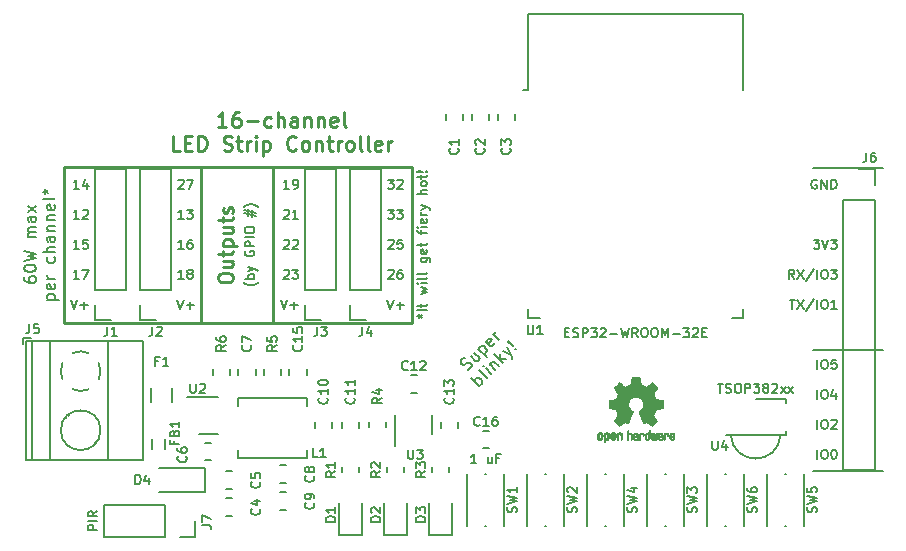
<source format=gbr>
%TF.GenerationSoftware,KiCad,Pcbnew,7.0.6-0*%
%TF.CreationDate,2023-08-15T02:22:11-05:00*%
%TF.ProjectId,kbxLEDController-16ch,6b62784c-4544-4436-9f6e-74726f6c6c65,rev?*%
%TF.SameCoordinates,Original*%
%TF.FileFunction,Legend,Top*%
%TF.FilePolarity,Positive*%
%FSLAX46Y46*%
G04 Gerber Fmt 4.6, Leading zero omitted, Abs format (unit mm)*
G04 Created by KiCad (PCBNEW 7.0.6-0) date 2023-08-15 02:22:11*
%MOMM*%
%LPD*%
G01*
G04 APERTURE LIST*
%ADD10C,0.250000*%
%ADD11C,0.200000*%
%ADD12C,0.225000*%
%ADD13C,0.160000*%
%ADD14C,0.010000*%
G04 APERTURE END LIST*
D10*
X99568000Y-93599000D02*
X129032000Y-93599000D01*
X129032000Y-80391000D02*
X99568000Y-80391000D01*
X99568000Y-80391000D02*
X99568000Y-93599000D01*
D11*
X162941000Y-95885000D02*
X168910000Y-95885000D01*
D10*
X117221000Y-93599000D02*
X117221000Y-80391000D01*
X111125000Y-93599000D02*
X111125000Y-80391000D01*
D11*
X162941000Y-80518000D02*
X168910000Y-80518000D01*
X162941000Y-106172000D02*
X168910000Y-106172000D01*
D10*
X129032000Y-93599000D02*
X129032000Y-80391000D01*
D11*
X96183219Y-89756904D02*
X96183219Y-89947380D01*
X96183219Y-89947380D02*
X96230838Y-90042618D01*
X96230838Y-90042618D02*
X96278457Y-90090237D01*
X96278457Y-90090237D02*
X96421314Y-90185475D01*
X96421314Y-90185475D02*
X96611790Y-90233094D01*
X96611790Y-90233094D02*
X96992742Y-90233094D01*
X96992742Y-90233094D02*
X97087980Y-90185475D01*
X97087980Y-90185475D02*
X97135600Y-90137856D01*
X97135600Y-90137856D02*
X97183219Y-90042618D01*
X97183219Y-90042618D02*
X97183219Y-89852142D01*
X97183219Y-89852142D02*
X97135600Y-89756904D01*
X97135600Y-89756904D02*
X97087980Y-89709285D01*
X97087980Y-89709285D02*
X96992742Y-89661666D01*
X96992742Y-89661666D02*
X96754647Y-89661666D01*
X96754647Y-89661666D02*
X96659409Y-89709285D01*
X96659409Y-89709285D02*
X96611790Y-89756904D01*
X96611790Y-89756904D02*
X96564171Y-89852142D01*
X96564171Y-89852142D02*
X96564171Y-90042618D01*
X96564171Y-90042618D02*
X96611790Y-90137856D01*
X96611790Y-90137856D02*
X96659409Y-90185475D01*
X96659409Y-90185475D02*
X96754647Y-90233094D01*
X96183219Y-89042618D02*
X96183219Y-88947380D01*
X96183219Y-88947380D02*
X96230838Y-88852142D01*
X96230838Y-88852142D02*
X96278457Y-88804523D01*
X96278457Y-88804523D02*
X96373695Y-88756904D01*
X96373695Y-88756904D02*
X96564171Y-88709285D01*
X96564171Y-88709285D02*
X96802266Y-88709285D01*
X96802266Y-88709285D02*
X96992742Y-88756904D01*
X96992742Y-88756904D02*
X97087980Y-88804523D01*
X97087980Y-88804523D02*
X97135600Y-88852142D01*
X97135600Y-88852142D02*
X97183219Y-88947380D01*
X97183219Y-88947380D02*
X97183219Y-89042618D01*
X97183219Y-89042618D02*
X97135600Y-89137856D01*
X97135600Y-89137856D02*
X97087980Y-89185475D01*
X97087980Y-89185475D02*
X96992742Y-89233094D01*
X96992742Y-89233094D02*
X96802266Y-89280713D01*
X96802266Y-89280713D02*
X96564171Y-89280713D01*
X96564171Y-89280713D02*
X96373695Y-89233094D01*
X96373695Y-89233094D02*
X96278457Y-89185475D01*
X96278457Y-89185475D02*
X96230838Y-89137856D01*
X96230838Y-89137856D02*
X96183219Y-89042618D01*
X96183219Y-88375951D02*
X97183219Y-88137856D01*
X97183219Y-88137856D02*
X96468933Y-87947380D01*
X96468933Y-87947380D02*
X97183219Y-87756904D01*
X97183219Y-87756904D02*
X96183219Y-87518809D01*
X97183219Y-86375951D02*
X96516552Y-86375951D01*
X96611790Y-86375951D02*
X96564171Y-86328332D01*
X96564171Y-86328332D02*
X96516552Y-86233094D01*
X96516552Y-86233094D02*
X96516552Y-86090237D01*
X96516552Y-86090237D02*
X96564171Y-85994999D01*
X96564171Y-85994999D02*
X96659409Y-85947380D01*
X96659409Y-85947380D02*
X97183219Y-85947380D01*
X96659409Y-85947380D02*
X96564171Y-85899761D01*
X96564171Y-85899761D02*
X96516552Y-85804523D01*
X96516552Y-85804523D02*
X96516552Y-85661666D01*
X96516552Y-85661666D02*
X96564171Y-85566427D01*
X96564171Y-85566427D02*
X96659409Y-85518808D01*
X96659409Y-85518808D02*
X97183219Y-85518808D01*
X97183219Y-84614047D02*
X96659409Y-84614047D01*
X96659409Y-84614047D02*
X96564171Y-84661666D01*
X96564171Y-84661666D02*
X96516552Y-84756904D01*
X96516552Y-84756904D02*
X96516552Y-84947380D01*
X96516552Y-84947380D02*
X96564171Y-85042618D01*
X97135600Y-84614047D02*
X97183219Y-84709285D01*
X97183219Y-84709285D02*
X97183219Y-84947380D01*
X97183219Y-84947380D02*
X97135600Y-85042618D01*
X97135600Y-85042618D02*
X97040361Y-85090237D01*
X97040361Y-85090237D02*
X96945123Y-85090237D01*
X96945123Y-85090237D02*
X96849885Y-85042618D01*
X96849885Y-85042618D02*
X96802266Y-84947380D01*
X96802266Y-84947380D02*
X96802266Y-84709285D01*
X96802266Y-84709285D02*
X96754647Y-84614047D01*
X97183219Y-84233094D02*
X96516552Y-83709285D01*
X96516552Y-84233094D02*
X97183219Y-83709285D01*
X98126552Y-91637857D02*
X99126552Y-91637857D01*
X98174171Y-91637857D02*
X98126552Y-91542619D01*
X98126552Y-91542619D02*
X98126552Y-91352143D01*
X98126552Y-91352143D02*
X98174171Y-91256905D01*
X98174171Y-91256905D02*
X98221790Y-91209286D01*
X98221790Y-91209286D02*
X98317028Y-91161667D01*
X98317028Y-91161667D02*
X98602742Y-91161667D01*
X98602742Y-91161667D02*
X98697980Y-91209286D01*
X98697980Y-91209286D02*
X98745600Y-91256905D01*
X98745600Y-91256905D02*
X98793219Y-91352143D01*
X98793219Y-91352143D02*
X98793219Y-91542619D01*
X98793219Y-91542619D02*
X98745600Y-91637857D01*
X98745600Y-90352143D02*
X98793219Y-90447381D01*
X98793219Y-90447381D02*
X98793219Y-90637857D01*
X98793219Y-90637857D02*
X98745600Y-90733095D01*
X98745600Y-90733095D02*
X98650361Y-90780714D01*
X98650361Y-90780714D02*
X98269409Y-90780714D01*
X98269409Y-90780714D02*
X98174171Y-90733095D01*
X98174171Y-90733095D02*
X98126552Y-90637857D01*
X98126552Y-90637857D02*
X98126552Y-90447381D01*
X98126552Y-90447381D02*
X98174171Y-90352143D01*
X98174171Y-90352143D02*
X98269409Y-90304524D01*
X98269409Y-90304524D02*
X98364647Y-90304524D01*
X98364647Y-90304524D02*
X98459885Y-90780714D01*
X98793219Y-89875952D02*
X98126552Y-89875952D01*
X98317028Y-89875952D02*
X98221790Y-89828333D01*
X98221790Y-89828333D02*
X98174171Y-89780714D01*
X98174171Y-89780714D02*
X98126552Y-89685476D01*
X98126552Y-89685476D02*
X98126552Y-89590238D01*
X98745600Y-88066428D02*
X98793219Y-88161666D01*
X98793219Y-88161666D02*
X98793219Y-88352142D01*
X98793219Y-88352142D02*
X98745600Y-88447380D01*
X98745600Y-88447380D02*
X98697980Y-88494999D01*
X98697980Y-88494999D02*
X98602742Y-88542618D01*
X98602742Y-88542618D02*
X98317028Y-88542618D01*
X98317028Y-88542618D02*
X98221790Y-88494999D01*
X98221790Y-88494999D02*
X98174171Y-88447380D01*
X98174171Y-88447380D02*
X98126552Y-88352142D01*
X98126552Y-88352142D02*
X98126552Y-88161666D01*
X98126552Y-88161666D02*
X98174171Y-88066428D01*
X98793219Y-87637856D02*
X97793219Y-87637856D01*
X98793219Y-87209285D02*
X98269409Y-87209285D01*
X98269409Y-87209285D02*
X98174171Y-87256904D01*
X98174171Y-87256904D02*
X98126552Y-87352142D01*
X98126552Y-87352142D02*
X98126552Y-87494999D01*
X98126552Y-87494999D02*
X98174171Y-87590237D01*
X98174171Y-87590237D02*
X98221790Y-87637856D01*
X98793219Y-86304523D02*
X98269409Y-86304523D01*
X98269409Y-86304523D02*
X98174171Y-86352142D01*
X98174171Y-86352142D02*
X98126552Y-86447380D01*
X98126552Y-86447380D02*
X98126552Y-86637856D01*
X98126552Y-86637856D02*
X98174171Y-86733094D01*
X98745600Y-86304523D02*
X98793219Y-86399761D01*
X98793219Y-86399761D02*
X98793219Y-86637856D01*
X98793219Y-86637856D02*
X98745600Y-86733094D01*
X98745600Y-86733094D02*
X98650361Y-86780713D01*
X98650361Y-86780713D02*
X98555123Y-86780713D01*
X98555123Y-86780713D02*
X98459885Y-86733094D01*
X98459885Y-86733094D02*
X98412266Y-86637856D01*
X98412266Y-86637856D02*
X98412266Y-86399761D01*
X98412266Y-86399761D02*
X98364647Y-86304523D01*
X98126552Y-85828332D02*
X98793219Y-85828332D01*
X98221790Y-85828332D02*
X98174171Y-85780713D01*
X98174171Y-85780713D02*
X98126552Y-85685475D01*
X98126552Y-85685475D02*
X98126552Y-85542618D01*
X98126552Y-85542618D02*
X98174171Y-85447380D01*
X98174171Y-85447380D02*
X98269409Y-85399761D01*
X98269409Y-85399761D02*
X98793219Y-85399761D01*
X98126552Y-84923570D02*
X98793219Y-84923570D01*
X98221790Y-84923570D02*
X98174171Y-84875951D01*
X98174171Y-84875951D02*
X98126552Y-84780713D01*
X98126552Y-84780713D02*
X98126552Y-84637856D01*
X98126552Y-84637856D02*
X98174171Y-84542618D01*
X98174171Y-84542618D02*
X98269409Y-84494999D01*
X98269409Y-84494999D02*
X98793219Y-84494999D01*
X98745600Y-83637856D02*
X98793219Y-83733094D01*
X98793219Y-83733094D02*
X98793219Y-83923570D01*
X98793219Y-83923570D02*
X98745600Y-84018808D01*
X98745600Y-84018808D02*
X98650361Y-84066427D01*
X98650361Y-84066427D02*
X98269409Y-84066427D01*
X98269409Y-84066427D02*
X98174171Y-84018808D01*
X98174171Y-84018808D02*
X98126552Y-83923570D01*
X98126552Y-83923570D02*
X98126552Y-83733094D01*
X98126552Y-83733094D02*
X98174171Y-83637856D01*
X98174171Y-83637856D02*
X98269409Y-83590237D01*
X98269409Y-83590237D02*
X98364647Y-83590237D01*
X98364647Y-83590237D02*
X98459885Y-84066427D01*
X98793219Y-83018808D02*
X98745600Y-83114046D01*
X98745600Y-83114046D02*
X98650361Y-83161665D01*
X98650361Y-83161665D02*
X97793219Y-83161665D01*
X97793219Y-82494998D02*
X98031314Y-82494998D01*
X97936076Y-82733093D02*
X98031314Y-82494998D01*
X98031314Y-82494998D02*
X97936076Y-82256903D01*
X98221790Y-82637855D02*
X98031314Y-82494998D01*
X98031314Y-82494998D02*
X98221790Y-82352141D01*
D12*
X112627442Y-89909285D02*
X112627442Y-89680713D01*
X112627442Y-89680713D02*
X112684585Y-89566428D01*
X112684585Y-89566428D02*
X112798871Y-89452142D01*
X112798871Y-89452142D02*
X113027442Y-89394999D01*
X113027442Y-89394999D02*
X113427442Y-89394999D01*
X113427442Y-89394999D02*
X113656014Y-89452142D01*
X113656014Y-89452142D02*
X113770300Y-89566428D01*
X113770300Y-89566428D02*
X113827442Y-89680713D01*
X113827442Y-89680713D02*
X113827442Y-89909285D01*
X113827442Y-89909285D02*
X113770300Y-90023571D01*
X113770300Y-90023571D02*
X113656014Y-90137856D01*
X113656014Y-90137856D02*
X113427442Y-90194999D01*
X113427442Y-90194999D02*
X113027442Y-90194999D01*
X113027442Y-90194999D02*
X112798871Y-90137856D01*
X112798871Y-90137856D02*
X112684585Y-90023571D01*
X112684585Y-90023571D02*
X112627442Y-89909285D01*
X113027442Y-88366428D02*
X113827442Y-88366428D01*
X113027442Y-88880713D02*
X113656014Y-88880713D01*
X113656014Y-88880713D02*
X113770300Y-88823570D01*
X113770300Y-88823570D02*
X113827442Y-88709285D01*
X113827442Y-88709285D02*
X113827442Y-88537856D01*
X113827442Y-88537856D02*
X113770300Y-88423570D01*
X113770300Y-88423570D02*
X113713157Y-88366428D01*
X113027442Y-87966428D02*
X113027442Y-87509285D01*
X112627442Y-87794999D02*
X113656014Y-87794999D01*
X113656014Y-87794999D02*
X113770300Y-87737856D01*
X113770300Y-87737856D02*
X113827442Y-87623571D01*
X113827442Y-87623571D02*
X113827442Y-87509285D01*
X113027442Y-87109285D02*
X114227442Y-87109285D01*
X113084585Y-87109285D02*
X113027442Y-86995000D01*
X113027442Y-86995000D02*
X113027442Y-86766428D01*
X113027442Y-86766428D02*
X113084585Y-86652142D01*
X113084585Y-86652142D02*
X113141728Y-86595000D01*
X113141728Y-86595000D02*
X113256014Y-86537857D01*
X113256014Y-86537857D02*
X113598871Y-86537857D01*
X113598871Y-86537857D02*
X113713157Y-86595000D01*
X113713157Y-86595000D02*
X113770300Y-86652142D01*
X113770300Y-86652142D02*
X113827442Y-86766428D01*
X113827442Y-86766428D02*
X113827442Y-86995000D01*
X113827442Y-86995000D02*
X113770300Y-87109285D01*
X113027442Y-85509286D02*
X113827442Y-85509286D01*
X113027442Y-86023571D02*
X113656014Y-86023571D01*
X113656014Y-86023571D02*
X113770300Y-85966428D01*
X113770300Y-85966428D02*
X113827442Y-85852143D01*
X113827442Y-85852143D02*
X113827442Y-85680714D01*
X113827442Y-85680714D02*
X113770300Y-85566428D01*
X113770300Y-85566428D02*
X113713157Y-85509286D01*
X113027442Y-85109286D02*
X113027442Y-84652143D01*
X112627442Y-84937857D02*
X113656014Y-84937857D01*
X113656014Y-84937857D02*
X113770300Y-84880714D01*
X113770300Y-84880714D02*
X113827442Y-84766429D01*
X113827442Y-84766429D02*
X113827442Y-84652143D01*
X113770300Y-84309286D02*
X113827442Y-84195000D01*
X113827442Y-84195000D02*
X113827442Y-83966429D01*
X113827442Y-83966429D02*
X113770300Y-83852143D01*
X113770300Y-83852143D02*
X113656014Y-83795000D01*
X113656014Y-83795000D02*
X113598871Y-83795000D01*
X113598871Y-83795000D02*
X113484585Y-83852143D01*
X113484585Y-83852143D02*
X113427442Y-83966429D01*
X113427442Y-83966429D02*
X113427442Y-84137858D01*
X113427442Y-84137858D02*
X113370300Y-84252143D01*
X113370300Y-84252143D02*
X113256014Y-84309286D01*
X113256014Y-84309286D02*
X113198871Y-84309286D01*
X113198871Y-84309286D02*
X113084585Y-84252143D01*
X113084585Y-84252143D02*
X113027442Y-84137858D01*
X113027442Y-84137858D02*
X113027442Y-83966429D01*
X113027442Y-83966429D02*
X113084585Y-83852143D01*
D11*
X133735168Y-97600580D02*
X133869855Y-97533237D01*
X133869855Y-97533237D02*
X134038213Y-97364878D01*
X134038213Y-97364878D02*
X134071885Y-97263863D01*
X134071885Y-97263863D02*
X134071885Y-97196519D01*
X134071885Y-97196519D02*
X134038213Y-97095504D01*
X134038213Y-97095504D02*
X133970870Y-97028160D01*
X133970870Y-97028160D02*
X133869855Y-96994489D01*
X133869855Y-96994489D02*
X133802511Y-96994489D01*
X133802511Y-96994489D02*
X133701496Y-97028160D01*
X133701496Y-97028160D02*
X133533137Y-97129176D01*
X133533137Y-97129176D02*
X133432122Y-97162847D01*
X133432122Y-97162847D02*
X133364778Y-97162847D01*
X133364778Y-97162847D02*
X133263763Y-97129176D01*
X133263763Y-97129176D02*
X133196420Y-97061832D01*
X133196420Y-97061832D02*
X133162748Y-96960817D01*
X133162748Y-96960817D02*
X133162748Y-96893473D01*
X133162748Y-96893473D02*
X133196420Y-96792458D01*
X133196420Y-96792458D02*
X133364778Y-96624099D01*
X133364778Y-96624099D02*
X133499465Y-96556756D01*
X134307588Y-96152695D02*
X134778992Y-96624099D01*
X134004542Y-96455741D02*
X134374931Y-96826130D01*
X134374931Y-96826130D02*
X134475946Y-96859802D01*
X134475946Y-96859802D02*
X134576962Y-96826130D01*
X134576962Y-96826130D02*
X134677977Y-96725115D01*
X134677977Y-96725115D02*
X134711649Y-96624099D01*
X134711649Y-96624099D02*
X134711649Y-96556756D01*
X134644305Y-95815977D02*
X135351412Y-96523084D01*
X134677977Y-95849649D02*
X134711649Y-95748634D01*
X134711649Y-95748634D02*
X134846336Y-95613947D01*
X134846336Y-95613947D02*
X134947351Y-95580275D01*
X134947351Y-95580275D02*
X135014694Y-95580275D01*
X135014694Y-95580275D02*
X135115710Y-95613947D01*
X135115710Y-95613947D02*
X135317740Y-95815977D01*
X135317740Y-95815977D02*
X135351412Y-95916992D01*
X135351412Y-95916992D02*
X135351412Y-95984336D01*
X135351412Y-95984336D02*
X135317740Y-96085351D01*
X135317740Y-96085351D02*
X135183053Y-96220038D01*
X135183053Y-96220038D02*
X135082038Y-96253710D01*
X135991175Y-95344573D02*
X135957503Y-95445588D01*
X135957503Y-95445588D02*
X135822816Y-95580275D01*
X135822816Y-95580275D02*
X135721801Y-95613947D01*
X135721801Y-95613947D02*
X135620786Y-95580275D01*
X135620786Y-95580275D02*
X135351412Y-95310901D01*
X135351412Y-95310901D02*
X135317740Y-95209886D01*
X135317740Y-95209886D02*
X135351412Y-95108870D01*
X135351412Y-95108870D02*
X135486099Y-94974183D01*
X135486099Y-94974183D02*
X135587114Y-94940512D01*
X135587114Y-94940512D02*
X135688129Y-94974183D01*
X135688129Y-94974183D02*
X135755473Y-95041527D01*
X135755473Y-95041527D02*
X135486099Y-95445588D01*
X136361565Y-95041527D02*
X135890160Y-94570122D01*
X136024847Y-94704809D02*
X135991175Y-94603794D01*
X135991175Y-94603794D02*
X135991175Y-94536450D01*
X135991175Y-94536450D02*
X136024847Y-94435435D01*
X136024847Y-94435435D02*
X136092191Y-94368092D01*
X134722087Y-98957888D02*
X134014981Y-98250781D01*
X134284355Y-98520155D02*
X134318026Y-98419140D01*
X134318026Y-98419140D02*
X134452713Y-98284453D01*
X134452713Y-98284453D02*
X134553729Y-98250781D01*
X134553729Y-98250781D02*
X134621072Y-98250781D01*
X134621072Y-98250781D02*
X134722087Y-98284453D01*
X134722087Y-98284453D02*
X134924118Y-98486483D01*
X134924118Y-98486483D02*
X134957790Y-98587499D01*
X134957790Y-98587499D02*
X134957790Y-98654842D01*
X134957790Y-98654842D02*
X134924118Y-98755857D01*
X134924118Y-98755857D02*
X134789431Y-98890544D01*
X134789431Y-98890544D02*
X134688416Y-98924216D01*
X135462866Y-98217109D02*
X135361851Y-98250781D01*
X135361851Y-98250781D02*
X135260835Y-98217109D01*
X135260835Y-98217109D02*
X134654744Y-97611018D01*
X135732240Y-97947735D02*
X135260836Y-97476330D01*
X135025134Y-97240628D02*
X135025134Y-97307972D01*
X135025134Y-97307972D02*
X135092477Y-97307972D01*
X135092477Y-97307972D02*
X135092477Y-97240628D01*
X135092477Y-97240628D02*
X135025134Y-97240628D01*
X135025134Y-97240628D02*
X135092477Y-97307972D01*
X135597553Y-97139613D02*
X136068958Y-97611018D01*
X135664896Y-97206957D02*
X135664896Y-97139613D01*
X135664896Y-97139613D02*
X135698568Y-97038598D01*
X135698568Y-97038598D02*
X135799584Y-96937583D01*
X135799584Y-96937583D02*
X135900599Y-96903911D01*
X135900599Y-96903911D02*
X136001614Y-96937583D01*
X136001614Y-96937583D02*
X136372003Y-97307972D01*
X136708721Y-96971254D02*
X136001614Y-96264148D01*
X136506690Y-96634537D02*
X136978095Y-96701880D01*
X136506690Y-96230476D02*
X136506690Y-96769224D01*
X136742393Y-95994774D02*
X137382156Y-96297819D01*
X137079110Y-95658056D02*
X137382156Y-96297819D01*
X137382156Y-96297819D02*
X137483171Y-96533522D01*
X137483171Y-96533522D02*
X137483171Y-96600865D01*
X137483171Y-96600865D02*
X137449500Y-96701880D01*
X137752545Y-95792743D02*
X137819889Y-95792743D01*
X137819889Y-95792743D02*
X137819889Y-95860086D01*
X137819889Y-95860086D02*
X137752545Y-95860086D01*
X137752545Y-95860086D02*
X137752545Y-95792743D01*
X137752545Y-95792743D02*
X137819889Y-95860086D01*
X137550515Y-95590712D02*
X137112782Y-95220323D01*
X137112782Y-95220323D02*
X137112782Y-95152980D01*
X137112782Y-95152980D02*
X137180126Y-95152980D01*
X137180126Y-95152980D02*
X137550515Y-95590712D01*
X137550515Y-95590712D02*
X137112782Y-95152980D01*
D10*
X113310381Y-77029023D02*
X112596096Y-77029023D01*
X112953239Y-77029023D02*
X112953239Y-75779023D01*
X112953239Y-75779023D02*
X112834191Y-75957595D01*
X112834191Y-75957595D02*
X112715143Y-76076642D01*
X112715143Y-76076642D02*
X112596096Y-76136166D01*
X114381810Y-75779023D02*
X114143715Y-75779023D01*
X114143715Y-75779023D02*
X114024667Y-75838547D01*
X114024667Y-75838547D02*
X113965143Y-75898071D01*
X113965143Y-75898071D02*
X113846096Y-76076642D01*
X113846096Y-76076642D02*
X113786572Y-76314738D01*
X113786572Y-76314738D02*
X113786572Y-76790928D01*
X113786572Y-76790928D02*
X113846096Y-76909976D01*
X113846096Y-76909976D02*
X113905619Y-76969500D01*
X113905619Y-76969500D02*
X114024667Y-77029023D01*
X114024667Y-77029023D02*
X114262762Y-77029023D01*
X114262762Y-77029023D02*
X114381810Y-76969500D01*
X114381810Y-76969500D02*
X114441334Y-76909976D01*
X114441334Y-76909976D02*
X114500857Y-76790928D01*
X114500857Y-76790928D02*
X114500857Y-76493309D01*
X114500857Y-76493309D02*
X114441334Y-76374261D01*
X114441334Y-76374261D02*
X114381810Y-76314738D01*
X114381810Y-76314738D02*
X114262762Y-76255214D01*
X114262762Y-76255214D02*
X114024667Y-76255214D01*
X114024667Y-76255214D02*
X113905619Y-76314738D01*
X113905619Y-76314738D02*
X113846096Y-76374261D01*
X113846096Y-76374261D02*
X113786572Y-76493309D01*
X115036572Y-76552833D02*
X115988953Y-76552833D01*
X117119905Y-76969500D02*
X117000857Y-77029023D01*
X117000857Y-77029023D02*
X116762762Y-77029023D01*
X116762762Y-77029023D02*
X116643714Y-76969500D01*
X116643714Y-76969500D02*
X116584191Y-76909976D01*
X116584191Y-76909976D02*
X116524667Y-76790928D01*
X116524667Y-76790928D02*
X116524667Y-76433785D01*
X116524667Y-76433785D02*
X116584191Y-76314738D01*
X116584191Y-76314738D02*
X116643714Y-76255214D01*
X116643714Y-76255214D02*
X116762762Y-76195690D01*
X116762762Y-76195690D02*
X117000857Y-76195690D01*
X117000857Y-76195690D02*
X117119905Y-76255214D01*
X117655620Y-77029023D02*
X117655620Y-75779023D01*
X118191334Y-77029023D02*
X118191334Y-76374261D01*
X118191334Y-76374261D02*
X118131810Y-76255214D01*
X118131810Y-76255214D02*
X118012762Y-76195690D01*
X118012762Y-76195690D02*
X117834191Y-76195690D01*
X117834191Y-76195690D02*
X117715143Y-76255214D01*
X117715143Y-76255214D02*
X117655620Y-76314738D01*
X119322286Y-77029023D02*
X119322286Y-76374261D01*
X119322286Y-76374261D02*
X119262762Y-76255214D01*
X119262762Y-76255214D02*
X119143714Y-76195690D01*
X119143714Y-76195690D02*
X118905619Y-76195690D01*
X118905619Y-76195690D02*
X118786572Y-76255214D01*
X119322286Y-76969500D02*
X119203238Y-77029023D01*
X119203238Y-77029023D02*
X118905619Y-77029023D01*
X118905619Y-77029023D02*
X118786572Y-76969500D01*
X118786572Y-76969500D02*
X118727048Y-76850452D01*
X118727048Y-76850452D02*
X118727048Y-76731404D01*
X118727048Y-76731404D02*
X118786572Y-76612357D01*
X118786572Y-76612357D02*
X118905619Y-76552833D01*
X118905619Y-76552833D02*
X119203238Y-76552833D01*
X119203238Y-76552833D02*
X119322286Y-76493309D01*
X119917524Y-76195690D02*
X119917524Y-77029023D01*
X119917524Y-76314738D02*
X119977047Y-76255214D01*
X119977047Y-76255214D02*
X120096095Y-76195690D01*
X120096095Y-76195690D02*
X120274666Y-76195690D01*
X120274666Y-76195690D02*
X120393714Y-76255214D01*
X120393714Y-76255214D02*
X120453238Y-76374261D01*
X120453238Y-76374261D02*
X120453238Y-77029023D01*
X121048476Y-76195690D02*
X121048476Y-77029023D01*
X121048476Y-76314738D02*
X121107999Y-76255214D01*
X121107999Y-76255214D02*
X121227047Y-76195690D01*
X121227047Y-76195690D02*
X121405618Y-76195690D01*
X121405618Y-76195690D02*
X121524666Y-76255214D01*
X121524666Y-76255214D02*
X121584190Y-76374261D01*
X121584190Y-76374261D02*
X121584190Y-77029023D01*
X122655618Y-76969500D02*
X122536570Y-77029023D01*
X122536570Y-77029023D02*
X122298475Y-77029023D01*
X122298475Y-77029023D02*
X122179428Y-76969500D01*
X122179428Y-76969500D02*
X122119904Y-76850452D01*
X122119904Y-76850452D02*
X122119904Y-76374261D01*
X122119904Y-76374261D02*
X122179428Y-76255214D01*
X122179428Y-76255214D02*
X122298475Y-76195690D01*
X122298475Y-76195690D02*
X122536570Y-76195690D01*
X122536570Y-76195690D02*
X122655618Y-76255214D01*
X122655618Y-76255214D02*
X122715142Y-76374261D01*
X122715142Y-76374261D02*
X122715142Y-76493309D01*
X122715142Y-76493309D02*
X122119904Y-76612357D01*
X123429428Y-77029023D02*
X123310380Y-76969500D01*
X123310380Y-76969500D02*
X123250857Y-76850452D01*
X123250857Y-76850452D02*
X123250857Y-75779023D01*
X109381809Y-79041523D02*
X108786571Y-79041523D01*
X108786571Y-79041523D02*
X108786571Y-77791523D01*
X109798476Y-78386761D02*
X110215142Y-78386761D01*
X110393714Y-79041523D02*
X109798476Y-79041523D01*
X109798476Y-79041523D02*
X109798476Y-77791523D01*
X109798476Y-77791523D02*
X110393714Y-77791523D01*
X110929428Y-79041523D02*
X110929428Y-77791523D01*
X110929428Y-77791523D02*
X111227047Y-77791523D01*
X111227047Y-77791523D02*
X111405618Y-77851047D01*
X111405618Y-77851047D02*
X111524666Y-77970095D01*
X111524666Y-77970095D02*
X111584189Y-78089142D01*
X111584189Y-78089142D02*
X111643713Y-78327238D01*
X111643713Y-78327238D02*
X111643713Y-78505809D01*
X111643713Y-78505809D02*
X111584189Y-78743904D01*
X111584189Y-78743904D02*
X111524666Y-78862952D01*
X111524666Y-78862952D02*
X111405618Y-78982000D01*
X111405618Y-78982000D02*
X111227047Y-79041523D01*
X111227047Y-79041523D02*
X110929428Y-79041523D01*
X113072285Y-78982000D02*
X113250856Y-79041523D01*
X113250856Y-79041523D02*
X113548475Y-79041523D01*
X113548475Y-79041523D02*
X113667523Y-78982000D01*
X113667523Y-78982000D02*
X113727047Y-78922476D01*
X113727047Y-78922476D02*
X113786570Y-78803428D01*
X113786570Y-78803428D02*
X113786570Y-78684380D01*
X113786570Y-78684380D02*
X113727047Y-78565333D01*
X113727047Y-78565333D02*
X113667523Y-78505809D01*
X113667523Y-78505809D02*
X113548475Y-78446285D01*
X113548475Y-78446285D02*
X113310380Y-78386761D01*
X113310380Y-78386761D02*
X113191332Y-78327238D01*
X113191332Y-78327238D02*
X113131809Y-78267714D01*
X113131809Y-78267714D02*
X113072285Y-78148666D01*
X113072285Y-78148666D02*
X113072285Y-78029619D01*
X113072285Y-78029619D02*
X113131809Y-77910571D01*
X113131809Y-77910571D02*
X113191332Y-77851047D01*
X113191332Y-77851047D02*
X113310380Y-77791523D01*
X113310380Y-77791523D02*
X113607999Y-77791523D01*
X113607999Y-77791523D02*
X113786570Y-77851047D01*
X114143713Y-78208190D02*
X114619904Y-78208190D01*
X114322285Y-77791523D02*
X114322285Y-78862952D01*
X114322285Y-78862952D02*
X114381808Y-78982000D01*
X114381808Y-78982000D02*
X114500856Y-79041523D01*
X114500856Y-79041523D02*
X114619904Y-79041523D01*
X115036571Y-79041523D02*
X115036571Y-78208190D01*
X115036571Y-78446285D02*
X115096094Y-78327238D01*
X115096094Y-78327238D02*
X115155618Y-78267714D01*
X115155618Y-78267714D02*
X115274666Y-78208190D01*
X115274666Y-78208190D02*
X115393713Y-78208190D01*
X115810381Y-79041523D02*
X115810381Y-78208190D01*
X115810381Y-77791523D02*
X115750857Y-77851047D01*
X115750857Y-77851047D02*
X115810381Y-77910571D01*
X115810381Y-77910571D02*
X115869904Y-77851047D01*
X115869904Y-77851047D02*
X115810381Y-77791523D01*
X115810381Y-77791523D02*
X115810381Y-77910571D01*
X116405619Y-78208190D02*
X116405619Y-79458190D01*
X116405619Y-78267714D02*
X116524666Y-78208190D01*
X116524666Y-78208190D02*
X116762761Y-78208190D01*
X116762761Y-78208190D02*
X116881809Y-78267714D01*
X116881809Y-78267714D02*
X116941333Y-78327238D01*
X116941333Y-78327238D02*
X117000857Y-78446285D01*
X117000857Y-78446285D02*
X117000857Y-78803428D01*
X117000857Y-78803428D02*
X116941333Y-78922476D01*
X116941333Y-78922476D02*
X116881809Y-78982000D01*
X116881809Y-78982000D02*
X116762761Y-79041523D01*
X116762761Y-79041523D02*
X116524666Y-79041523D01*
X116524666Y-79041523D02*
X116405619Y-78982000D01*
X119203237Y-78922476D02*
X119143713Y-78982000D01*
X119143713Y-78982000D02*
X118965142Y-79041523D01*
X118965142Y-79041523D02*
X118846094Y-79041523D01*
X118846094Y-79041523D02*
X118667523Y-78982000D01*
X118667523Y-78982000D02*
X118548475Y-78862952D01*
X118548475Y-78862952D02*
X118488952Y-78743904D01*
X118488952Y-78743904D02*
X118429428Y-78505809D01*
X118429428Y-78505809D02*
X118429428Y-78327238D01*
X118429428Y-78327238D02*
X118488952Y-78089142D01*
X118488952Y-78089142D02*
X118548475Y-77970095D01*
X118548475Y-77970095D02*
X118667523Y-77851047D01*
X118667523Y-77851047D02*
X118846094Y-77791523D01*
X118846094Y-77791523D02*
X118965142Y-77791523D01*
X118965142Y-77791523D02*
X119143713Y-77851047D01*
X119143713Y-77851047D02*
X119203237Y-77910571D01*
X119917523Y-79041523D02*
X119798475Y-78982000D01*
X119798475Y-78982000D02*
X119738952Y-78922476D01*
X119738952Y-78922476D02*
X119679428Y-78803428D01*
X119679428Y-78803428D02*
X119679428Y-78446285D01*
X119679428Y-78446285D02*
X119738952Y-78327238D01*
X119738952Y-78327238D02*
X119798475Y-78267714D01*
X119798475Y-78267714D02*
X119917523Y-78208190D01*
X119917523Y-78208190D02*
X120096094Y-78208190D01*
X120096094Y-78208190D02*
X120215142Y-78267714D01*
X120215142Y-78267714D02*
X120274666Y-78327238D01*
X120274666Y-78327238D02*
X120334190Y-78446285D01*
X120334190Y-78446285D02*
X120334190Y-78803428D01*
X120334190Y-78803428D02*
X120274666Y-78922476D01*
X120274666Y-78922476D02*
X120215142Y-78982000D01*
X120215142Y-78982000D02*
X120096094Y-79041523D01*
X120096094Y-79041523D02*
X119917523Y-79041523D01*
X120869904Y-78208190D02*
X120869904Y-79041523D01*
X120869904Y-78327238D02*
X120929427Y-78267714D01*
X120929427Y-78267714D02*
X121048475Y-78208190D01*
X121048475Y-78208190D02*
X121227046Y-78208190D01*
X121227046Y-78208190D02*
X121346094Y-78267714D01*
X121346094Y-78267714D02*
X121405618Y-78386761D01*
X121405618Y-78386761D02*
X121405618Y-79041523D01*
X121822284Y-78208190D02*
X122298475Y-78208190D01*
X122000856Y-77791523D02*
X122000856Y-78862952D01*
X122000856Y-78862952D02*
X122060379Y-78982000D01*
X122060379Y-78982000D02*
X122179427Y-79041523D01*
X122179427Y-79041523D02*
X122298475Y-79041523D01*
X122715142Y-79041523D02*
X122715142Y-78208190D01*
X122715142Y-78446285D02*
X122774665Y-78327238D01*
X122774665Y-78327238D02*
X122834189Y-78267714D01*
X122834189Y-78267714D02*
X122953237Y-78208190D01*
X122953237Y-78208190D02*
X123072284Y-78208190D01*
X123667523Y-79041523D02*
X123548475Y-78982000D01*
X123548475Y-78982000D02*
X123488952Y-78922476D01*
X123488952Y-78922476D02*
X123429428Y-78803428D01*
X123429428Y-78803428D02*
X123429428Y-78446285D01*
X123429428Y-78446285D02*
X123488952Y-78327238D01*
X123488952Y-78327238D02*
X123548475Y-78267714D01*
X123548475Y-78267714D02*
X123667523Y-78208190D01*
X123667523Y-78208190D02*
X123846094Y-78208190D01*
X123846094Y-78208190D02*
X123965142Y-78267714D01*
X123965142Y-78267714D02*
X124024666Y-78327238D01*
X124024666Y-78327238D02*
X124084190Y-78446285D01*
X124084190Y-78446285D02*
X124084190Y-78803428D01*
X124084190Y-78803428D02*
X124024666Y-78922476D01*
X124024666Y-78922476D02*
X123965142Y-78982000D01*
X123965142Y-78982000D02*
X123846094Y-79041523D01*
X123846094Y-79041523D02*
X123667523Y-79041523D01*
X124798475Y-79041523D02*
X124679427Y-78982000D01*
X124679427Y-78982000D02*
X124619904Y-78862952D01*
X124619904Y-78862952D02*
X124619904Y-77791523D01*
X125453237Y-79041523D02*
X125334189Y-78982000D01*
X125334189Y-78982000D02*
X125274666Y-78862952D01*
X125274666Y-78862952D02*
X125274666Y-77791523D01*
X126405618Y-78982000D02*
X126286570Y-79041523D01*
X126286570Y-79041523D02*
X126048475Y-79041523D01*
X126048475Y-79041523D02*
X125929428Y-78982000D01*
X125929428Y-78982000D02*
X125869904Y-78862952D01*
X125869904Y-78862952D02*
X125869904Y-78386761D01*
X125869904Y-78386761D02*
X125929428Y-78267714D01*
X125929428Y-78267714D02*
X126048475Y-78208190D01*
X126048475Y-78208190D02*
X126286570Y-78208190D01*
X126286570Y-78208190D02*
X126405618Y-78267714D01*
X126405618Y-78267714D02*
X126465142Y-78386761D01*
X126465142Y-78386761D02*
X126465142Y-78505809D01*
X126465142Y-78505809D02*
X125869904Y-78624857D01*
X127000857Y-79041523D02*
X127000857Y-78208190D01*
X127000857Y-78446285D02*
X127060380Y-78327238D01*
X127060380Y-78327238D02*
X127119904Y-78267714D01*
X127119904Y-78267714D02*
X127238952Y-78208190D01*
X127238952Y-78208190D02*
X127357999Y-78208190D01*
D13*
X129482775Y-93052143D02*
X129673251Y-93052143D01*
X129597060Y-93242619D02*
X129673251Y-93052143D01*
X129673251Y-93052143D02*
X129597060Y-92861666D01*
X129825632Y-93166428D02*
X129673251Y-93052143D01*
X129673251Y-93052143D02*
X129825632Y-92937857D01*
X130282775Y-92556904D02*
X129482775Y-92556904D01*
X129749441Y-92290238D02*
X129749441Y-91985476D01*
X129482775Y-92175952D02*
X130168489Y-92175952D01*
X130168489Y-92175952D02*
X130244680Y-92137857D01*
X130244680Y-92137857D02*
X130282775Y-92061667D01*
X130282775Y-92061667D02*
X130282775Y-91985476D01*
X129749441Y-91185476D02*
X130282775Y-91033095D01*
X130282775Y-91033095D02*
X129901822Y-90880714D01*
X129901822Y-90880714D02*
X130282775Y-90728333D01*
X130282775Y-90728333D02*
X129749441Y-90575952D01*
X130282775Y-90271190D02*
X129749441Y-90271190D01*
X129482775Y-90271190D02*
X129520870Y-90309286D01*
X129520870Y-90309286D02*
X129558965Y-90271190D01*
X129558965Y-90271190D02*
X129520870Y-90233095D01*
X129520870Y-90233095D02*
X129482775Y-90271190D01*
X129482775Y-90271190D02*
X129558965Y-90271190D01*
X130282775Y-89775953D02*
X130244680Y-89852143D01*
X130244680Y-89852143D02*
X130168489Y-89890238D01*
X130168489Y-89890238D02*
X129482775Y-89890238D01*
X130282775Y-89356905D02*
X130244680Y-89433095D01*
X130244680Y-89433095D02*
X130168489Y-89471190D01*
X130168489Y-89471190D02*
X129482775Y-89471190D01*
X129749441Y-88099761D02*
X130397060Y-88099761D01*
X130397060Y-88099761D02*
X130473251Y-88137856D01*
X130473251Y-88137856D02*
X130511346Y-88175952D01*
X130511346Y-88175952D02*
X130549441Y-88252142D01*
X130549441Y-88252142D02*
X130549441Y-88366428D01*
X130549441Y-88366428D02*
X130511346Y-88442618D01*
X130244680Y-88099761D02*
X130282775Y-88175952D01*
X130282775Y-88175952D02*
X130282775Y-88328333D01*
X130282775Y-88328333D02*
X130244680Y-88404523D01*
X130244680Y-88404523D02*
X130206584Y-88442618D01*
X130206584Y-88442618D02*
X130130394Y-88480714D01*
X130130394Y-88480714D02*
X129901822Y-88480714D01*
X129901822Y-88480714D02*
X129825632Y-88442618D01*
X129825632Y-88442618D02*
X129787537Y-88404523D01*
X129787537Y-88404523D02*
X129749441Y-88328333D01*
X129749441Y-88328333D02*
X129749441Y-88175952D01*
X129749441Y-88175952D02*
X129787537Y-88099761D01*
X130244680Y-87414046D02*
X130282775Y-87490237D01*
X130282775Y-87490237D02*
X130282775Y-87642618D01*
X130282775Y-87642618D02*
X130244680Y-87718808D01*
X130244680Y-87718808D02*
X130168489Y-87756904D01*
X130168489Y-87756904D02*
X129863727Y-87756904D01*
X129863727Y-87756904D02*
X129787537Y-87718808D01*
X129787537Y-87718808D02*
X129749441Y-87642618D01*
X129749441Y-87642618D02*
X129749441Y-87490237D01*
X129749441Y-87490237D02*
X129787537Y-87414046D01*
X129787537Y-87414046D02*
X129863727Y-87375951D01*
X129863727Y-87375951D02*
X129939918Y-87375951D01*
X129939918Y-87375951D02*
X130016108Y-87756904D01*
X129749441Y-87147380D02*
X129749441Y-86842618D01*
X129482775Y-87033094D02*
X130168489Y-87033094D01*
X130168489Y-87033094D02*
X130244680Y-86994999D01*
X130244680Y-86994999D02*
X130282775Y-86918809D01*
X130282775Y-86918809D02*
X130282775Y-86842618D01*
X129749441Y-86080713D02*
X129749441Y-85775951D01*
X130282775Y-85966427D02*
X129597060Y-85966427D01*
X129597060Y-85966427D02*
X129520870Y-85928332D01*
X129520870Y-85928332D02*
X129482775Y-85852142D01*
X129482775Y-85852142D02*
X129482775Y-85775951D01*
X130282775Y-85509284D02*
X129749441Y-85509284D01*
X129482775Y-85509284D02*
X129520870Y-85547380D01*
X129520870Y-85547380D02*
X129558965Y-85509284D01*
X129558965Y-85509284D02*
X129520870Y-85471189D01*
X129520870Y-85471189D02*
X129482775Y-85509284D01*
X129482775Y-85509284D02*
X129558965Y-85509284D01*
X130244680Y-84823570D02*
X130282775Y-84899761D01*
X130282775Y-84899761D02*
X130282775Y-85052142D01*
X130282775Y-85052142D02*
X130244680Y-85128332D01*
X130244680Y-85128332D02*
X130168489Y-85166428D01*
X130168489Y-85166428D02*
X129863727Y-85166428D01*
X129863727Y-85166428D02*
X129787537Y-85128332D01*
X129787537Y-85128332D02*
X129749441Y-85052142D01*
X129749441Y-85052142D02*
X129749441Y-84899761D01*
X129749441Y-84899761D02*
X129787537Y-84823570D01*
X129787537Y-84823570D02*
X129863727Y-84785475D01*
X129863727Y-84785475D02*
X129939918Y-84785475D01*
X129939918Y-84785475D02*
X130016108Y-85166428D01*
X130282775Y-84442618D02*
X129749441Y-84442618D01*
X129901822Y-84442618D02*
X129825632Y-84404523D01*
X129825632Y-84404523D02*
X129787537Y-84366428D01*
X129787537Y-84366428D02*
X129749441Y-84290237D01*
X129749441Y-84290237D02*
X129749441Y-84214047D01*
X129749441Y-84023571D02*
X130282775Y-83833095D01*
X129749441Y-83642618D02*
X130282775Y-83833095D01*
X130282775Y-83833095D02*
X130473251Y-83909285D01*
X130473251Y-83909285D02*
X130511346Y-83947380D01*
X130511346Y-83947380D02*
X130549441Y-84023571D01*
X130282775Y-82728332D02*
X129482775Y-82728332D01*
X130282775Y-82385475D02*
X129863727Y-82385475D01*
X129863727Y-82385475D02*
X129787537Y-82423570D01*
X129787537Y-82423570D02*
X129749441Y-82499761D01*
X129749441Y-82499761D02*
X129749441Y-82614047D01*
X129749441Y-82614047D02*
X129787537Y-82690237D01*
X129787537Y-82690237D02*
X129825632Y-82728332D01*
X130282775Y-81890237D02*
X130244680Y-81966427D01*
X130244680Y-81966427D02*
X130206584Y-82004522D01*
X130206584Y-82004522D02*
X130130394Y-82042618D01*
X130130394Y-82042618D02*
X129901822Y-82042618D01*
X129901822Y-82042618D02*
X129825632Y-82004522D01*
X129825632Y-82004522D02*
X129787537Y-81966427D01*
X129787537Y-81966427D02*
X129749441Y-81890237D01*
X129749441Y-81890237D02*
X129749441Y-81775951D01*
X129749441Y-81775951D02*
X129787537Y-81699760D01*
X129787537Y-81699760D02*
X129825632Y-81661665D01*
X129825632Y-81661665D02*
X129901822Y-81623570D01*
X129901822Y-81623570D02*
X130130394Y-81623570D01*
X130130394Y-81623570D02*
X130206584Y-81661665D01*
X130206584Y-81661665D02*
X130244680Y-81699760D01*
X130244680Y-81699760D02*
X130282775Y-81775951D01*
X130282775Y-81775951D02*
X130282775Y-81890237D01*
X129749441Y-81394998D02*
X129749441Y-81090236D01*
X129482775Y-81280712D02*
X130168489Y-81280712D01*
X130168489Y-81280712D02*
X130244680Y-81242617D01*
X130244680Y-81242617D02*
X130282775Y-81166427D01*
X130282775Y-81166427D02*
X130282775Y-81090236D01*
X130206584Y-80823569D02*
X130244680Y-80785474D01*
X130244680Y-80785474D02*
X130282775Y-80823569D01*
X130282775Y-80823569D02*
X130244680Y-80861665D01*
X130244680Y-80861665D02*
X130206584Y-80823569D01*
X130206584Y-80823569D02*
X130282775Y-80823569D01*
X129978013Y-80823569D02*
X129520870Y-80861665D01*
X129520870Y-80861665D02*
X129482775Y-80823569D01*
X129482775Y-80823569D02*
X129520870Y-80785474D01*
X129520870Y-80785474D02*
X129978013Y-80823569D01*
X129978013Y-80823569D02*
X129482775Y-80823569D01*
X115982537Y-90194999D02*
X115944441Y-90233094D01*
X115944441Y-90233094D02*
X115830156Y-90309285D01*
X115830156Y-90309285D02*
X115753965Y-90347380D01*
X115753965Y-90347380D02*
X115639680Y-90385475D01*
X115639680Y-90385475D02*
X115449203Y-90423570D01*
X115449203Y-90423570D02*
X115296822Y-90423570D01*
X115296822Y-90423570D02*
X115106346Y-90385475D01*
X115106346Y-90385475D02*
X114992060Y-90347380D01*
X114992060Y-90347380D02*
X114915870Y-90309285D01*
X114915870Y-90309285D02*
X114801584Y-90233094D01*
X114801584Y-90233094D02*
X114763489Y-90194999D01*
X115677775Y-89890237D02*
X114877775Y-89890237D01*
X115182537Y-89890237D02*
X115144441Y-89814047D01*
X115144441Y-89814047D02*
X115144441Y-89661666D01*
X115144441Y-89661666D02*
X115182537Y-89585475D01*
X115182537Y-89585475D02*
X115220632Y-89547380D01*
X115220632Y-89547380D02*
X115296822Y-89509285D01*
X115296822Y-89509285D02*
X115525394Y-89509285D01*
X115525394Y-89509285D02*
X115601584Y-89547380D01*
X115601584Y-89547380D02*
X115639680Y-89585475D01*
X115639680Y-89585475D02*
X115677775Y-89661666D01*
X115677775Y-89661666D02*
X115677775Y-89814047D01*
X115677775Y-89814047D02*
X115639680Y-89890237D01*
X115144441Y-89242618D02*
X115677775Y-89052142D01*
X115144441Y-88861665D02*
X115677775Y-89052142D01*
X115677775Y-89052142D02*
X115868251Y-89128332D01*
X115868251Y-89128332D02*
X115906346Y-89166427D01*
X115906346Y-89166427D02*
X115944441Y-89242618D01*
X114915870Y-87528332D02*
X114877775Y-87604522D01*
X114877775Y-87604522D02*
X114877775Y-87718808D01*
X114877775Y-87718808D02*
X114915870Y-87833094D01*
X114915870Y-87833094D02*
X114992060Y-87909284D01*
X114992060Y-87909284D02*
X115068251Y-87947379D01*
X115068251Y-87947379D02*
X115220632Y-87985475D01*
X115220632Y-87985475D02*
X115334918Y-87985475D01*
X115334918Y-87985475D02*
X115487299Y-87947379D01*
X115487299Y-87947379D02*
X115563489Y-87909284D01*
X115563489Y-87909284D02*
X115639680Y-87833094D01*
X115639680Y-87833094D02*
X115677775Y-87718808D01*
X115677775Y-87718808D02*
X115677775Y-87642617D01*
X115677775Y-87642617D02*
X115639680Y-87528332D01*
X115639680Y-87528332D02*
X115601584Y-87490236D01*
X115601584Y-87490236D02*
X115334918Y-87490236D01*
X115334918Y-87490236D02*
X115334918Y-87642617D01*
X115677775Y-87147379D02*
X114877775Y-87147379D01*
X114877775Y-87147379D02*
X114877775Y-86842617D01*
X114877775Y-86842617D02*
X114915870Y-86766427D01*
X114915870Y-86766427D02*
X114953965Y-86728332D01*
X114953965Y-86728332D02*
X115030156Y-86690236D01*
X115030156Y-86690236D02*
X115144441Y-86690236D01*
X115144441Y-86690236D02*
X115220632Y-86728332D01*
X115220632Y-86728332D02*
X115258727Y-86766427D01*
X115258727Y-86766427D02*
X115296822Y-86842617D01*
X115296822Y-86842617D02*
X115296822Y-87147379D01*
X115677775Y-86347379D02*
X114877775Y-86347379D01*
X114877775Y-85814046D02*
X114877775Y-85661665D01*
X114877775Y-85661665D02*
X114915870Y-85585475D01*
X114915870Y-85585475D02*
X114992060Y-85509284D01*
X114992060Y-85509284D02*
X115144441Y-85471189D01*
X115144441Y-85471189D02*
X115411108Y-85471189D01*
X115411108Y-85471189D02*
X115563489Y-85509284D01*
X115563489Y-85509284D02*
X115639680Y-85585475D01*
X115639680Y-85585475D02*
X115677775Y-85661665D01*
X115677775Y-85661665D02*
X115677775Y-85814046D01*
X115677775Y-85814046D02*
X115639680Y-85890237D01*
X115639680Y-85890237D02*
X115563489Y-85966427D01*
X115563489Y-85966427D02*
X115411108Y-86004523D01*
X115411108Y-86004523D02*
X115144441Y-86004523D01*
X115144441Y-86004523D02*
X114992060Y-85966427D01*
X114992060Y-85966427D02*
X114915870Y-85890237D01*
X114915870Y-85890237D02*
X114877775Y-85814046D01*
X115144441Y-84556904D02*
X115144441Y-83985475D01*
X114801584Y-84328332D02*
X115830156Y-84556904D01*
X115487299Y-84061665D02*
X115487299Y-84633094D01*
X115830156Y-84290237D02*
X114801584Y-84061665D01*
X115982537Y-83794999D02*
X115944441Y-83756904D01*
X115944441Y-83756904D02*
X115830156Y-83680713D01*
X115830156Y-83680713D02*
X115753965Y-83642618D01*
X115753965Y-83642618D02*
X115639680Y-83604523D01*
X115639680Y-83604523D02*
X115449203Y-83566427D01*
X115449203Y-83566427D02*
X115296822Y-83566427D01*
X115296822Y-83566427D02*
X115106346Y-83604523D01*
X115106346Y-83604523D02*
X114992060Y-83642618D01*
X114992060Y-83642618D02*
X114915870Y-83680713D01*
X114915870Y-83680713D02*
X114801584Y-83756904D01*
X114801584Y-83756904D02*
X114763489Y-83794999D01*
X122536775Y-106178332D02*
X122155822Y-106444999D01*
X122536775Y-106635475D02*
X121736775Y-106635475D01*
X121736775Y-106635475D02*
X121736775Y-106330713D01*
X121736775Y-106330713D02*
X121774870Y-106254523D01*
X121774870Y-106254523D02*
X121812965Y-106216428D01*
X121812965Y-106216428D02*
X121889156Y-106178332D01*
X121889156Y-106178332D02*
X122003441Y-106178332D01*
X122003441Y-106178332D02*
X122079632Y-106216428D01*
X122079632Y-106216428D02*
X122117727Y-106254523D01*
X122117727Y-106254523D02*
X122155822Y-106330713D01*
X122155822Y-106330713D02*
X122155822Y-106635475D01*
X122536775Y-105416428D02*
X122536775Y-105873571D01*
X122536775Y-105644999D02*
X121736775Y-105644999D01*
X121736775Y-105644999D02*
X121851060Y-105721190D01*
X121851060Y-105721190D02*
X121927251Y-105797380D01*
X121927251Y-105797380D02*
X121965346Y-105873571D01*
X130156775Y-106178332D02*
X129775822Y-106444999D01*
X130156775Y-106635475D02*
X129356775Y-106635475D01*
X129356775Y-106635475D02*
X129356775Y-106330713D01*
X129356775Y-106330713D02*
X129394870Y-106254523D01*
X129394870Y-106254523D02*
X129432965Y-106216428D01*
X129432965Y-106216428D02*
X129509156Y-106178332D01*
X129509156Y-106178332D02*
X129623441Y-106178332D01*
X129623441Y-106178332D02*
X129699632Y-106216428D01*
X129699632Y-106216428D02*
X129737727Y-106254523D01*
X129737727Y-106254523D02*
X129775822Y-106330713D01*
X129775822Y-106330713D02*
X129775822Y-106635475D01*
X129356775Y-105911666D02*
X129356775Y-105416428D01*
X129356775Y-105416428D02*
X129661537Y-105683094D01*
X129661537Y-105683094D02*
X129661537Y-105568809D01*
X129661537Y-105568809D02*
X129699632Y-105492618D01*
X129699632Y-105492618D02*
X129737727Y-105454523D01*
X129737727Y-105454523D02*
X129813918Y-105416428D01*
X129813918Y-105416428D02*
X130004394Y-105416428D01*
X130004394Y-105416428D02*
X130080584Y-105454523D01*
X130080584Y-105454523D02*
X130118680Y-105492618D01*
X130118680Y-105492618D02*
X130156775Y-105568809D01*
X130156775Y-105568809D02*
X130156775Y-105797380D01*
X130156775Y-105797380D02*
X130118680Y-105873571D01*
X130118680Y-105873571D02*
X130080584Y-105911666D01*
X126346775Y-106178332D02*
X125965822Y-106444999D01*
X126346775Y-106635475D02*
X125546775Y-106635475D01*
X125546775Y-106635475D02*
X125546775Y-106330713D01*
X125546775Y-106330713D02*
X125584870Y-106254523D01*
X125584870Y-106254523D02*
X125622965Y-106216428D01*
X125622965Y-106216428D02*
X125699156Y-106178332D01*
X125699156Y-106178332D02*
X125813441Y-106178332D01*
X125813441Y-106178332D02*
X125889632Y-106216428D01*
X125889632Y-106216428D02*
X125927727Y-106254523D01*
X125927727Y-106254523D02*
X125965822Y-106330713D01*
X125965822Y-106330713D02*
X125965822Y-106635475D01*
X125622965Y-105873571D02*
X125584870Y-105835475D01*
X125584870Y-105835475D02*
X125546775Y-105759285D01*
X125546775Y-105759285D02*
X125546775Y-105568809D01*
X125546775Y-105568809D02*
X125584870Y-105492618D01*
X125584870Y-105492618D02*
X125622965Y-105454523D01*
X125622965Y-105454523D02*
X125699156Y-105416428D01*
X125699156Y-105416428D02*
X125775346Y-105416428D01*
X125775346Y-105416428D02*
X125889632Y-105454523D01*
X125889632Y-105454523D02*
X126346775Y-105911666D01*
X126346775Y-105911666D02*
X126346775Y-105416428D01*
X130156775Y-110445475D02*
X129356775Y-110445475D01*
X129356775Y-110445475D02*
X129356775Y-110254999D01*
X129356775Y-110254999D02*
X129394870Y-110140713D01*
X129394870Y-110140713D02*
X129471060Y-110064523D01*
X129471060Y-110064523D02*
X129547251Y-110026428D01*
X129547251Y-110026428D02*
X129699632Y-109988332D01*
X129699632Y-109988332D02*
X129813918Y-109988332D01*
X129813918Y-109988332D02*
X129966299Y-110026428D01*
X129966299Y-110026428D02*
X130042489Y-110064523D01*
X130042489Y-110064523D02*
X130118680Y-110140713D01*
X130118680Y-110140713D02*
X130156775Y-110254999D01*
X130156775Y-110254999D02*
X130156775Y-110445475D01*
X129356775Y-109721666D02*
X129356775Y-109226428D01*
X129356775Y-109226428D02*
X129661537Y-109493094D01*
X129661537Y-109493094D02*
X129661537Y-109378809D01*
X129661537Y-109378809D02*
X129699632Y-109302618D01*
X129699632Y-109302618D02*
X129737727Y-109264523D01*
X129737727Y-109264523D02*
X129813918Y-109226428D01*
X129813918Y-109226428D02*
X130004394Y-109226428D01*
X130004394Y-109226428D02*
X130080584Y-109264523D01*
X130080584Y-109264523D02*
X130118680Y-109302618D01*
X130118680Y-109302618D02*
X130156775Y-109378809D01*
X130156775Y-109378809D02*
X130156775Y-109607380D01*
X130156775Y-109607380D02*
X130118680Y-109683571D01*
X130118680Y-109683571D02*
X130080584Y-109721666D01*
X126346775Y-110445475D02*
X125546775Y-110445475D01*
X125546775Y-110445475D02*
X125546775Y-110254999D01*
X125546775Y-110254999D02*
X125584870Y-110140713D01*
X125584870Y-110140713D02*
X125661060Y-110064523D01*
X125661060Y-110064523D02*
X125737251Y-110026428D01*
X125737251Y-110026428D02*
X125889632Y-109988332D01*
X125889632Y-109988332D02*
X126003918Y-109988332D01*
X126003918Y-109988332D02*
X126156299Y-110026428D01*
X126156299Y-110026428D02*
X126232489Y-110064523D01*
X126232489Y-110064523D02*
X126308680Y-110140713D01*
X126308680Y-110140713D02*
X126346775Y-110254999D01*
X126346775Y-110254999D02*
X126346775Y-110445475D01*
X125622965Y-109683571D02*
X125584870Y-109645475D01*
X125584870Y-109645475D02*
X125546775Y-109569285D01*
X125546775Y-109569285D02*
X125546775Y-109378809D01*
X125546775Y-109378809D02*
X125584870Y-109302618D01*
X125584870Y-109302618D02*
X125622965Y-109264523D01*
X125622965Y-109264523D02*
X125699156Y-109226428D01*
X125699156Y-109226428D02*
X125775346Y-109226428D01*
X125775346Y-109226428D02*
X125889632Y-109264523D01*
X125889632Y-109264523D02*
X126346775Y-109721666D01*
X126346775Y-109721666D02*
X126346775Y-109226428D01*
X122536775Y-110445475D02*
X121736775Y-110445475D01*
X121736775Y-110445475D02*
X121736775Y-110254999D01*
X121736775Y-110254999D02*
X121774870Y-110140713D01*
X121774870Y-110140713D02*
X121851060Y-110064523D01*
X121851060Y-110064523D02*
X121927251Y-110026428D01*
X121927251Y-110026428D02*
X122079632Y-109988332D01*
X122079632Y-109988332D02*
X122193918Y-109988332D01*
X122193918Y-109988332D02*
X122346299Y-110026428D01*
X122346299Y-110026428D02*
X122422489Y-110064523D01*
X122422489Y-110064523D02*
X122498680Y-110140713D01*
X122498680Y-110140713D02*
X122536775Y-110254999D01*
X122536775Y-110254999D02*
X122536775Y-110445475D01*
X122536775Y-109226428D02*
X122536775Y-109683571D01*
X122536775Y-109454999D02*
X121736775Y-109454999D01*
X121736775Y-109454999D02*
X121851060Y-109531190D01*
X121851060Y-109531190D02*
X121927251Y-109607380D01*
X121927251Y-109607380D02*
X121965346Y-109683571D01*
X158184680Y-109651667D02*
X158222775Y-109537381D01*
X158222775Y-109537381D02*
X158222775Y-109346905D01*
X158222775Y-109346905D02*
X158184680Y-109270714D01*
X158184680Y-109270714D02*
X158146584Y-109232619D01*
X158146584Y-109232619D02*
X158070394Y-109194524D01*
X158070394Y-109194524D02*
X157994203Y-109194524D01*
X157994203Y-109194524D02*
X157918013Y-109232619D01*
X157918013Y-109232619D02*
X157879918Y-109270714D01*
X157879918Y-109270714D02*
X157841822Y-109346905D01*
X157841822Y-109346905D02*
X157803727Y-109499286D01*
X157803727Y-109499286D02*
X157765632Y-109575476D01*
X157765632Y-109575476D02*
X157727537Y-109613571D01*
X157727537Y-109613571D02*
X157651346Y-109651667D01*
X157651346Y-109651667D02*
X157575156Y-109651667D01*
X157575156Y-109651667D02*
X157498965Y-109613571D01*
X157498965Y-109613571D02*
X157460870Y-109575476D01*
X157460870Y-109575476D02*
X157422775Y-109499286D01*
X157422775Y-109499286D02*
X157422775Y-109308809D01*
X157422775Y-109308809D02*
X157460870Y-109194524D01*
X157422775Y-108927857D02*
X158222775Y-108737381D01*
X158222775Y-108737381D02*
X157651346Y-108585000D01*
X157651346Y-108585000D02*
X158222775Y-108432619D01*
X158222775Y-108432619D02*
X157422775Y-108242143D01*
X157422775Y-107594523D02*
X157422775Y-107746904D01*
X157422775Y-107746904D02*
X157460870Y-107823095D01*
X157460870Y-107823095D02*
X157498965Y-107861190D01*
X157498965Y-107861190D02*
X157613251Y-107937380D01*
X157613251Y-107937380D02*
X157765632Y-107975476D01*
X157765632Y-107975476D02*
X158070394Y-107975476D01*
X158070394Y-107975476D02*
X158146584Y-107937380D01*
X158146584Y-107937380D02*
X158184680Y-107899285D01*
X158184680Y-107899285D02*
X158222775Y-107823095D01*
X158222775Y-107823095D02*
X158222775Y-107670714D01*
X158222775Y-107670714D02*
X158184680Y-107594523D01*
X158184680Y-107594523D02*
X158146584Y-107556428D01*
X158146584Y-107556428D02*
X158070394Y-107518333D01*
X158070394Y-107518333D02*
X157879918Y-107518333D01*
X157879918Y-107518333D02*
X157803727Y-107556428D01*
X157803727Y-107556428D02*
X157765632Y-107594523D01*
X157765632Y-107594523D02*
X157727537Y-107670714D01*
X157727537Y-107670714D02*
X157727537Y-107823095D01*
X157727537Y-107823095D02*
X157765632Y-107899285D01*
X157765632Y-107899285D02*
X157803727Y-107937380D01*
X157803727Y-107937380D02*
X157879918Y-107975476D01*
X142944680Y-109651667D02*
X142982775Y-109537381D01*
X142982775Y-109537381D02*
X142982775Y-109346905D01*
X142982775Y-109346905D02*
X142944680Y-109270714D01*
X142944680Y-109270714D02*
X142906584Y-109232619D01*
X142906584Y-109232619D02*
X142830394Y-109194524D01*
X142830394Y-109194524D02*
X142754203Y-109194524D01*
X142754203Y-109194524D02*
X142678013Y-109232619D01*
X142678013Y-109232619D02*
X142639918Y-109270714D01*
X142639918Y-109270714D02*
X142601822Y-109346905D01*
X142601822Y-109346905D02*
X142563727Y-109499286D01*
X142563727Y-109499286D02*
X142525632Y-109575476D01*
X142525632Y-109575476D02*
X142487537Y-109613571D01*
X142487537Y-109613571D02*
X142411346Y-109651667D01*
X142411346Y-109651667D02*
X142335156Y-109651667D01*
X142335156Y-109651667D02*
X142258965Y-109613571D01*
X142258965Y-109613571D02*
X142220870Y-109575476D01*
X142220870Y-109575476D02*
X142182775Y-109499286D01*
X142182775Y-109499286D02*
X142182775Y-109308809D01*
X142182775Y-109308809D02*
X142220870Y-109194524D01*
X142182775Y-108927857D02*
X142982775Y-108737381D01*
X142982775Y-108737381D02*
X142411346Y-108585000D01*
X142411346Y-108585000D02*
X142982775Y-108432619D01*
X142982775Y-108432619D02*
X142182775Y-108242143D01*
X142258965Y-107975476D02*
X142220870Y-107937380D01*
X142220870Y-107937380D02*
X142182775Y-107861190D01*
X142182775Y-107861190D02*
X142182775Y-107670714D01*
X142182775Y-107670714D02*
X142220870Y-107594523D01*
X142220870Y-107594523D02*
X142258965Y-107556428D01*
X142258965Y-107556428D02*
X142335156Y-107518333D01*
X142335156Y-107518333D02*
X142411346Y-107518333D01*
X142411346Y-107518333D02*
X142525632Y-107556428D01*
X142525632Y-107556428D02*
X142982775Y-108013571D01*
X142982775Y-108013571D02*
X142982775Y-107518333D01*
X124828333Y-93922775D02*
X124828333Y-94494203D01*
X124828333Y-94494203D02*
X124790238Y-94608489D01*
X124790238Y-94608489D02*
X124714047Y-94684680D01*
X124714047Y-94684680D02*
X124599762Y-94722775D01*
X124599762Y-94722775D02*
X124523571Y-94722775D01*
X125552143Y-94189441D02*
X125552143Y-94722775D01*
X125361667Y-93884680D02*
X125171190Y-94456108D01*
X125171190Y-94456108D02*
X125666429Y-94456108D01*
X127003643Y-86632965D02*
X127041739Y-86594870D01*
X127041739Y-86594870D02*
X127117929Y-86556775D01*
X127117929Y-86556775D02*
X127308405Y-86556775D01*
X127308405Y-86556775D02*
X127384596Y-86594870D01*
X127384596Y-86594870D02*
X127422691Y-86632965D01*
X127422691Y-86632965D02*
X127460786Y-86709156D01*
X127460786Y-86709156D02*
X127460786Y-86785346D01*
X127460786Y-86785346D02*
X127422691Y-86899632D01*
X127422691Y-86899632D02*
X126965548Y-87356775D01*
X126965548Y-87356775D02*
X127460786Y-87356775D01*
X128184596Y-86556775D02*
X127803644Y-86556775D01*
X127803644Y-86556775D02*
X127765548Y-86937727D01*
X127765548Y-86937727D02*
X127803644Y-86899632D01*
X127803644Y-86899632D02*
X127879834Y-86861537D01*
X127879834Y-86861537D02*
X128070310Y-86861537D01*
X128070310Y-86861537D02*
X128146501Y-86899632D01*
X128146501Y-86899632D02*
X128184596Y-86937727D01*
X128184596Y-86937727D02*
X128222691Y-87013918D01*
X128222691Y-87013918D02*
X128222691Y-87204394D01*
X128222691Y-87204394D02*
X128184596Y-87280584D01*
X128184596Y-87280584D02*
X128146501Y-87318680D01*
X128146501Y-87318680D02*
X128070310Y-87356775D01*
X128070310Y-87356775D02*
X127879834Y-87356775D01*
X127879834Y-87356775D02*
X127803644Y-87318680D01*
X127803644Y-87318680D02*
X127765548Y-87280584D01*
X127003643Y-89172965D02*
X127041739Y-89134870D01*
X127041739Y-89134870D02*
X127117929Y-89096775D01*
X127117929Y-89096775D02*
X127308405Y-89096775D01*
X127308405Y-89096775D02*
X127384596Y-89134870D01*
X127384596Y-89134870D02*
X127422691Y-89172965D01*
X127422691Y-89172965D02*
X127460786Y-89249156D01*
X127460786Y-89249156D02*
X127460786Y-89325346D01*
X127460786Y-89325346D02*
X127422691Y-89439632D01*
X127422691Y-89439632D02*
X126965548Y-89896775D01*
X126965548Y-89896775D02*
X127460786Y-89896775D01*
X128146501Y-89096775D02*
X127994120Y-89096775D01*
X127994120Y-89096775D02*
X127917929Y-89134870D01*
X127917929Y-89134870D02*
X127879834Y-89172965D01*
X127879834Y-89172965D02*
X127803644Y-89287251D01*
X127803644Y-89287251D02*
X127765548Y-89439632D01*
X127765548Y-89439632D02*
X127765548Y-89744394D01*
X127765548Y-89744394D02*
X127803644Y-89820584D01*
X127803644Y-89820584D02*
X127841739Y-89858680D01*
X127841739Y-89858680D02*
X127917929Y-89896775D01*
X127917929Y-89896775D02*
X128070310Y-89896775D01*
X128070310Y-89896775D02*
X128146501Y-89858680D01*
X128146501Y-89858680D02*
X128184596Y-89820584D01*
X128184596Y-89820584D02*
X128222691Y-89744394D01*
X128222691Y-89744394D02*
X128222691Y-89553918D01*
X128222691Y-89553918D02*
X128184596Y-89477727D01*
X128184596Y-89477727D02*
X128146501Y-89439632D01*
X128146501Y-89439632D02*
X128070310Y-89401537D01*
X128070310Y-89401537D02*
X127917929Y-89401537D01*
X127917929Y-89401537D02*
X127841739Y-89439632D01*
X127841739Y-89439632D02*
X127803644Y-89477727D01*
X127803644Y-89477727D02*
X127765548Y-89553918D01*
X126965548Y-84016775D02*
X127460786Y-84016775D01*
X127460786Y-84016775D02*
X127194120Y-84321537D01*
X127194120Y-84321537D02*
X127308405Y-84321537D01*
X127308405Y-84321537D02*
X127384596Y-84359632D01*
X127384596Y-84359632D02*
X127422691Y-84397727D01*
X127422691Y-84397727D02*
X127460786Y-84473918D01*
X127460786Y-84473918D02*
X127460786Y-84664394D01*
X127460786Y-84664394D02*
X127422691Y-84740584D01*
X127422691Y-84740584D02*
X127384596Y-84778680D01*
X127384596Y-84778680D02*
X127308405Y-84816775D01*
X127308405Y-84816775D02*
X127079834Y-84816775D01*
X127079834Y-84816775D02*
X127003643Y-84778680D01*
X127003643Y-84778680D02*
X126965548Y-84740584D01*
X127727453Y-84016775D02*
X128222691Y-84016775D01*
X128222691Y-84016775D02*
X127956025Y-84321537D01*
X127956025Y-84321537D02*
X128070310Y-84321537D01*
X128070310Y-84321537D02*
X128146501Y-84359632D01*
X128146501Y-84359632D02*
X128184596Y-84397727D01*
X128184596Y-84397727D02*
X128222691Y-84473918D01*
X128222691Y-84473918D02*
X128222691Y-84664394D01*
X128222691Y-84664394D02*
X128184596Y-84740584D01*
X128184596Y-84740584D02*
X128146501Y-84778680D01*
X128146501Y-84778680D02*
X128070310Y-84816775D01*
X128070310Y-84816775D02*
X127841739Y-84816775D01*
X127841739Y-84816775D02*
X127765548Y-84778680D01*
X127765548Y-84778680D02*
X127727453Y-84740584D01*
X126965548Y-81476775D02*
X127460786Y-81476775D01*
X127460786Y-81476775D02*
X127194120Y-81781537D01*
X127194120Y-81781537D02*
X127308405Y-81781537D01*
X127308405Y-81781537D02*
X127384596Y-81819632D01*
X127384596Y-81819632D02*
X127422691Y-81857727D01*
X127422691Y-81857727D02*
X127460786Y-81933918D01*
X127460786Y-81933918D02*
X127460786Y-82124394D01*
X127460786Y-82124394D02*
X127422691Y-82200584D01*
X127422691Y-82200584D02*
X127384596Y-82238680D01*
X127384596Y-82238680D02*
X127308405Y-82276775D01*
X127308405Y-82276775D02*
X127079834Y-82276775D01*
X127079834Y-82276775D02*
X127003643Y-82238680D01*
X127003643Y-82238680D02*
X126965548Y-82200584D01*
X127765548Y-81552965D02*
X127803644Y-81514870D01*
X127803644Y-81514870D02*
X127879834Y-81476775D01*
X127879834Y-81476775D02*
X128070310Y-81476775D01*
X128070310Y-81476775D02*
X128146501Y-81514870D01*
X128146501Y-81514870D02*
X128184596Y-81552965D01*
X128184596Y-81552965D02*
X128222691Y-81629156D01*
X128222691Y-81629156D02*
X128222691Y-81705346D01*
X128222691Y-81705346D02*
X128184596Y-81819632D01*
X128184596Y-81819632D02*
X127727453Y-82276775D01*
X127727453Y-82276775D02*
X128222691Y-82276775D01*
X126927453Y-91636775D02*
X127194120Y-92436775D01*
X127194120Y-92436775D02*
X127460786Y-91636775D01*
X127727453Y-92132013D02*
X128336977Y-92132013D01*
X128032215Y-92436775D02*
X128032215Y-91827251D01*
X121018333Y-93922775D02*
X121018333Y-94494203D01*
X121018333Y-94494203D02*
X120980238Y-94608489D01*
X120980238Y-94608489D02*
X120904047Y-94684680D01*
X120904047Y-94684680D02*
X120789762Y-94722775D01*
X120789762Y-94722775D02*
X120713571Y-94722775D01*
X121323095Y-93922775D02*
X121818333Y-93922775D01*
X121818333Y-93922775D02*
X121551667Y-94227537D01*
X121551667Y-94227537D02*
X121665952Y-94227537D01*
X121665952Y-94227537D02*
X121742143Y-94265632D01*
X121742143Y-94265632D02*
X121780238Y-94303727D01*
X121780238Y-94303727D02*
X121818333Y-94379918D01*
X121818333Y-94379918D02*
X121818333Y-94570394D01*
X121818333Y-94570394D02*
X121780238Y-94646584D01*
X121780238Y-94646584D02*
X121742143Y-94684680D01*
X121742143Y-94684680D02*
X121665952Y-94722775D01*
X121665952Y-94722775D02*
X121437381Y-94722775D01*
X121437381Y-94722775D02*
X121361190Y-94684680D01*
X121361190Y-94684680D02*
X121323095Y-94646584D01*
X118614450Y-82276775D02*
X118157307Y-82276775D01*
X118385879Y-82276775D02*
X118385879Y-81476775D01*
X118385879Y-81476775D02*
X118309688Y-81591060D01*
X118309688Y-81591060D02*
X118233498Y-81667251D01*
X118233498Y-81667251D02*
X118157307Y-81705346D01*
X118995403Y-82276775D02*
X119147784Y-82276775D01*
X119147784Y-82276775D02*
X119223974Y-82238680D01*
X119223974Y-82238680D02*
X119262070Y-82200584D01*
X119262070Y-82200584D02*
X119338260Y-82086299D01*
X119338260Y-82086299D02*
X119376355Y-81933918D01*
X119376355Y-81933918D02*
X119376355Y-81629156D01*
X119376355Y-81629156D02*
X119338260Y-81552965D01*
X119338260Y-81552965D02*
X119300165Y-81514870D01*
X119300165Y-81514870D02*
X119223974Y-81476775D01*
X119223974Y-81476775D02*
X119071593Y-81476775D01*
X119071593Y-81476775D02*
X118995403Y-81514870D01*
X118995403Y-81514870D02*
X118957308Y-81552965D01*
X118957308Y-81552965D02*
X118919212Y-81629156D01*
X118919212Y-81629156D02*
X118919212Y-81819632D01*
X118919212Y-81819632D02*
X118957308Y-81895822D01*
X118957308Y-81895822D02*
X118995403Y-81933918D01*
X118995403Y-81933918D02*
X119071593Y-81972013D01*
X119071593Y-81972013D02*
X119223974Y-81972013D01*
X119223974Y-81972013D02*
X119300165Y-81933918D01*
X119300165Y-81933918D02*
X119338260Y-81895822D01*
X119338260Y-81895822D02*
X119376355Y-81819632D01*
X117928737Y-91636775D02*
X118195404Y-92436775D01*
X118195404Y-92436775D02*
X118462070Y-91636775D01*
X118728737Y-92132013D02*
X119338261Y-92132013D01*
X119033499Y-92436775D02*
X119033499Y-91827251D01*
X118157307Y-86632965D02*
X118195403Y-86594870D01*
X118195403Y-86594870D02*
X118271593Y-86556775D01*
X118271593Y-86556775D02*
X118462069Y-86556775D01*
X118462069Y-86556775D02*
X118538260Y-86594870D01*
X118538260Y-86594870D02*
X118576355Y-86632965D01*
X118576355Y-86632965D02*
X118614450Y-86709156D01*
X118614450Y-86709156D02*
X118614450Y-86785346D01*
X118614450Y-86785346D02*
X118576355Y-86899632D01*
X118576355Y-86899632D02*
X118119212Y-87356775D01*
X118119212Y-87356775D02*
X118614450Y-87356775D01*
X118919212Y-86632965D02*
X118957308Y-86594870D01*
X118957308Y-86594870D02*
X119033498Y-86556775D01*
X119033498Y-86556775D02*
X119223974Y-86556775D01*
X119223974Y-86556775D02*
X119300165Y-86594870D01*
X119300165Y-86594870D02*
X119338260Y-86632965D01*
X119338260Y-86632965D02*
X119376355Y-86709156D01*
X119376355Y-86709156D02*
X119376355Y-86785346D01*
X119376355Y-86785346D02*
X119338260Y-86899632D01*
X119338260Y-86899632D02*
X118881117Y-87356775D01*
X118881117Y-87356775D02*
X119376355Y-87356775D01*
X118157307Y-84092965D02*
X118195403Y-84054870D01*
X118195403Y-84054870D02*
X118271593Y-84016775D01*
X118271593Y-84016775D02*
X118462069Y-84016775D01*
X118462069Y-84016775D02*
X118538260Y-84054870D01*
X118538260Y-84054870D02*
X118576355Y-84092965D01*
X118576355Y-84092965D02*
X118614450Y-84169156D01*
X118614450Y-84169156D02*
X118614450Y-84245346D01*
X118614450Y-84245346D02*
X118576355Y-84359632D01*
X118576355Y-84359632D02*
X118119212Y-84816775D01*
X118119212Y-84816775D02*
X118614450Y-84816775D01*
X119376355Y-84816775D02*
X118919212Y-84816775D01*
X119147784Y-84816775D02*
X119147784Y-84016775D01*
X119147784Y-84016775D02*
X119071593Y-84131060D01*
X119071593Y-84131060D02*
X118995403Y-84207251D01*
X118995403Y-84207251D02*
X118919212Y-84245346D01*
X118157307Y-89172965D02*
X118195403Y-89134870D01*
X118195403Y-89134870D02*
X118271593Y-89096775D01*
X118271593Y-89096775D02*
X118462069Y-89096775D01*
X118462069Y-89096775D02*
X118538260Y-89134870D01*
X118538260Y-89134870D02*
X118576355Y-89172965D01*
X118576355Y-89172965D02*
X118614450Y-89249156D01*
X118614450Y-89249156D02*
X118614450Y-89325346D01*
X118614450Y-89325346D02*
X118576355Y-89439632D01*
X118576355Y-89439632D02*
X118119212Y-89896775D01*
X118119212Y-89896775D02*
X118614450Y-89896775D01*
X118881117Y-89096775D02*
X119376355Y-89096775D01*
X119376355Y-89096775D02*
X119109689Y-89401537D01*
X119109689Y-89401537D02*
X119223974Y-89401537D01*
X119223974Y-89401537D02*
X119300165Y-89439632D01*
X119300165Y-89439632D02*
X119338260Y-89477727D01*
X119338260Y-89477727D02*
X119376355Y-89553918D01*
X119376355Y-89553918D02*
X119376355Y-89744394D01*
X119376355Y-89744394D02*
X119338260Y-89820584D01*
X119338260Y-89820584D02*
X119300165Y-89858680D01*
X119300165Y-89858680D02*
X119223974Y-89896775D01*
X119223974Y-89896775D02*
X118995403Y-89896775D01*
X118995403Y-89896775D02*
X118919212Y-89858680D01*
X118919212Y-89858680D02*
X118881117Y-89820584D01*
X107048333Y-93922775D02*
X107048333Y-94494203D01*
X107048333Y-94494203D02*
X107010238Y-94608489D01*
X107010238Y-94608489D02*
X106934047Y-94684680D01*
X106934047Y-94684680D02*
X106819762Y-94722775D01*
X106819762Y-94722775D02*
X106743571Y-94722775D01*
X107391190Y-93998965D02*
X107429286Y-93960870D01*
X107429286Y-93960870D02*
X107505476Y-93922775D01*
X107505476Y-93922775D02*
X107695952Y-93922775D01*
X107695952Y-93922775D02*
X107772143Y-93960870D01*
X107772143Y-93960870D02*
X107810238Y-93998965D01*
X107810238Y-93998965D02*
X107848333Y-94075156D01*
X107848333Y-94075156D02*
X107848333Y-94151346D01*
X107848333Y-94151346D02*
X107810238Y-94265632D01*
X107810238Y-94265632D02*
X107353095Y-94722775D01*
X107353095Y-94722775D02*
X107848333Y-94722775D01*
X109223643Y-81552965D02*
X109261739Y-81514870D01*
X109261739Y-81514870D02*
X109337929Y-81476775D01*
X109337929Y-81476775D02*
X109528405Y-81476775D01*
X109528405Y-81476775D02*
X109604596Y-81514870D01*
X109604596Y-81514870D02*
X109642691Y-81552965D01*
X109642691Y-81552965D02*
X109680786Y-81629156D01*
X109680786Y-81629156D02*
X109680786Y-81705346D01*
X109680786Y-81705346D02*
X109642691Y-81819632D01*
X109642691Y-81819632D02*
X109185548Y-82276775D01*
X109185548Y-82276775D02*
X109680786Y-82276775D01*
X109947453Y-81476775D02*
X110480787Y-81476775D01*
X110480787Y-81476775D02*
X110137929Y-82276775D01*
X109680786Y-89896775D02*
X109223643Y-89896775D01*
X109452215Y-89896775D02*
X109452215Y-89096775D01*
X109452215Y-89096775D02*
X109376024Y-89211060D01*
X109376024Y-89211060D02*
X109299834Y-89287251D01*
X109299834Y-89287251D02*
X109223643Y-89325346D01*
X110137929Y-89439632D02*
X110061739Y-89401537D01*
X110061739Y-89401537D02*
X110023644Y-89363441D01*
X110023644Y-89363441D02*
X109985548Y-89287251D01*
X109985548Y-89287251D02*
X109985548Y-89249156D01*
X109985548Y-89249156D02*
X110023644Y-89172965D01*
X110023644Y-89172965D02*
X110061739Y-89134870D01*
X110061739Y-89134870D02*
X110137929Y-89096775D01*
X110137929Y-89096775D02*
X110290310Y-89096775D01*
X110290310Y-89096775D02*
X110366501Y-89134870D01*
X110366501Y-89134870D02*
X110404596Y-89172965D01*
X110404596Y-89172965D02*
X110442691Y-89249156D01*
X110442691Y-89249156D02*
X110442691Y-89287251D01*
X110442691Y-89287251D02*
X110404596Y-89363441D01*
X110404596Y-89363441D02*
X110366501Y-89401537D01*
X110366501Y-89401537D02*
X110290310Y-89439632D01*
X110290310Y-89439632D02*
X110137929Y-89439632D01*
X110137929Y-89439632D02*
X110061739Y-89477727D01*
X110061739Y-89477727D02*
X110023644Y-89515822D01*
X110023644Y-89515822D02*
X109985548Y-89592013D01*
X109985548Y-89592013D02*
X109985548Y-89744394D01*
X109985548Y-89744394D02*
X110023644Y-89820584D01*
X110023644Y-89820584D02*
X110061739Y-89858680D01*
X110061739Y-89858680D02*
X110137929Y-89896775D01*
X110137929Y-89896775D02*
X110290310Y-89896775D01*
X110290310Y-89896775D02*
X110366501Y-89858680D01*
X110366501Y-89858680D02*
X110404596Y-89820584D01*
X110404596Y-89820584D02*
X110442691Y-89744394D01*
X110442691Y-89744394D02*
X110442691Y-89592013D01*
X110442691Y-89592013D02*
X110404596Y-89515822D01*
X110404596Y-89515822D02*
X110366501Y-89477727D01*
X110366501Y-89477727D02*
X110290310Y-89439632D01*
X109680786Y-87356775D02*
X109223643Y-87356775D01*
X109452215Y-87356775D02*
X109452215Y-86556775D01*
X109452215Y-86556775D02*
X109376024Y-86671060D01*
X109376024Y-86671060D02*
X109299834Y-86747251D01*
X109299834Y-86747251D02*
X109223643Y-86785346D01*
X110366501Y-86556775D02*
X110214120Y-86556775D01*
X110214120Y-86556775D02*
X110137929Y-86594870D01*
X110137929Y-86594870D02*
X110099834Y-86632965D01*
X110099834Y-86632965D02*
X110023644Y-86747251D01*
X110023644Y-86747251D02*
X109985548Y-86899632D01*
X109985548Y-86899632D02*
X109985548Y-87204394D01*
X109985548Y-87204394D02*
X110023644Y-87280584D01*
X110023644Y-87280584D02*
X110061739Y-87318680D01*
X110061739Y-87318680D02*
X110137929Y-87356775D01*
X110137929Y-87356775D02*
X110290310Y-87356775D01*
X110290310Y-87356775D02*
X110366501Y-87318680D01*
X110366501Y-87318680D02*
X110404596Y-87280584D01*
X110404596Y-87280584D02*
X110442691Y-87204394D01*
X110442691Y-87204394D02*
X110442691Y-87013918D01*
X110442691Y-87013918D02*
X110404596Y-86937727D01*
X110404596Y-86937727D02*
X110366501Y-86899632D01*
X110366501Y-86899632D02*
X110290310Y-86861537D01*
X110290310Y-86861537D02*
X110137929Y-86861537D01*
X110137929Y-86861537D02*
X110061739Y-86899632D01*
X110061739Y-86899632D02*
X110023644Y-86937727D01*
X110023644Y-86937727D02*
X109985548Y-87013918D01*
X109147453Y-91636775D02*
X109414120Y-92436775D01*
X109414120Y-92436775D02*
X109680786Y-91636775D01*
X109947453Y-92132013D02*
X110556977Y-92132013D01*
X110252215Y-92436775D02*
X110252215Y-91827251D01*
X109680786Y-84816775D02*
X109223643Y-84816775D01*
X109452215Y-84816775D02*
X109452215Y-84016775D01*
X109452215Y-84016775D02*
X109376024Y-84131060D01*
X109376024Y-84131060D02*
X109299834Y-84207251D01*
X109299834Y-84207251D02*
X109223643Y-84245346D01*
X109947453Y-84016775D02*
X110442691Y-84016775D01*
X110442691Y-84016775D02*
X110176025Y-84321537D01*
X110176025Y-84321537D02*
X110290310Y-84321537D01*
X110290310Y-84321537D02*
X110366501Y-84359632D01*
X110366501Y-84359632D02*
X110404596Y-84397727D01*
X110404596Y-84397727D02*
X110442691Y-84473918D01*
X110442691Y-84473918D02*
X110442691Y-84664394D01*
X110442691Y-84664394D02*
X110404596Y-84740584D01*
X110404596Y-84740584D02*
X110366501Y-84778680D01*
X110366501Y-84778680D02*
X110290310Y-84816775D01*
X110290310Y-84816775D02*
X110061739Y-84816775D01*
X110061739Y-84816775D02*
X109985548Y-84778680D01*
X109985548Y-84778680D02*
X109947453Y-84740584D01*
X134740714Y-102266584D02*
X134702618Y-102304680D01*
X134702618Y-102304680D02*
X134588333Y-102342775D01*
X134588333Y-102342775D02*
X134512142Y-102342775D01*
X134512142Y-102342775D02*
X134397856Y-102304680D01*
X134397856Y-102304680D02*
X134321666Y-102228489D01*
X134321666Y-102228489D02*
X134283571Y-102152299D01*
X134283571Y-102152299D02*
X134245475Y-101999918D01*
X134245475Y-101999918D02*
X134245475Y-101885632D01*
X134245475Y-101885632D02*
X134283571Y-101733251D01*
X134283571Y-101733251D02*
X134321666Y-101657060D01*
X134321666Y-101657060D02*
X134397856Y-101580870D01*
X134397856Y-101580870D02*
X134512142Y-101542775D01*
X134512142Y-101542775D02*
X134588333Y-101542775D01*
X134588333Y-101542775D02*
X134702618Y-101580870D01*
X134702618Y-101580870D02*
X134740714Y-101618965D01*
X135502618Y-102342775D02*
X135045475Y-102342775D01*
X135274047Y-102342775D02*
X135274047Y-101542775D01*
X135274047Y-101542775D02*
X135197856Y-101657060D01*
X135197856Y-101657060D02*
X135121666Y-101733251D01*
X135121666Y-101733251D02*
X135045475Y-101771346D01*
X136188333Y-101542775D02*
X136035952Y-101542775D01*
X136035952Y-101542775D02*
X135959761Y-101580870D01*
X135959761Y-101580870D02*
X135921666Y-101618965D01*
X135921666Y-101618965D02*
X135845476Y-101733251D01*
X135845476Y-101733251D02*
X135807380Y-101885632D01*
X135807380Y-101885632D02*
X135807380Y-102190394D01*
X135807380Y-102190394D02*
X135845476Y-102266584D01*
X135845476Y-102266584D02*
X135883571Y-102304680D01*
X135883571Y-102304680D02*
X135959761Y-102342775D01*
X135959761Y-102342775D02*
X136112142Y-102342775D01*
X136112142Y-102342775D02*
X136188333Y-102304680D01*
X136188333Y-102304680D02*
X136226428Y-102266584D01*
X136226428Y-102266584D02*
X136264523Y-102190394D01*
X136264523Y-102190394D02*
X136264523Y-101999918D01*
X136264523Y-101999918D02*
X136226428Y-101923727D01*
X136226428Y-101923727D02*
X136188333Y-101885632D01*
X136188333Y-101885632D02*
X136112142Y-101847537D01*
X136112142Y-101847537D02*
X135959761Y-101847537D01*
X135959761Y-101847537D02*
X135883571Y-101885632D01*
X135883571Y-101885632D02*
X135845476Y-101923727D01*
X135845476Y-101923727D02*
X135807380Y-101999918D01*
X134474047Y-105517775D02*
X134016904Y-105517775D01*
X134245476Y-105517775D02*
X134245476Y-104717775D01*
X134245476Y-104717775D02*
X134169285Y-104832060D01*
X134169285Y-104832060D02*
X134093095Y-104908251D01*
X134093095Y-104908251D02*
X134016904Y-104946346D01*
X135769286Y-104984441D02*
X135769286Y-105517775D01*
X135426429Y-104984441D02*
X135426429Y-105403489D01*
X135426429Y-105403489D02*
X135464524Y-105479680D01*
X135464524Y-105479680D02*
X135540714Y-105517775D01*
X135540714Y-105517775D02*
X135655000Y-105517775D01*
X135655000Y-105517775D02*
X135731191Y-105479680D01*
X135731191Y-105479680D02*
X135769286Y-105441584D01*
X136416905Y-105098727D02*
X136150239Y-105098727D01*
X136150239Y-105517775D02*
X136150239Y-104717775D01*
X136150239Y-104717775D02*
X136531191Y-104717775D01*
X105581524Y-107295775D02*
X105581524Y-106495775D01*
X105581524Y-106495775D02*
X105772000Y-106495775D01*
X105772000Y-106495775D02*
X105886286Y-106533870D01*
X105886286Y-106533870D02*
X105962476Y-106610060D01*
X105962476Y-106610060D02*
X106000571Y-106686251D01*
X106000571Y-106686251D02*
X106038667Y-106838632D01*
X106038667Y-106838632D02*
X106038667Y-106952918D01*
X106038667Y-106952918D02*
X106000571Y-107105299D01*
X106000571Y-107105299D02*
X105962476Y-107181489D01*
X105962476Y-107181489D02*
X105886286Y-107257680D01*
X105886286Y-107257680D02*
X105772000Y-107295775D01*
X105772000Y-107295775D02*
X105581524Y-107295775D01*
X106724381Y-106762441D02*
X106724381Y-107295775D01*
X106533905Y-106457680D02*
X106343428Y-107029108D01*
X106343428Y-107029108D02*
X106838667Y-107029108D01*
X148024680Y-109651667D02*
X148062775Y-109537381D01*
X148062775Y-109537381D02*
X148062775Y-109346905D01*
X148062775Y-109346905D02*
X148024680Y-109270714D01*
X148024680Y-109270714D02*
X147986584Y-109232619D01*
X147986584Y-109232619D02*
X147910394Y-109194524D01*
X147910394Y-109194524D02*
X147834203Y-109194524D01*
X147834203Y-109194524D02*
X147758013Y-109232619D01*
X147758013Y-109232619D02*
X147719918Y-109270714D01*
X147719918Y-109270714D02*
X147681822Y-109346905D01*
X147681822Y-109346905D02*
X147643727Y-109499286D01*
X147643727Y-109499286D02*
X147605632Y-109575476D01*
X147605632Y-109575476D02*
X147567537Y-109613571D01*
X147567537Y-109613571D02*
X147491346Y-109651667D01*
X147491346Y-109651667D02*
X147415156Y-109651667D01*
X147415156Y-109651667D02*
X147338965Y-109613571D01*
X147338965Y-109613571D02*
X147300870Y-109575476D01*
X147300870Y-109575476D02*
X147262775Y-109499286D01*
X147262775Y-109499286D02*
X147262775Y-109308809D01*
X147262775Y-109308809D02*
X147300870Y-109194524D01*
X147262775Y-108927857D02*
X148062775Y-108737381D01*
X148062775Y-108737381D02*
X147491346Y-108585000D01*
X147491346Y-108585000D02*
X148062775Y-108432619D01*
X148062775Y-108432619D02*
X147262775Y-108242143D01*
X147529441Y-107594523D02*
X148062775Y-107594523D01*
X147224680Y-107784999D02*
X147796108Y-107975476D01*
X147796108Y-107975476D02*
X147796108Y-107480237D01*
X167500333Y-79190775D02*
X167500333Y-79762203D01*
X167500333Y-79762203D02*
X167462238Y-79876489D01*
X167462238Y-79876489D02*
X167386047Y-79952680D01*
X167386047Y-79952680D02*
X167271762Y-79990775D01*
X167271762Y-79990775D02*
X167195571Y-79990775D01*
X168224143Y-79190775D02*
X168071762Y-79190775D01*
X168071762Y-79190775D02*
X167995571Y-79228870D01*
X167995571Y-79228870D02*
X167957476Y-79266965D01*
X167957476Y-79266965D02*
X167881286Y-79381251D01*
X167881286Y-79381251D02*
X167843190Y-79533632D01*
X167843190Y-79533632D02*
X167843190Y-79838394D01*
X167843190Y-79838394D02*
X167881286Y-79914584D01*
X167881286Y-79914584D02*
X167919381Y-79952680D01*
X167919381Y-79952680D02*
X167995571Y-79990775D01*
X167995571Y-79990775D02*
X168147952Y-79990775D01*
X168147952Y-79990775D02*
X168224143Y-79952680D01*
X168224143Y-79952680D02*
X168262238Y-79914584D01*
X168262238Y-79914584D02*
X168300333Y-79838394D01*
X168300333Y-79838394D02*
X168300333Y-79647918D01*
X168300333Y-79647918D02*
X168262238Y-79571727D01*
X168262238Y-79571727D02*
X168224143Y-79533632D01*
X168224143Y-79533632D02*
X168147952Y-79495537D01*
X168147952Y-79495537D02*
X167995571Y-79495537D01*
X167995571Y-79495537D02*
X167919381Y-79533632D01*
X167919381Y-79533632D02*
X167881286Y-79571727D01*
X167881286Y-79571727D02*
X167843190Y-79647918D01*
X161007451Y-91636775D02*
X161464594Y-91636775D01*
X161236022Y-92436775D02*
X161236022Y-91636775D01*
X161655070Y-91636775D02*
X162188404Y-92436775D01*
X162188404Y-91636775D02*
X161655070Y-92436775D01*
X163064594Y-91598680D02*
X162378880Y-92627251D01*
X163331261Y-92436775D02*
X163331261Y-91636775D01*
X163864594Y-91636775D02*
X164016975Y-91636775D01*
X164016975Y-91636775D02*
X164093165Y-91674870D01*
X164093165Y-91674870D02*
X164169356Y-91751060D01*
X164169356Y-91751060D02*
X164207451Y-91903441D01*
X164207451Y-91903441D02*
X164207451Y-92170108D01*
X164207451Y-92170108D02*
X164169356Y-92322489D01*
X164169356Y-92322489D02*
X164093165Y-92398680D01*
X164093165Y-92398680D02*
X164016975Y-92436775D01*
X164016975Y-92436775D02*
X163864594Y-92436775D01*
X163864594Y-92436775D02*
X163788403Y-92398680D01*
X163788403Y-92398680D02*
X163712213Y-92322489D01*
X163712213Y-92322489D02*
X163674117Y-92170108D01*
X163674117Y-92170108D02*
X163674117Y-91903441D01*
X163674117Y-91903441D02*
X163712213Y-91751060D01*
X163712213Y-91751060D02*
X163788403Y-91674870D01*
X163788403Y-91674870D02*
X163864594Y-91636775D01*
X164969355Y-92436775D02*
X164512212Y-92436775D01*
X164740784Y-92436775D02*
X164740784Y-91636775D01*
X164740784Y-91636775D02*
X164664593Y-91751060D01*
X164664593Y-91751060D02*
X164588403Y-91827251D01*
X164588403Y-91827251D02*
X164512212Y-91865346D01*
X163331261Y-102596775D02*
X163331261Y-101796775D01*
X163864594Y-101796775D02*
X164016975Y-101796775D01*
X164016975Y-101796775D02*
X164093165Y-101834870D01*
X164093165Y-101834870D02*
X164169356Y-101911060D01*
X164169356Y-101911060D02*
X164207451Y-102063441D01*
X164207451Y-102063441D02*
X164207451Y-102330108D01*
X164207451Y-102330108D02*
X164169356Y-102482489D01*
X164169356Y-102482489D02*
X164093165Y-102558680D01*
X164093165Y-102558680D02*
X164016975Y-102596775D01*
X164016975Y-102596775D02*
X163864594Y-102596775D01*
X163864594Y-102596775D02*
X163788403Y-102558680D01*
X163788403Y-102558680D02*
X163712213Y-102482489D01*
X163712213Y-102482489D02*
X163674117Y-102330108D01*
X163674117Y-102330108D02*
X163674117Y-102063441D01*
X163674117Y-102063441D02*
X163712213Y-101911060D01*
X163712213Y-101911060D02*
X163788403Y-101834870D01*
X163788403Y-101834870D02*
X163864594Y-101796775D01*
X164512212Y-101872965D02*
X164550308Y-101834870D01*
X164550308Y-101834870D02*
X164626498Y-101796775D01*
X164626498Y-101796775D02*
X164816974Y-101796775D01*
X164816974Y-101796775D02*
X164893165Y-101834870D01*
X164893165Y-101834870D02*
X164931260Y-101872965D01*
X164931260Y-101872965D02*
X164969355Y-101949156D01*
X164969355Y-101949156D02*
X164969355Y-102025346D01*
X164969355Y-102025346D02*
X164931260Y-102139632D01*
X164931260Y-102139632D02*
X164474117Y-102596775D01*
X164474117Y-102596775D02*
X164969355Y-102596775D01*
X163331261Y-105136775D02*
X163331261Y-104336775D01*
X163864594Y-104336775D02*
X164016975Y-104336775D01*
X164016975Y-104336775D02*
X164093165Y-104374870D01*
X164093165Y-104374870D02*
X164169356Y-104451060D01*
X164169356Y-104451060D02*
X164207451Y-104603441D01*
X164207451Y-104603441D02*
X164207451Y-104870108D01*
X164207451Y-104870108D02*
X164169356Y-105022489D01*
X164169356Y-105022489D02*
X164093165Y-105098680D01*
X164093165Y-105098680D02*
X164016975Y-105136775D01*
X164016975Y-105136775D02*
X163864594Y-105136775D01*
X163864594Y-105136775D02*
X163788403Y-105098680D01*
X163788403Y-105098680D02*
X163712213Y-105022489D01*
X163712213Y-105022489D02*
X163674117Y-104870108D01*
X163674117Y-104870108D02*
X163674117Y-104603441D01*
X163674117Y-104603441D02*
X163712213Y-104451060D01*
X163712213Y-104451060D02*
X163788403Y-104374870D01*
X163788403Y-104374870D02*
X163864594Y-104336775D01*
X164702689Y-104336775D02*
X164778879Y-104336775D01*
X164778879Y-104336775D02*
X164855070Y-104374870D01*
X164855070Y-104374870D02*
X164893165Y-104412965D01*
X164893165Y-104412965D02*
X164931260Y-104489156D01*
X164931260Y-104489156D02*
X164969355Y-104641537D01*
X164969355Y-104641537D02*
X164969355Y-104832013D01*
X164969355Y-104832013D02*
X164931260Y-104984394D01*
X164931260Y-104984394D02*
X164893165Y-105060584D01*
X164893165Y-105060584D02*
X164855070Y-105098680D01*
X164855070Y-105098680D02*
X164778879Y-105136775D01*
X164778879Y-105136775D02*
X164702689Y-105136775D01*
X164702689Y-105136775D02*
X164626498Y-105098680D01*
X164626498Y-105098680D02*
X164588403Y-105060584D01*
X164588403Y-105060584D02*
X164550308Y-104984394D01*
X164550308Y-104984394D02*
X164512212Y-104832013D01*
X164512212Y-104832013D02*
X164512212Y-104641537D01*
X164512212Y-104641537D02*
X164550308Y-104489156D01*
X164550308Y-104489156D02*
X164588403Y-104412965D01*
X164588403Y-104412965D02*
X164626498Y-104374870D01*
X164626498Y-104374870D02*
X164702689Y-104336775D01*
X163026498Y-86556775D02*
X163521736Y-86556775D01*
X163521736Y-86556775D02*
X163255070Y-86861537D01*
X163255070Y-86861537D02*
X163369355Y-86861537D01*
X163369355Y-86861537D02*
X163445546Y-86899632D01*
X163445546Y-86899632D02*
X163483641Y-86937727D01*
X163483641Y-86937727D02*
X163521736Y-87013918D01*
X163521736Y-87013918D02*
X163521736Y-87204394D01*
X163521736Y-87204394D02*
X163483641Y-87280584D01*
X163483641Y-87280584D02*
X163445546Y-87318680D01*
X163445546Y-87318680D02*
X163369355Y-87356775D01*
X163369355Y-87356775D02*
X163140784Y-87356775D01*
X163140784Y-87356775D02*
X163064593Y-87318680D01*
X163064593Y-87318680D02*
X163026498Y-87280584D01*
X163750308Y-86556775D02*
X164016975Y-87356775D01*
X164016975Y-87356775D02*
X164283641Y-86556775D01*
X164474117Y-86556775D02*
X164969355Y-86556775D01*
X164969355Y-86556775D02*
X164702689Y-86861537D01*
X164702689Y-86861537D02*
X164816974Y-86861537D01*
X164816974Y-86861537D02*
X164893165Y-86899632D01*
X164893165Y-86899632D02*
X164931260Y-86937727D01*
X164931260Y-86937727D02*
X164969355Y-87013918D01*
X164969355Y-87013918D02*
X164969355Y-87204394D01*
X164969355Y-87204394D02*
X164931260Y-87280584D01*
X164931260Y-87280584D02*
X164893165Y-87318680D01*
X164893165Y-87318680D02*
X164816974Y-87356775D01*
X164816974Y-87356775D02*
X164588403Y-87356775D01*
X164588403Y-87356775D02*
X164512212Y-87318680D01*
X164512212Y-87318680D02*
X164474117Y-87280584D01*
X163331261Y-100056775D02*
X163331261Y-99256775D01*
X163864594Y-99256775D02*
X164016975Y-99256775D01*
X164016975Y-99256775D02*
X164093165Y-99294870D01*
X164093165Y-99294870D02*
X164169356Y-99371060D01*
X164169356Y-99371060D02*
X164207451Y-99523441D01*
X164207451Y-99523441D02*
X164207451Y-99790108D01*
X164207451Y-99790108D02*
X164169356Y-99942489D01*
X164169356Y-99942489D02*
X164093165Y-100018680D01*
X164093165Y-100018680D02*
X164016975Y-100056775D01*
X164016975Y-100056775D02*
X163864594Y-100056775D01*
X163864594Y-100056775D02*
X163788403Y-100018680D01*
X163788403Y-100018680D02*
X163712213Y-99942489D01*
X163712213Y-99942489D02*
X163674117Y-99790108D01*
X163674117Y-99790108D02*
X163674117Y-99523441D01*
X163674117Y-99523441D02*
X163712213Y-99371060D01*
X163712213Y-99371060D02*
X163788403Y-99294870D01*
X163788403Y-99294870D02*
X163864594Y-99256775D01*
X164893165Y-99523441D02*
X164893165Y-100056775D01*
X164702689Y-99218680D02*
X164512212Y-99790108D01*
X164512212Y-99790108D02*
X165007451Y-99790108D01*
X163331261Y-97516775D02*
X163331261Y-96716775D01*
X163864594Y-96716775D02*
X164016975Y-96716775D01*
X164016975Y-96716775D02*
X164093165Y-96754870D01*
X164093165Y-96754870D02*
X164169356Y-96831060D01*
X164169356Y-96831060D02*
X164207451Y-96983441D01*
X164207451Y-96983441D02*
X164207451Y-97250108D01*
X164207451Y-97250108D02*
X164169356Y-97402489D01*
X164169356Y-97402489D02*
X164093165Y-97478680D01*
X164093165Y-97478680D02*
X164016975Y-97516775D01*
X164016975Y-97516775D02*
X163864594Y-97516775D01*
X163864594Y-97516775D02*
X163788403Y-97478680D01*
X163788403Y-97478680D02*
X163712213Y-97402489D01*
X163712213Y-97402489D02*
X163674117Y-97250108D01*
X163674117Y-97250108D02*
X163674117Y-96983441D01*
X163674117Y-96983441D02*
X163712213Y-96831060D01*
X163712213Y-96831060D02*
X163788403Y-96754870D01*
X163788403Y-96754870D02*
X163864594Y-96716775D01*
X164931260Y-96716775D02*
X164550308Y-96716775D01*
X164550308Y-96716775D02*
X164512212Y-97097727D01*
X164512212Y-97097727D02*
X164550308Y-97059632D01*
X164550308Y-97059632D02*
X164626498Y-97021537D01*
X164626498Y-97021537D02*
X164816974Y-97021537D01*
X164816974Y-97021537D02*
X164893165Y-97059632D01*
X164893165Y-97059632D02*
X164931260Y-97097727D01*
X164931260Y-97097727D02*
X164969355Y-97173918D01*
X164969355Y-97173918D02*
X164969355Y-97364394D01*
X164969355Y-97364394D02*
X164931260Y-97440584D01*
X164931260Y-97440584D02*
X164893165Y-97478680D01*
X164893165Y-97478680D02*
X164816974Y-97516775D01*
X164816974Y-97516775D02*
X164626498Y-97516775D01*
X164626498Y-97516775D02*
X164550308Y-97478680D01*
X164550308Y-97478680D02*
X164512212Y-97440584D01*
X161388404Y-89896775D02*
X161121737Y-89515822D01*
X160931261Y-89896775D02*
X160931261Y-89096775D01*
X160931261Y-89096775D02*
X161236023Y-89096775D01*
X161236023Y-89096775D02*
X161312213Y-89134870D01*
X161312213Y-89134870D02*
X161350308Y-89172965D01*
X161350308Y-89172965D02*
X161388404Y-89249156D01*
X161388404Y-89249156D02*
X161388404Y-89363441D01*
X161388404Y-89363441D02*
X161350308Y-89439632D01*
X161350308Y-89439632D02*
X161312213Y-89477727D01*
X161312213Y-89477727D02*
X161236023Y-89515822D01*
X161236023Y-89515822D02*
X160931261Y-89515822D01*
X161655070Y-89096775D02*
X162188404Y-89896775D01*
X162188404Y-89096775D02*
X161655070Y-89896775D01*
X163064594Y-89058680D02*
X162378880Y-90087251D01*
X163331261Y-89896775D02*
X163331261Y-89096775D01*
X163864594Y-89096775D02*
X164016975Y-89096775D01*
X164016975Y-89096775D02*
X164093165Y-89134870D01*
X164093165Y-89134870D02*
X164169356Y-89211060D01*
X164169356Y-89211060D02*
X164207451Y-89363441D01*
X164207451Y-89363441D02*
X164207451Y-89630108D01*
X164207451Y-89630108D02*
X164169356Y-89782489D01*
X164169356Y-89782489D02*
X164093165Y-89858680D01*
X164093165Y-89858680D02*
X164016975Y-89896775D01*
X164016975Y-89896775D02*
X163864594Y-89896775D01*
X163864594Y-89896775D02*
X163788403Y-89858680D01*
X163788403Y-89858680D02*
X163712213Y-89782489D01*
X163712213Y-89782489D02*
X163674117Y-89630108D01*
X163674117Y-89630108D02*
X163674117Y-89363441D01*
X163674117Y-89363441D02*
X163712213Y-89211060D01*
X163712213Y-89211060D02*
X163788403Y-89134870D01*
X163788403Y-89134870D02*
X163864594Y-89096775D01*
X164474117Y-89096775D02*
X164969355Y-89096775D01*
X164969355Y-89096775D02*
X164702689Y-89401537D01*
X164702689Y-89401537D02*
X164816974Y-89401537D01*
X164816974Y-89401537D02*
X164893165Y-89439632D01*
X164893165Y-89439632D02*
X164931260Y-89477727D01*
X164931260Y-89477727D02*
X164969355Y-89553918D01*
X164969355Y-89553918D02*
X164969355Y-89744394D01*
X164969355Y-89744394D02*
X164931260Y-89820584D01*
X164931260Y-89820584D02*
X164893165Y-89858680D01*
X164893165Y-89858680D02*
X164816974Y-89896775D01*
X164816974Y-89896775D02*
X164588403Y-89896775D01*
X164588403Y-89896775D02*
X164512212Y-89858680D01*
X164512212Y-89858680D02*
X164474117Y-89820584D01*
X163293165Y-81514870D02*
X163216975Y-81476775D01*
X163216975Y-81476775D02*
X163102689Y-81476775D01*
X163102689Y-81476775D02*
X162988403Y-81514870D01*
X162988403Y-81514870D02*
X162912213Y-81591060D01*
X162912213Y-81591060D02*
X162874118Y-81667251D01*
X162874118Y-81667251D02*
X162836022Y-81819632D01*
X162836022Y-81819632D02*
X162836022Y-81933918D01*
X162836022Y-81933918D02*
X162874118Y-82086299D01*
X162874118Y-82086299D02*
X162912213Y-82162489D01*
X162912213Y-82162489D02*
X162988403Y-82238680D01*
X162988403Y-82238680D02*
X163102689Y-82276775D01*
X163102689Y-82276775D02*
X163178880Y-82276775D01*
X163178880Y-82276775D02*
X163293165Y-82238680D01*
X163293165Y-82238680D02*
X163331261Y-82200584D01*
X163331261Y-82200584D02*
X163331261Y-81933918D01*
X163331261Y-81933918D02*
X163178880Y-81933918D01*
X163674118Y-82276775D02*
X163674118Y-81476775D01*
X163674118Y-81476775D02*
X164131261Y-82276775D01*
X164131261Y-82276775D02*
X164131261Y-81476775D01*
X164512213Y-82276775D02*
X164512213Y-81476775D01*
X164512213Y-81476775D02*
X164702689Y-81476775D01*
X164702689Y-81476775D02*
X164816975Y-81514870D01*
X164816975Y-81514870D02*
X164893165Y-81591060D01*
X164893165Y-81591060D02*
X164931260Y-81667251D01*
X164931260Y-81667251D02*
X164969356Y-81819632D01*
X164969356Y-81819632D02*
X164969356Y-81933918D01*
X164969356Y-81933918D02*
X164931260Y-82086299D01*
X164931260Y-82086299D02*
X164893165Y-82162489D01*
X164893165Y-82162489D02*
X164816975Y-82238680D01*
X164816975Y-82238680D02*
X164702689Y-82276775D01*
X164702689Y-82276775D02*
X164512213Y-82276775D01*
X137864680Y-109651667D02*
X137902775Y-109537381D01*
X137902775Y-109537381D02*
X137902775Y-109346905D01*
X137902775Y-109346905D02*
X137864680Y-109270714D01*
X137864680Y-109270714D02*
X137826584Y-109232619D01*
X137826584Y-109232619D02*
X137750394Y-109194524D01*
X137750394Y-109194524D02*
X137674203Y-109194524D01*
X137674203Y-109194524D02*
X137598013Y-109232619D01*
X137598013Y-109232619D02*
X137559918Y-109270714D01*
X137559918Y-109270714D02*
X137521822Y-109346905D01*
X137521822Y-109346905D02*
X137483727Y-109499286D01*
X137483727Y-109499286D02*
X137445632Y-109575476D01*
X137445632Y-109575476D02*
X137407537Y-109613571D01*
X137407537Y-109613571D02*
X137331346Y-109651667D01*
X137331346Y-109651667D02*
X137255156Y-109651667D01*
X137255156Y-109651667D02*
X137178965Y-109613571D01*
X137178965Y-109613571D02*
X137140870Y-109575476D01*
X137140870Y-109575476D02*
X137102775Y-109499286D01*
X137102775Y-109499286D02*
X137102775Y-109308809D01*
X137102775Y-109308809D02*
X137140870Y-109194524D01*
X137102775Y-108927857D02*
X137902775Y-108737381D01*
X137902775Y-108737381D02*
X137331346Y-108585000D01*
X137331346Y-108585000D02*
X137902775Y-108432619D01*
X137902775Y-108432619D02*
X137102775Y-108242143D01*
X137902775Y-107518333D02*
X137902775Y-107975476D01*
X137902775Y-107746904D02*
X137102775Y-107746904D01*
X137102775Y-107746904D02*
X137217060Y-107823095D01*
X137217060Y-107823095D02*
X137293251Y-107899285D01*
X137293251Y-107899285D02*
X137331346Y-107975476D01*
X163264680Y-109651667D02*
X163302775Y-109537381D01*
X163302775Y-109537381D02*
X163302775Y-109346905D01*
X163302775Y-109346905D02*
X163264680Y-109270714D01*
X163264680Y-109270714D02*
X163226584Y-109232619D01*
X163226584Y-109232619D02*
X163150394Y-109194524D01*
X163150394Y-109194524D02*
X163074203Y-109194524D01*
X163074203Y-109194524D02*
X162998013Y-109232619D01*
X162998013Y-109232619D02*
X162959918Y-109270714D01*
X162959918Y-109270714D02*
X162921822Y-109346905D01*
X162921822Y-109346905D02*
X162883727Y-109499286D01*
X162883727Y-109499286D02*
X162845632Y-109575476D01*
X162845632Y-109575476D02*
X162807537Y-109613571D01*
X162807537Y-109613571D02*
X162731346Y-109651667D01*
X162731346Y-109651667D02*
X162655156Y-109651667D01*
X162655156Y-109651667D02*
X162578965Y-109613571D01*
X162578965Y-109613571D02*
X162540870Y-109575476D01*
X162540870Y-109575476D02*
X162502775Y-109499286D01*
X162502775Y-109499286D02*
X162502775Y-109308809D01*
X162502775Y-109308809D02*
X162540870Y-109194524D01*
X162502775Y-108927857D02*
X163302775Y-108737381D01*
X163302775Y-108737381D02*
X162731346Y-108585000D01*
X162731346Y-108585000D02*
X163302775Y-108432619D01*
X163302775Y-108432619D02*
X162502775Y-108242143D01*
X162502775Y-107556428D02*
X162502775Y-107937380D01*
X162502775Y-107937380D02*
X162883727Y-107975476D01*
X162883727Y-107975476D02*
X162845632Y-107937380D01*
X162845632Y-107937380D02*
X162807537Y-107861190D01*
X162807537Y-107861190D02*
X162807537Y-107670714D01*
X162807537Y-107670714D02*
X162845632Y-107594523D01*
X162845632Y-107594523D02*
X162883727Y-107556428D01*
X162883727Y-107556428D02*
X162959918Y-107518333D01*
X162959918Y-107518333D02*
X163150394Y-107518333D01*
X163150394Y-107518333D02*
X163226584Y-107556428D01*
X163226584Y-107556428D02*
X163264680Y-107594523D01*
X163264680Y-107594523D02*
X163302775Y-107670714D01*
X163302775Y-107670714D02*
X163302775Y-107861190D01*
X163302775Y-107861190D02*
X163264680Y-107937380D01*
X163264680Y-107937380D02*
X163226584Y-107975476D01*
X153104680Y-109651667D02*
X153142775Y-109537381D01*
X153142775Y-109537381D02*
X153142775Y-109346905D01*
X153142775Y-109346905D02*
X153104680Y-109270714D01*
X153104680Y-109270714D02*
X153066584Y-109232619D01*
X153066584Y-109232619D02*
X152990394Y-109194524D01*
X152990394Y-109194524D02*
X152914203Y-109194524D01*
X152914203Y-109194524D02*
X152838013Y-109232619D01*
X152838013Y-109232619D02*
X152799918Y-109270714D01*
X152799918Y-109270714D02*
X152761822Y-109346905D01*
X152761822Y-109346905D02*
X152723727Y-109499286D01*
X152723727Y-109499286D02*
X152685632Y-109575476D01*
X152685632Y-109575476D02*
X152647537Y-109613571D01*
X152647537Y-109613571D02*
X152571346Y-109651667D01*
X152571346Y-109651667D02*
X152495156Y-109651667D01*
X152495156Y-109651667D02*
X152418965Y-109613571D01*
X152418965Y-109613571D02*
X152380870Y-109575476D01*
X152380870Y-109575476D02*
X152342775Y-109499286D01*
X152342775Y-109499286D02*
X152342775Y-109308809D01*
X152342775Y-109308809D02*
X152380870Y-109194524D01*
X152342775Y-108927857D02*
X153142775Y-108737381D01*
X153142775Y-108737381D02*
X152571346Y-108585000D01*
X152571346Y-108585000D02*
X153142775Y-108432619D01*
X153142775Y-108432619D02*
X152342775Y-108242143D01*
X152342775Y-108013571D02*
X152342775Y-107518333D01*
X152342775Y-107518333D02*
X152647537Y-107784999D01*
X152647537Y-107784999D02*
X152647537Y-107670714D01*
X152647537Y-107670714D02*
X152685632Y-107594523D01*
X152685632Y-107594523D02*
X152723727Y-107556428D01*
X152723727Y-107556428D02*
X152799918Y-107518333D01*
X152799918Y-107518333D02*
X152990394Y-107518333D01*
X152990394Y-107518333D02*
X153066584Y-107556428D01*
X153066584Y-107556428D02*
X153104680Y-107594523D01*
X153104680Y-107594523D02*
X153142775Y-107670714D01*
X153142775Y-107670714D02*
X153142775Y-107899285D01*
X153142775Y-107899285D02*
X153104680Y-107975476D01*
X153104680Y-107975476D02*
X153066584Y-108013571D01*
X103238333Y-93922775D02*
X103238333Y-94494203D01*
X103238333Y-94494203D02*
X103200238Y-94608489D01*
X103200238Y-94608489D02*
X103124047Y-94684680D01*
X103124047Y-94684680D02*
X103009762Y-94722775D01*
X103009762Y-94722775D02*
X102933571Y-94722775D01*
X104038333Y-94722775D02*
X103581190Y-94722775D01*
X103809762Y-94722775D02*
X103809762Y-93922775D01*
X103809762Y-93922775D02*
X103733571Y-94037060D01*
X103733571Y-94037060D02*
X103657381Y-94113251D01*
X103657381Y-94113251D02*
X103581190Y-94151346D01*
X100834450Y-84816775D02*
X100377307Y-84816775D01*
X100605879Y-84816775D02*
X100605879Y-84016775D01*
X100605879Y-84016775D02*
X100529688Y-84131060D01*
X100529688Y-84131060D02*
X100453498Y-84207251D01*
X100453498Y-84207251D02*
X100377307Y-84245346D01*
X101139212Y-84092965D02*
X101177308Y-84054870D01*
X101177308Y-84054870D02*
X101253498Y-84016775D01*
X101253498Y-84016775D02*
X101443974Y-84016775D01*
X101443974Y-84016775D02*
X101520165Y-84054870D01*
X101520165Y-84054870D02*
X101558260Y-84092965D01*
X101558260Y-84092965D02*
X101596355Y-84169156D01*
X101596355Y-84169156D02*
X101596355Y-84245346D01*
X101596355Y-84245346D02*
X101558260Y-84359632D01*
X101558260Y-84359632D02*
X101101117Y-84816775D01*
X101101117Y-84816775D02*
X101596355Y-84816775D01*
X100148737Y-91636775D02*
X100415404Y-92436775D01*
X100415404Y-92436775D02*
X100682070Y-91636775D01*
X100948737Y-92132013D02*
X101558261Y-92132013D01*
X101253499Y-92436775D02*
X101253499Y-91827251D01*
X100834450Y-87356775D02*
X100377307Y-87356775D01*
X100605879Y-87356775D02*
X100605879Y-86556775D01*
X100605879Y-86556775D02*
X100529688Y-86671060D01*
X100529688Y-86671060D02*
X100453498Y-86747251D01*
X100453498Y-86747251D02*
X100377307Y-86785346D01*
X101558260Y-86556775D02*
X101177308Y-86556775D01*
X101177308Y-86556775D02*
X101139212Y-86937727D01*
X101139212Y-86937727D02*
X101177308Y-86899632D01*
X101177308Y-86899632D02*
X101253498Y-86861537D01*
X101253498Y-86861537D02*
X101443974Y-86861537D01*
X101443974Y-86861537D02*
X101520165Y-86899632D01*
X101520165Y-86899632D02*
X101558260Y-86937727D01*
X101558260Y-86937727D02*
X101596355Y-87013918D01*
X101596355Y-87013918D02*
X101596355Y-87204394D01*
X101596355Y-87204394D02*
X101558260Y-87280584D01*
X101558260Y-87280584D02*
X101520165Y-87318680D01*
X101520165Y-87318680D02*
X101443974Y-87356775D01*
X101443974Y-87356775D02*
X101253498Y-87356775D01*
X101253498Y-87356775D02*
X101177308Y-87318680D01*
X101177308Y-87318680D02*
X101139212Y-87280584D01*
X100834450Y-82276775D02*
X100377307Y-82276775D01*
X100605879Y-82276775D02*
X100605879Y-81476775D01*
X100605879Y-81476775D02*
X100529688Y-81591060D01*
X100529688Y-81591060D02*
X100453498Y-81667251D01*
X100453498Y-81667251D02*
X100377307Y-81705346D01*
X101520165Y-81743441D02*
X101520165Y-82276775D01*
X101329689Y-81438680D02*
X101139212Y-82010108D01*
X101139212Y-82010108D02*
X101634451Y-82010108D01*
X100834450Y-89896775D02*
X100377307Y-89896775D01*
X100605879Y-89896775D02*
X100605879Y-89096775D01*
X100605879Y-89096775D02*
X100529688Y-89211060D01*
X100529688Y-89211060D02*
X100453498Y-89287251D01*
X100453498Y-89287251D02*
X100377307Y-89325346D01*
X101101117Y-89096775D02*
X101634451Y-89096775D01*
X101634451Y-89096775D02*
X101291593Y-89896775D01*
X138836476Y-93795775D02*
X138836476Y-94443394D01*
X138836476Y-94443394D02*
X138874571Y-94519584D01*
X138874571Y-94519584D02*
X138912666Y-94557680D01*
X138912666Y-94557680D02*
X138988857Y-94595775D01*
X138988857Y-94595775D02*
X139141238Y-94595775D01*
X139141238Y-94595775D02*
X139217428Y-94557680D01*
X139217428Y-94557680D02*
X139255523Y-94519584D01*
X139255523Y-94519584D02*
X139293619Y-94443394D01*
X139293619Y-94443394D02*
X139293619Y-93795775D01*
X140093618Y-94595775D02*
X139636475Y-94595775D01*
X139865047Y-94595775D02*
X139865047Y-93795775D01*
X139865047Y-93795775D02*
X139788856Y-93910060D01*
X139788856Y-93910060D02*
X139712666Y-93986251D01*
X139712666Y-93986251D02*
X139636475Y-94024346D01*
X141974047Y-94430727D02*
X142240713Y-94430727D01*
X142354999Y-94849775D02*
X141974047Y-94849775D01*
X141974047Y-94849775D02*
X141974047Y-94049775D01*
X141974047Y-94049775D02*
X142354999Y-94049775D01*
X142659761Y-94811680D02*
X142774047Y-94849775D01*
X142774047Y-94849775D02*
X142964523Y-94849775D01*
X142964523Y-94849775D02*
X143040714Y-94811680D01*
X143040714Y-94811680D02*
X143078809Y-94773584D01*
X143078809Y-94773584D02*
X143116904Y-94697394D01*
X143116904Y-94697394D02*
X143116904Y-94621203D01*
X143116904Y-94621203D02*
X143078809Y-94545013D01*
X143078809Y-94545013D02*
X143040714Y-94506918D01*
X143040714Y-94506918D02*
X142964523Y-94468822D01*
X142964523Y-94468822D02*
X142812142Y-94430727D01*
X142812142Y-94430727D02*
X142735952Y-94392632D01*
X142735952Y-94392632D02*
X142697857Y-94354537D01*
X142697857Y-94354537D02*
X142659761Y-94278346D01*
X142659761Y-94278346D02*
X142659761Y-94202156D01*
X142659761Y-94202156D02*
X142697857Y-94125965D01*
X142697857Y-94125965D02*
X142735952Y-94087870D01*
X142735952Y-94087870D02*
X142812142Y-94049775D01*
X142812142Y-94049775D02*
X143002619Y-94049775D01*
X143002619Y-94049775D02*
X143116904Y-94087870D01*
X143459762Y-94849775D02*
X143459762Y-94049775D01*
X143459762Y-94049775D02*
X143764524Y-94049775D01*
X143764524Y-94049775D02*
X143840714Y-94087870D01*
X143840714Y-94087870D02*
X143878809Y-94125965D01*
X143878809Y-94125965D02*
X143916905Y-94202156D01*
X143916905Y-94202156D02*
X143916905Y-94316441D01*
X143916905Y-94316441D02*
X143878809Y-94392632D01*
X143878809Y-94392632D02*
X143840714Y-94430727D01*
X143840714Y-94430727D02*
X143764524Y-94468822D01*
X143764524Y-94468822D02*
X143459762Y-94468822D01*
X144183571Y-94049775D02*
X144678809Y-94049775D01*
X144678809Y-94049775D02*
X144412143Y-94354537D01*
X144412143Y-94354537D02*
X144526428Y-94354537D01*
X144526428Y-94354537D02*
X144602619Y-94392632D01*
X144602619Y-94392632D02*
X144640714Y-94430727D01*
X144640714Y-94430727D02*
X144678809Y-94506918D01*
X144678809Y-94506918D02*
X144678809Y-94697394D01*
X144678809Y-94697394D02*
X144640714Y-94773584D01*
X144640714Y-94773584D02*
X144602619Y-94811680D01*
X144602619Y-94811680D02*
X144526428Y-94849775D01*
X144526428Y-94849775D02*
X144297857Y-94849775D01*
X144297857Y-94849775D02*
X144221666Y-94811680D01*
X144221666Y-94811680D02*
X144183571Y-94773584D01*
X144983571Y-94125965D02*
X145021667Y-94087870D01*
X145021667Y-94087870D02*
X145097857Y-94049775D01*
X145097857Y-94049775D02*
X145288333Y-94049775D01*
X145288333Y-94049775D02*
X145364524Y-94087870D01*
X145364524Y-94087870D02*
X145402619Y-94125965D01*
X145402619Y-94125965D02*
X145440714Y-94202156D01*
X145440714Y-94202156D02*
X145440714Y-94278346D01*
X145440714Y-94278346D02*
X145402619Y-94392632D01*
X145402619Y-94392632D02*
X144945476Y-94849775D01*
X144945476Y-94849775D02*
X145440714Y-94849775D01*
X145783572Y-94545013D02*
X146393096Y-94545013D01*
X146697857Y-94049775D02*
X146888333Y-94849775D01*
X146888333Y-94849775D02*
X147040714Y-94278346D01*
X147040714Y-94278346D02*
X147193095Y-94849775D01*
X147193095Y-94849775D02*
X147383572Y-94049775D01*
X148145477Y-94849775D02*
X147878810Y-94468822D01*
X147688334Y-94849775D02*
X147688334Y-94049775D01*
X147688334Y-94049775D02*
X147993096Y-94049775D01*
X147993096Y-94049775D02*
X148069286Y-94087870D01*
X148069286Y-94087870D02*
X148107381Y-94125965D01*
X148107381Y-94125965D02*
X148145477Y-94202156D01*
X148145477Y-94202156D02*
X148145477Y-94316441D01*
X148145477Y-94316441D02*
X148107381Y-94392632D01*
X148107381Y-94392632D02*
X148069286Y-94430727D01*
X148069286Y-94430727D02*
X147993096Y-94468822D01*
X147993096Y-94468822D02*
X147688334Y-94468822D01*
X148640715Y-94049775D02*
X148793096Y-94049775D01*
X148793096Y-94049775D02*
X148869286Y-94087870D01*
X148869286Y-94087870D02*
X148945477Y-94164060D01*
X148945477Y-94164060D02*
X148983572Y-94316441D01*
X148983572Y-94316441D02*
X148983572Y-94583108D01*
X148983572Y-94583108D02*
X148945477Y-94735489D01*
X148945477Y-94735489D02*
X148869286Y-94811680D01*
X148869286Y-94811680D02*
X148793096Y-94849775D01*
X148793096Y-94849775D02*
X148640715Y-94849775D01*
X148640715Y-94849775D02*
X148564524Y-94811680D01*
X148564524Y-94811680D02*
X148488334Y-94735489D01*
X148488334Y-94735489D02*
X148450238Y-94583108D01*
X148450238Y-94583108D02*
X148450238Y-94316441D01*
X148450238Y-94316441D02*
X148488334Y-94164060D01*
X148488334Y-94164060D02*
X148564524Y-94087870D01*
X148564524Y-94087870D02*
X148640715Y-94049775D01*
X149478810Y-94049775D02*
X149631191Y-94049775D01*
X149631191Y-94049775D02*
X149707381Y-94087870D01*
X149707381Y-94087870D02*
X149783572Y-94164060D01*
X149783572Y-94164060D02*
X149821667Y-94316441D01*
X149821667Y-94316441D02*
X149821667Y-94583108D01*
X149821667Y-94583108D02*
X149783572Y-94735489D01*
X149783572Y-94735489D02*
X149707381Y-94811680D01*
X149707381Y-94811680D02*
X149631191Y-94849775D01*
X149631191Y-94849775D02*
X149478810Y-94849775D01*
X149478810Y-94849775D02*
X149402619Y-94811680D01*
X149402619Y-94811680D02*
X149326429Y-94735489D01*
X149326429Y-94735489D02*
X149288333Y-94583108D01*
X149288333Y-94583108D02*
X149288333Y-94316441D01*
X149288333Y-94316441D02*
X149326429Y-94164060D01*
X149326429Y-94164060D02*
X149402619Y-94087870D01*
X149402619Y-94087870D02*
X149478810Y-94049775D01*
X150164524Y-94849775D02*
X150164524Y-94049775D01*
X150164524Y-94049775D02*
X150431190Y-94621203D01*
X150431190Y-94621203D02*
X150697857Y-94049775D01*
X150697857Y-94049775D02*
X150697857Y-94849775D01*
X151078810Y-94545013D02*
X151688334Y-94545013D01*
X151993095Y-94049775D02*
X152488333Y-94049775D01*
X152488333Y-94049775D02*
X152221667Y-94354537D01*
X152221667Y-94354537D02*
X152335952Y-94354537D01*
X152335952Y-94354537D02*
X152412143Y-94392632D01*
X152412143Y-94392632D02*
X152450238Y-94430727D01*
X152450238Y-94430727D02*
X152488333Y-94506918D01*
X152488333Y-94506918D02*
X152488333Y-94697394D01*
X152488333Y-94697394D02*
X152450238Y-94773584D01*
X152450238Y-94773584D02*
X152412143Y-94811680D01*
X152412143Y-94811680D02*
X152335952Y-94849775D01*
X152335952Y-94849775D02*
X152107381Y-94849775D01*
X152107381Y-94849775D02*
X152031190Y-94811680D01*
X152031190Y-94811680D02*
X151993095Y-94773584D01*
X152793095Y-94125965D02*
X152831191Y-94087870D01*
X152831191Y-94087870D02*
X152907381Y-94049775D01*
X152907381Y-94049775D02*
X153097857Y-94049775D01*
X153097857Y-94049775D02*
X153174048Y-94087870D01*
X153174048Y-94087870D02*
X153212143Y-94125965D01*
X153212143Y-94125965D02*
X153250238Y-94202156D01*
X153250238Y-94202156D02*
X153250238Y-94278346D01*
X153250238Y-94278346D02*
X153212143Y-94392632D01*
X153212143Y-94392632D02*
X152755000Y-94849775D01*
X152755000Y-94849775D02*
X153250238Y-94849775D01*
X153593096Y-94430727D02*
X153859762Y-94430727D01*
X153974048Y-94849775D02*
X153593096Y-94849775D01*
X153593096Y-94849775D02*
X153593096Y-94049775D01*
X153593096Y-94049775D02*
X153974048Y-94049775D01*
X154457476Y-103574775D02*
X154457476Y-104222394D01*
X154457476Y-104222394D02*
X154495571Y-104298584D01*
X154495571Y-104298584D02*
X154533666Y-104336680D01*
X154533666Y-104336680D02*
X154609857Y-104374775D01*
X154609857Y-104374775D02*
X154762238Y-104374775D01*
X154762238Y-104374775D02*
X154838428Y-104336680D01*
X154838428Y-104336680D02*
X154876523Y-104298584D01*
X154876523Y-104298584D02*
X154914619Y-104222394D01*
X154914619Y-104222394D02*
X154914619Y-103574775D01*
X155638428Y-103841441D02*
X155638428Y-104374775D01*
X155447952Y-103536680D02*
X155257475Y-104108108D01*
X155257475Y-104108108D02*
X155752714Y-104108108D01*
X154895952Y-98748775D02*
X155353095Y-98748775D01*
X155124523Y-99548775D02*
X155124523Y-98748775D01*
X155581666Y-99510680D02*
X155695952Y-99548775D01*
X155695952Y-99548775D02*
X155886428Y-99548775D01*
X155886428Y-99548775D02*
X155962619Y-99510680D01*
X155962619Y-99510680D02*
X156000714Y-99472584D01*
X156000714Y-99472584D02*
X156038809Y-99396394D01*
X156038809Y-99396394D02*
X156038809Y-99320203D01*
X156038809Y-99320203D02*
X156000714Y-99244013D01*
X156000714Y-99244013D02*
X155962619Y-99205918D01*
X155962619Y-99205918D02*
X155886428Y-99167822D01*
X155886428Y-99167822D02*
X155734047Y-99129727D01*
X155734047Y-99129727D02*
X155657857Y-99091632D01*
X155657857Y-99091632D02*
X155619762Y-99053537D01*
X155619762Y-99053537D02*
X155581666Y-98977346D01*
X155581666Y-98977346D02*
X155581666Y-98901156D01*
X155581666Y-98901156D02*
X155619762Y-98824965D01*
X155619762Y-98824965D02*
X155657857Y-98786870D01*
X155657857Y-98786870D02*
X155734047Y-98748775D01*
X155734047Y-98748775D02*
X155924524Y-98748775D01*
X155924524Y-98748775D02*
X156038809Y-98786870D01*
X156534048Y-98748775D02*
X156686429Y-98748775D01*
X156686429Y-98748775D02*
X156762619Y-98786870D01*
X156762619Y-98786870D02*
X156838810Y-98863060D01*
X156838810Y-98863060D02*
X156876905Y-99015441D01*
X156876905Y-99015441D02*
X156876905Y-99282108D01*
X156876905Y-99282108D02*
X156838810Y-99434489D01*
X156838810Y-99434489D02*
X156762619Y-99510680D01*
X156762619Y-99510680D02*
X156686429Y-99548775D01*
X156686429Y-99548775D02*
X156534048Y-99548775D01*
X156534048Y-99548775D02*
X156457857Y-99510680D01*
X156457857Y-99510680D02*
X156381667Y-99434489D01*
X156381667Y-99434489D02*
X156343571Y-99282108D01*
X156343571Y-99282108D02*
X156343571Y-99015441D01*
X156343571Y-99015441D02*
X156381667Y-98863060D01*
X156381667Y-98863060D02*
X156457857Y-98786870D01*
X156457857Y-98786870D02*
X156534048Y-98748775D01*
X157219762Y-99548775D02*
X157219762Y-98748775D01*
X157219762Y-98748775D02*
X157524524Y-98748775D01*
X157524524Y-98748775D02*
X157600714Y-98786870D01*
X157600714Y-98786870D02*
X157638809Y-98824965D01*
X157638809Y-98824965D02*
X157676905Y-98901156D01*
X157676905Y-98901156D02*
X157676905Y-99015441D01*
X157676905Y-99015441D02*
X157638809Y-99091632D01*
X157638809Y-99091632D02*
X157600714Y-99129727D01*
X157600714Y-99129727D02*
X157524524Y-99167822D01*
X157524524Y-99167822D02*
X157219762Y-99167822D01*
X157943571Y-98748775D02*
X158438809Y-98748775D01*
X158438809Y-98748775D02*
X158172143Y-99053537D01*
X158172143Y-99053537D02*
X158286428Y-99053537D01*
X158286428Y-99053537D02*
X158362619Y-99091632D01*
X158362619Y-99091632D02*
X158400714Y-99129727D01*
X158400714Y-99129727D02*
X158438809Y-99205918D01*
X158438809Y-99205918D02*
X158438809Y-99396394D01*
X158438809Y-99396394D02*
X158400714Y-99472584D01*
X158400714Y-99472584D02*
X158362619Y-99510680D01*
X158362619Y-99510680D02*
X158286428Y-99548775D01*
X158286428Y-99548775D02*
X158057857Y-99548775D01*
X158057857Y-99548775D02*
X157981666Y-99510680D01*
X157981666Y-99510680D02*
X157943571Y-99472584D01*
X158895952Y-99091632D02*
X158819762Y-99053537D01*
X158819762Y-99053537D02*
X158781667Y-99015441D01*
X158781667Y-99015441D02*
X158743571Y-98939251D01*
X158743571Y-98939251D02*
X158743571Y-98901156D01*
X158743571Y-98901156D02*
X158781667Y-98824965D01*
X158781667Y-98824965D02*
X158819762Y-98786870D01*
X158819762Y-98786870D02*
X158895952Y-98748775D01*
X158895952Y-98748775D02*
X159048333Y-98748775D01*
X159048333Y-98748775D02*
X159124524Y-98786870D01*
X159124524Y-98786870D02*
X159162619Y-98824965D01*
X159162619Y-98824965D02*
X159200714Y-98901156D01*
X159200714Y-98901156D02*
X159200714Y-98939251D01*
X159200714Y-98939251D02*
X159162619Y-99015441D01*
X159162619Y-99015441D02*
X159124524Y-99053537D01*
X159124524Y-99053537D02*
X159048333Y-99091632D01*
X159048333Y-99091632D02*
X158895952Y-99091632D01*
X158895952Y-99091632D02*
X158819762Y-99129727D01*
X158819762Y-99129727D02*
X158781667Y-99167822D01*
X158781667Y-99167822D02*
X158743571Y-99244013D01*
X158743571Y-99244013D02*
X158743571Y-99396394D01*
X158743571Y-99396394D02*
X158781667Y-99472584D01*
X158781667Y-99472584D02*
X158819762Y-99510680D01*
X158819762Y-99510680D02*
X158895952Y-99548775D01*
X158895952Y-99548775D02*
X159048333Y-99548775D01*
X159048333Y-99548775D02*
X159124524Y-99510680D01*
X159124524Y-99510680D02*
X159162619Y-99472584D01*
X159162619Y-99472584D02*
X159200714Y-99396394D01*
X159200714Y-99396394D02*
X159200714Y-99244013D01*
X159200714Y-99244013D02*
X159162619Y-99167822D01*
X159162619Y-99167822D02*
X159124524Y-99129727D01*
X159124524Y-99129727D02*
X159048333Y-99091632D01*
X159505476Y-98824965D02*
X159543572Y-98786870D01*
X159543572Y-98786870D02*
X159619762Y-98748775D01*
X159619762Y-98748775D02*
X159810238Y-98748775D01*
X159810238Y-98748775D02*
X159886429Y-98786870D01*
X159886429Y-98786870D02*
X159924524Y-98824965D01*
X159924524Y-98824965D02*
X159962619Y-98901156D01*
X159962619Y-98901156D02*
X159962619Y-98977346D01*
X159962619Y-98977346D02*
X159924524Y-99091632D01*
X159924524Y-99091632D02*
X159467381Y-99548775D01*
X159467381Y-99548775D02*
X159962619Y-99548775D01*
X160229286Y-99548775D02*
X160648334Y-99015441D01*
X160229286Y-99015441D02*
X160648334Y-99548775D01*
X160876905Y-99548775D02*
X161295953Y-99015441D01*
X160876905Y-99015441D02*
X161295953Y-99548775D01*
X111242775Y-110756666D02*
X111814203Y-110756666D01*
X111814203Y-110756666D02*
X111928489Y-110794761D01*
X111928489Y-110794761D02*
X112004680Y-110870952D01*
X112004680Y-110870952D02*
X112042775Y-110985237D01*
X112042775Y-110985237D02*
X112042775Y-111061428D01*
X111242775Y-110451904D02*
X111242775Y-109918570D01*
X111242775Y-109918570D02*
X112042775Y-110261428D01*
X102390775Y-111187999D02*
X101590775Y-111187999D01*
X101590775Y-111187999D02*
X101590775Y-110883237D01*
X101590775Y-110883237D02*
X101628870Y-110807047D01*
X101628870Y-110807047D02*
X101666965Y-110768952D01*
X101666965Y-110768952D02*
X101743156Y-110730856D01*
X101743156Y-110730856D02*
X101857441Y-110730856D01*
X101857441Y-110730856D02*
X101933632Y-110768952D01*
X101933632Y-110768952D02*
X101971727Y-110807047D01*
X101971727Y-110807047D02*
X102009822Y-110883237D01*
X102009822Y-110883237D02*
X102009822Y-111187999D01*
X102390775Y-110387999D02*
X101590775Y-110387999D01*
X102390775Y-109549904D02*
X102009822Y-109816571D01*
X102390775Y-110007047D02*
X101590775Y-110007047D01*
X101590775Y-110007047D02*
X101590775Y-109702285D01*
X101590775Y-109702285D02*
X101628870Y-109626095D01*
X101628870Y-109626095D02*
X101666965Y-109588000D01*
X101666965Y-109588000D02*
X101743156Y-109549904D01*
X101743156Y-109549904D02*
X101857441Y-109549904D01*
X101857441Y-109549904D02*
X101933632Y-109588000D01*
X101933632Y-109588000D02*
X101971727Y-109626095D01*
X101971727Y-109626095D02*
X102009822Y-109702285D01*
X102009822Y-109702285D02*
X102009822Y-110007047D01*
X115347584Y-95510332D02*
X115385680Y-95548428D01*
X115385680Y-95548428D02*
X115423775Y-95662713D01*
X115423775Y-95662713D02*
X115423775Y-95738904D01*
X115423775Y-95738904D02*
X115385680Y-95853190D01*
X115385680Y-95853190D02*
X115309489Y-95929380D01*
X115309489Y-95929380D02*
X115233299Y-95967475D01*
X115233299Y-95967475D02*
X115080918Y-96005571D01*
X115080918Y-96005571D02*
X114966632Y-96005571D01*
X114966632Y-96005571D02*
X114814251Y-95967475D01*
X114814251Y-95967475D02*
X114738060Y-95929380D01*
X114738060Y-95929380D02*
X114661870Y-95853190D01*
X114661870Y-95853190D02*
X114623775Y-95738904D01*
X114623775Y-95738904D02*
X114623775Y-95662713D01*
X114623775Y-95662713D02*
X114661870Y-95548428D01*
X114661870Y-95548428D02*
X114699965Y-95510332D01*
X114623775Y-95243666D02*
X114623775Y-94710332D01*
X114623775Y-94710332D02*
X115423775Y-95053190D01*
X116109584Y-107067332D02*
X116147680Y-107105428D01*
X116147680Y-107105428D02*
X116185775Y-107219713D01*
X116185775Y-107219713D02*
X116185775Y-107295904D01*
X116185775Y-107295904D02*
X116147680Y-107410190D01*
X116147680Y-107410190D02*
X116071489Y-107486380D01*
X116071489Y-107486380D02*
X115995299Y-107524475D01*
X115995299Y-107524475D02*
X115842918Y-107562571D01*
X115842918Y-107562571D02*
X115728632Y-107562571D01*
X115728632Y-107562571D02*
X115576251Y-107524475D01*
X115576251Y-107524475D02*
X115500060Y-107486380D01*
X115500060Y-107486380D02*
X115423870Y-107410190D01*
X115423870Y-107410190D02*
X115385775Y-107295904D01*
X115385775Y-107295904D02*
X115385775Y-107219713D01*
X115385775Y-107219713D02*
X115423870Y-107105428D01*
X115423870Y-107105428D02*
X115461965Y-107067332D01*
X115385775Y-106343523D02*
X115385775Y-106724475D01*
X115385775Y-106724475D02*
X115766727Y-106762571D01*
X115766727Y-106762571D02*
X115728632Y-106724475D01*
X115728632Y-106724475D02*
X115690537Y-106648285D01*
X115690537Y-106648285D02*
X115690537Y-106457809D01*
X115690537Y-106457809D02*
X115728632Y-106381618D01*
X115728632Y-106381618D02*
X115766727Y-106343523D01*
X115766727Y-106343523D02*
X115842918Y-106305428D01*
X115842918Y-106305428D02*
X116033394Y-106305428D01*
X116033394Y-106305428D02*
X116109584Y-106343523D01*
X116109584Y-106343523D02*
X116147680Y-106381618D01*
X116147680Y-106381618D02*
X116185775Y-106457809D01*
X116185775Y-106457809D02*
X116185775Y-106648285D01*
X116185775Y-106648285D02*
X116147680Y-106724475D01*
X116147680Y-106724475D02*
X116109584Y-106762571D01*
X121024666Y-105009775D02*
X120643714Y-105009775D01*
X120643714Y-105009775D02*
X120643714Y-104209775D01*
X121710380Y-105009775D02*
X121253237Y-105009775D01*
X121481809Y-105009775D02*
X121481809Y-104209775D01*
X121481809Y-104209775D02*
X121405618Y-104324060D01*
X121405618Y-104324060D02*
X121329428Y-104400251D01*
X121329428Y-104400251D02*
X121253237Y-104438346D01*
X137285584Y-78833332D02*
X137323680Y-78871428D01*
X137323680Y-78871428D02*
X137361775Y-78985713D01*
X137361775Y-78985713D02*
X137361775Y-79061904D01*
X137361775Y-79061904D02*
X137323680Y-79176190D01*
X137323680Y-79176190D02*
X137247489Y-79252380D01*
X137247489Y-79252380D02*
X137171299Y-79290475D01*
X137171299Y-79290475D02*
X137018918Y-79328571D01*
X137018918Y-79328571D02*
X136904632Y-79328571D01*
X136904632Y-79328571D02*
X136752251Y-79290475D01*
X136752251Y-79290475D02*
X136676060Y-79252380D01*
X136676060Y-79252380D02*
X136599870Y-79176190D01*
X136599870Y-79176190D02*
X136561775Y-79061904D01*
X136561775Y-79061904D02*
X136561775Y-78985713D01*
X136561775Y-78985713D02*
X136599870Y-78871428D01*
X136599870Y-78871428D02*
X136637965Y-78833332D01*
X136561775Y-78566666D02*
X136561775Y-78071428D01*
X136561775Y-78071428D02*
X136866537Y-78338094D01*
X136866537Y-78338094D02*
X136866537Y-78223809D01*
X136866537Y-78223809D02*
X136904632Y-78147618D01*
X136904632Y-78147618D02*
X136942727Y-78109523D01*
X136942727Y-78109523D02*
X137018918Y-78071428D01*
X137018918Y-78071428D02*
X137209394Y-78071428D01*
X137209394Y-78071428D02*
X137285584Y-78109523D01*
X137285584Y-78109523D02*
X137323680Y-78147618D01*
X137323680Y-78147618D02*
X137361775Y-78223809D01*
X137361775Y-78223809D02*
X137361775Y-78452380D01*
X137361775Y-78452380D02*
X137323680Y-78528571D01*
X137323680Y-78528571D02*
X137285584Y-78566666D01*
X132885584Y-78833332D02*
X132923680Y-78871428D01*
X132923680Y-78871428D02*
X132961775Y-78985713D01*
X132961775Y-78985713D02*
X132961775Y-79061904D01*
X132961775Y-79061904D02*
X132923680Y-79176190D01*
X132923680Y-79176190D02*
X132847489Y-79252380D01*
X132847489Y-79252380D02*
X132771299Y-79290475D01*
X132771299Y-79290475D02*
X132618918Y-79328571D01*
X132618918Y-79328571D02*
X132504632Y-79328571D01*
X132504632Y-79328571D02*
X132352251Y-79290475D01*
X132352251Y-79290475D02*
X132276060Y-79252380D01*
X132276060Y-79252380D02*
X132199870Y-79176190D01*
X132199870Y-79176190D02*
X132161775Y-79061904D01*
X132161775Y-79061904D02*
X132161775Y-78985713D01*
X132161775Y-78985713D02*
X132199870Y-78871428D01*
X132199870Y-78871428D02*
X132237965Y-78833332D01*
X132961775Y-78071428D02*
X132961775Y-78528571D01*
X132961775Y-78299999D02*
X132161775Y-78299999D01*
X132161775Y-78299999D02*
X132276060Y-78376190D01*
X132276060Y-78376190D02*
X132352251Y-78452380D01*
X132352251Y-78452380D02*
X132390346Y-78528571D01*
X107556333Y-96843727D02*
X107289667Y-96843727D01*
X107289667Y-97262775D02*
X107289667Y-96462775D01*
X107289667Y-96462775D02*
X107670619Y-96462775D01*
X108394428Y-97262775D02*
X107937285Y-97262775D01*
X108165857Y-97262775D02*
X108165857Y-96462775D01*
X108165857Y-96462775D02*
X108089666Y-96577060D01*
X108089666Y-96577060D02*
X108013476Y-96653251D01*
X108013476Y-96653251D02*
X107937285Y-96691346D01*
X108908727Y-103617166D02*
X108908727Y-103883832D01*
X109327775Y-103883832D02*
X108527775Y-103883832D01*
X108527775Y-103883832D02*
X108527775Y-103502880D01*
X108908727Y-102931452D02*
X108946822Y-102817166D01*
X108946822Y-102817166D02*
X108984918Y-102779071D01*
X108984918Y-102779071D02*
X109061108Y-102740975D01*
X109061108Y-102740975D02*
X109175394Y-102740975D01*
X109175394Y-102740975D02*
X109251584Y-102779071D01*
X109251584Y-102779071D02*
X109289680Y-102817166D01*
X109289680Y-102817166D02*
X109327775Y-102893356D01*
X109327775Y-102893356D02*
X109327775Y-103198118D01*
X109327775Y-103198118D02*
X108527775Y-103198118D01*
X108527775Y-103198118D02*
X108527775Y-102931452D01*
X108527775Y-102931452D02*
X108565870Y-102855261D01*
X108565870Y-102855261D02*
X108603965Y-102817166D01*
X108603965Y-102817166D02*
X108680156Y-102779071D01*
X108680156Y-102779071D02*
X108756346Y-102779071D01*
X108756346Y-102779071D02*
X108832537Y-102817166D01*
X108832537Y-102817166D02*
X108870632Y-102855261D01*
X108870632Y-102855261D02*
X108908727Y-102931452D01*
X108908727Y-102931452D02*
X108908727Y-103198118D01*
X109327775Y-101979071D02*
X109327775Y-102436214D01*
X109327775Y-102207642D02*
X108527775Y-102207642D01*
X108527775Y-102207642D02*
X108642060Y-102283833D01*
X108642060Y-102283833D02*
X108718251Y-102360023D01*
X108718251Y-102360023D02*
X108756346Y-102436214D01*
X128676476Y-104336775D02*
X128676476Y-104984394D01*
X128676476Y-104984394D02*
X128714571Y-105060584D01*
X128714571Y-105060584D02*
X128752666Y-105098680D01*
X128752666Y-105098680D02*
X128828857Y-105136775D01*
X128828857Y-105136775D02*
X128981238Y-105136775D01*
X128981238Y-105136775D02*
X129057428Y-105098680D01*
X129057428Y-105098680D02*
X129095523Y-105060584D01*
X129095523Y-105060584D02*
X129133619Y-104984394D01*
X129133619Y-104984394D02*
X129133619Y-104336775D01*
X129438380Y-104336775D02*
X129933618Y-104336775D01*
X129933618Y-104336775D02*
X129666952Y-104641537D01*
X129666952Y-104641537D02*
X129781237Y-104641537D01*
X129781237Y-104641537D02*
X129857428Y-104679632D01*
X129857428Y-104679632D02*
X129895523Y-104717727D01*
X129895523Y-104717727D02*
X129933618Y-104793918D01*
X129933618Y-104793918D02*
X129933618Y-104984394D01*
X129933618Y-104984394D02*
X129895523Y-105060584D01*
X129895523Y-105060584D02*
X129857428Y-105098680D01*
X129857428Y-105098680D02*
X129781237Y-105136775D01*
X129781237Y-105136775D02*
X129552666Y-105136775D01*
X129552666Y-105136775D02*
X129476475Y-105098680D01*
X129476475Y-105098680D02*
X129438380Y-105060584D01*
X126472775Y-99955332D02*
X126091822Y-100221999D01*
X126472775Y-100412475D02*
X125672775Y-100412475D01*
X125672775Y-100412475D02*
X125672775Y-100107713D01*
X125672775Y-100107713D02*
X125710870Y-100031523D01*
X125710870Y-100031523D02*
X125748965Y-99993428D01*
X125748965Y-99993428D02*
X125825156Y-99955332D01*
X125825156Y-99955332D02*
X125939441Y-99955332D01*
X125939441Y-99955332D02*
X126015632Y-99993428D01*
X126015632Y-99993428D02*
X126053727Y-100031523D01*
X126053727Y-100031523D02*
X126091822Y-100107713D01*
X126091822Y-100107713D02*
X126091822Y-100412475D01*
X125939441Y-99269618D02*
X126472775Y-99269618D01*
X125634680Y-99460094D02*
X126206108Y-99650571D01*
X126206108Y-99650571D02*
X126206108Y-99155332D01*
X109886584Y-104908332D02*
X109924680Y-104946428D01*
X109924680Y-104946428D02*
X109962775Y-105060713D01*
X109962775Y-105060713D02*
X109962775Y-105136904D01*
X109962775Y-105136904D02*
X109924680Y-105251190D01*
X109924680Y-105251190D02*
X109848489Y-105327380D01*
X109848489Y-105327380D02*
X109772299Y-105365475D01*
X109772299Y-105365475D02*
X109619918Y-105403571D01*
X109619918Y-105403571D02*
X109505632Y-105403571D01*
X109505632Y-105403571D02*
X109353251Y-105365475D01*
X109353251Y-105365475D02*
X109277060Y-105327380D01*
X109277060Y-105327380D02*
X109200870Y-105251190D01*
X109200870Y-105251190D02*
X109162775Y-105136904D01*
X109162775Y-105136904D02*
X109162775Y-105060713D01*
X109162775Y-105060713D02*
X109200870Y-104946428D01*
X109200870Y-104946428D02*
X109238965Y-104908332D01*
X109162775Y-104222618D02*
X109162775Y-104374999D01*
X109162775Y-104374999D02*
X109200870Y-104451190D01*
X109200870Y-104451190D02*
X109238965Y-104489285D01*
X109238965Y-104489285D02*
X109353251Y-104565475D01*
X109353251Y-104565475D02*
X109505632Y-104603571D01*
X109505632Y-104603571D02*
X109810394Y-104603571D01*
X109810394Y-104603571D02*
X109886584Y-104565475D01*
X109886584Y-104565475D02*
X109924680Y-104527380D01*
X109924680Y-104527380D02*
X109962775Y-104451190D01*
X109962775Y-104451190D02*
X109962775Y-104298809D01*
X109962775Y-104298809D02*
X109924680Y-104222618D01*
X109924680Y-104222618D02*
X109886584Y-104184523D01*
X109886584Y-104184523D02*
X109810394Y-104146428D01*
X109810394Y-104146428D02*
X109619918Y-104146428D01*
X109619918Y-104146428D02*
X109543727Y-104184523D01*
X109543727Y-104184523D02*
X109505632Y-104222618D01*
X109505632Y-104222618D02*
X109467537Y-104298809D01*
X109467537Y-104298809D02*
X109467537Y-104451190D01*
X109467537Y-104451190D02*
X109505632Y-104527380D01*
X109505632Y-104527380D02*
X109543727Y-104565475D01*
X109543727Y-104565475D02*
X109619918Y-104603571D01*
X116109584Y-109353332D02*
X116147680Y-109391428D01*
X116147680Y-109391428D02*
X116185775Y-109505713D01*
X116185775Y-109505713D02*
X116185775Y-109581904D01*
X116185775Y-109581904D02*
X116147680Y-109696190D01*
X116147680Y-109696190D02*
X116071489Y-109772380D01*
X116071489Y-109772380D02*
X115995299Y-109810475D01*
X115995299Y-109810475D02*
X115842918Y-109848571D01*
X115842918Y-109848571D02*
X115728632Y-109848571D01*
X115728632Y-109848571D02*
X115576251Y-109810475D01*
X115576251Y-109810475D02*
X115500060Y-109772380D01*
X115500060Y-109772380D02*
X115423870Y-109696190D01*
X115423870Y-109696190D02*
X115385775Y-109581904D01*
X115385775Y-109581904D02*
X115385775Y-109505713D01*
X115385775Y-109505713D02*
X115423870Y-109391428D01*
X115423870Y-109391428D02*
X115461965Y-109353332D01*
X115652441Y-108667618D02*
X116185775Y-108667618D01*
X115347680Y-108858094D02*
X115919108Y-109048571D01*
X115919108Y-109048571D02*
X115919108Y-108553332D01*
X96634333Y-93708775D02*
X96634333Y-94280203D01*
X96634333Y-94280203D02*
X96596238Y-94394489D01*
X96596238Y-94394489D02*
X96520047Y-94470680D01*
X96520047Y-94470680D02*
X96405762Y-94508775D01*
X96405762Y-94508775D02*
X96329571Y-94508775D01*
X97396238Y-93708775D02*
X97015286Y-93708775D01*
X97015286Y-93708775D02*
X96977190Y-94089727D01*
X96977190Y-94089727D02*
X97015286Y-94051632D01*
X97015286Y-94051632D02*
X97091476Y-94013537D01*
X97091476Y-94013537D02*
X97281952Y-94013537D01*
X97281952Y-94013537D02*
X97358143Y-94051632D01*
X97358143Y-94051632D02*
X97396238Y-94089727D01*
X97396238Y-94089727D02*
X97434333Y-94165918D01*
X97434333Y-94165918D02*
X97434333Y-94356394D01*
X97434333Y-94356394D02*
X97396238Y-94432584D01*
X97396238Y-94432584D02*
X97358143Y-94470680D01*
X97358143Y-94470680D02*
X97281952Y-94508775D01*
X97281952Y-94508775D02*
X97091476Y-94508775D01*
X97091476Y-94508775D02*
X97015286Y-94470680D01*
X97015286Y-94470680D02*
X96977190Y-94432584D01*
X121824584Y-99955285D02*
X121862680Y-99993381D01*
X121862680Y-99993381D02*
X121900775Y-100107666D01*
X121900775Y-100107666D02*
X121900775Y-100183857D01*
X121900775Y-100183857D02*
X121862680Y-100298143D01*
X121862680Y-100298143D02*
X121786489Y-100374333D01*
X121786489Y-100374333D02*
X121710299Y-100412428D01*
X121710299Y-100412428D02*
X121557918Y-100450524D01*
X121557918Y-100450524D02*
X121443632Y-100450524D01*
X121443632Y-100450524D02*
X121291251Y-100412428D01*
X121291251Y-100412428D02*
X121215060Y-100374333D01*
X121215060Y-100374333D02*
X121138870Y-100298143D01*
X121138870Y-100298143D02*
X121100775Y-100183857D01*
X121100775Y-100183857D02*
X121100775Y-100107666D01*
X121100775Y-100107666D02*
X121138870Y-99993381D01*
X121138870Y-99993381D02*
X121176965Y-99955285D01*
X121900775Y-99193381D02*
X121900775Y-99650524D01*
X121900775Y-99421952D02*
X121100775Y-99421952D01*
X121100775Y-99421952D02*
X121215060Y-99498143D01*
X121215060Y-99498143D02*
X121291251Y-99574333D01*
X121291251Y-99574333D02*
X121329346Y-99650524D01*
X121100775Y-98698142D02*
X121100775Y-98621952D01*
X121100775Y-98621952D02*
X121138870Y-98545761D01*
X121138870Y-98545761D02*
X121176965Y-98507666D01*
X121176965Y-98507666D02*
X121253156Y-98469571D01*
X121253156Y-98469571D02*
X121405537Y-98431476D01*
X121405537Y-98431476D02*
X121596013Y-98431476D01*
X121596013Y-98431476D02*
X121748394Y-98469571D01*
X121748394Y-98469571D02*
X121824584Y-98507666D01*
X121824584Y-98507666D02*
X121862680Y-98545761D01*
X121862680Y-98545761D02*
X121900775Y-98621952D01*
X121900775Y-98621952D02*
X121900775Y-98698142D01*
X121900775Y-98698142D02*
X121862680Y-98774333D01*
X121862680Y-98774333D02*
X121824584Y-98812428D01*
X121824584Y-98812428D02*
X121748394Y-98850523D01*
X121748394Y-98850523D02*
X121596013Y-98888619D01*
X121596013Y-98888619D02*
X121405537Y-98888619D01*
X121405537Y-98888619D02*
X121253156Y-98850523D01*
X121253156Y-98850523D02*
X121176965Y-98812428D01*
X121176965Y-98812428D02*
X121138870Y-98774333D01*
X121138870Y-98774333D02*
X121100775Y-98698142D01*
X124110584Y-99955285D02*
X124148680Y-99993381D01*
X124148680Y-99993381D02*
X124186775Y-100107666D01*
X124186775Y-100107666D02*
X124186775Y-100183857D01*
X124186775Y-100183857D02*
X124148680Y-100298143D01*
X124148680Y-100298143D02*
X124072489Y-100374333D01*
X124072489Y-100374333D02*
X123996299Y-100412428D01*
X123996299Y-100412428D02*
X123843918Y-100450524D01*
X123843918Y-100450524D02*
X123729632Y-100450524D01*
X123729632Y-100450524D02*
X123577251Y-100412428D01*
X123577251Y-100412428D02*
X123501060Y-100374333D01*
X123501060Y-100374333D02*
X123424870Y-100298143D01*
X123424870Y-100298143D02*
X123386775Y-100183857D01*
X123386775Y-100183857D02*
X123386775Y-100107666D01*
X123386775Y-100107666D02*
X123424870Y-99993381D01*
X123424870Y-99993381D02*
X123462965Y-99955285D01*
X124186775Y-99193381D02*
X124186775Y-99650524D01*
X124186775Y-99421952D02*
X123386775Y-99421952D01*
X123386775Y-99421952D02*
X123501060Y-99498143D01*
X123501060Y-99498143D02*
X123577251Y-99574333D01*
X123577251Y-99574333D02*
X123615346Y-99650524D01*
X124186775Y-98431476D02*
X124186775Y-98888619D01*
X124186775Y-98660047D02*
X123386775Y-98660047D01*
X123386775Y-98660047D02*
X123501060Y-98736238D01*
X123501060Y-98736238D02*
X123577251Y-98812428D01*
X123577251Y-98812428D02*
X123615346Y-98888619D01*
X128644714Y-97567584D02*
X128606618Y-97605680D01*
X128606618Y-97605680D02*
X128492333Y-97643775D01*
X128492333Y-97643775D02*
X128416142Y-97643775D01*
X128416142Y-97643775D02*
X128301856Y-97605680D01*
X128301856Y-97605680D02*
X128225666Y-97529489D01*
X128225666Y-97529489D02*
X128187571Y-97453299D01*
X128187571Y-97453299D02*
X128149475Y-97300918D01*
X128149475Y-97300918D02*
X128149475Y-97186632D01*
X128149475Y-97186632D02*
X128187571Y-97034251D01*
X128187571Y-97034251D02*
X128225666Y-96958060D01*
X128225666Y-96958060D02*
X128301856Y-96881870D01*
X128301856Y-96881870D02*
X128416142Y-96843775D01*
X128416142Y-96843775D02*
X128492333Y-96843775D01*
X128492333Y-96843775D02*
X128606618Y-96881870D01*
X128606618Y-96881870D02*
X128644714Y-96919965D01*
X129406618Y-97643775D02*
X128949475Y-97643775D01*
X129178047Y-97643775D02*
X129178047Y-96843775D01*
X129178047Y-96843775D02*
X129101856Y-96958060D01*
X129101856Y-96958060D02*
X129025666Y-97034251D01*
X129025666Y-97034251D02*
X128949475Y-97072346D01*
X129711380Y-96919965D02*
X129749476Y-96881870D01*
X129749476Y-96881870D02*
X129825666Y-96843775D01*
X129825666Y-96843775D02*
X130016142Y-96843775D01*
X130016142Y-96843775D02*
X130092333Y-96881870D01*
X130092333Y-96881870D02*
X130130428Y-96919965D01*
X130130428Y-96919965D02*
X130168523Y-96996156D01*
X130168523Y-96996156D02*
X130168523Y-97072346D01*
X130168523Y-97072346D02*
X130130428Y-97186632D01*
X130130428Y-97186632D02*
X129673285Y-97643775D01*
X129673285Y-97643775D02*
X130168523Y-97643775D01*
X120681584Y-108845332D02*
X120719680Y-108883428D01*
X120719680Y-108883428D02*
X120757775Y-108997713D01*
X120757775Y-108997713D02*
X120757775Y-109073904D01*
X120757775Y-109073904D02*
X120719680Y-109188190D01*
X120719680Y-109188190D02*
X120643489Y-109264380D01*
X120643489Y-109264380D02*
X120567299Y-109302475D01*
X120567299Y-109302475D02*
X120414918Y-109340571D01*
X120414918Y-109340571D02*
X120300632Y-109340571D01*
X120300632Y-109340571D02*
X120148251Y-109302475D01*
X120148251Y-109302475D02*
X120072060Y-109264380D01*
X120072060Y-109264380D02*
X119995870Y-109188190D01*
X119995870Y-109188190D02*
X119957775Y-109073904D01*
X119957775Y-109073904D02*
X119957775Y-108997713D01*
X119957775Y-108997713D02*
X119995870Y-108883428D01*
X119995870Y-108883428D02*
X120033965Y-108845332D01*
X120757775Y-108464380D02*
X120757775Y-108311999D01*
X120757775Y-108311999D02*
X120719680Y-108235809D01*
X120719680Y-108235809D02*
X120681584Y-108197713D01*
X120681584Y-108197713D02*
X120567299Y-108121523D01*
X120567299Y-108121523D02*
X120414918Y-108083428D01*
X120414918Y-108083428D02*
X120110156Y-108083428D01*
X120110156Y-108083428D02*
X120033965Y-108121523D01*
X120033965Y-108121523D02*
X119995870Y-108159618D01*
X119995870Y-108159618D02*
X119957775Y-108235809D01*
X119957775Y-108235809D02*
X119957775Y-108388190D01*
X119957775Y-108388190D02*
X119995870Y-108464380D01*
X119995870Y-108464380D02*
X120033965Y-108502475D01*
X120033965Y-108502475D02*
X120110156Y-108540571D01*
X120110156Y-108540571D02*
X120300632Y-108540571D01*
X120300632Y-108540571D02*
X120376822Y-108502475D01*
X120376822Y-108502475D02*
X120414918Y-108464380D01*
X120414918Y-108464380D02*
X120453013Y-108388190D01*
X120453013Y-108388190D02*
X120453013Y-108235809D01*
X120453013Y-108235809D02*
X120414918Y-108159618D01*
X120414918Y-108159618D02*
X120376822Y-108121523D01*
X120376822Y-108121523D02*
X120300632Y-108083428D01*
X120681584Y-106559332D02*
X120719680Y-106597428D01*
X120719680Y-106597428D02*
X120757775Y-106711713D01*
X120757775Y-106711713D02*
X120757775Y-106787904D01*
X120757775Y-106787904D02*
X120719680Y-106902190D01*
X120719680Y-106902190D02*
X120643489Y-106978380D01*
X120643489Y-106978380D02*
X120567299Y-107016475D01*
X120567299Y-107016475D02*
X120414918Y-107054571D01*
X120414918Y-107054571D02*
X120300632Y-107054571D01*
X120300632Y-107054571D02*
X120148251Y-107016475D01*
X120148251Y-107016475D02*
X120072060Y-106978380D01*
X120072060Y-106978380D02*
X119995870Y-106902190D01*
X119995870Y-106902190D02*
X119957775Y-106787904D01*
X119957775Y-106787904D02*
X119957775Y-106711713D01*
X119957775Y-106711713D02*
X119995870Y-106597428D01*
X119995870Y-106597428D02*
X120033965Y-106559332D01*
X120300632Y-106102190D02*
X120262537Y-106178380D01*
X120262537Y-106178380D02*
X120224441Y-106216475D01*
X120224441Y-106216475D02*
X120148251Y-106254571D01*
X120148251Y-106254571D02*
X120110156Y-106254571D01*
X120110156Y-106254571D02*
X120033965Y-106216475D01*
X120033965Y-106216475D02*
X119995870Y-106178380D01*
X119995870Y-106178380D02*
X119957775Y-106102190D01*
X119957775Y-106102190D02*
X119957775Y-105949809D01*
X119957775Y-105949809D02*
X119995870Y-105873618D01*
X119995870Y-105873618D02*
X120033965Y-105835523D01*
X120033965Y-105835523D02*
X120110156Y-105797428D01*
X120110156Y-105797428D02*
X120148251Y-105797428D01*
X120148251Y-105797428D02*
X120224441Y-105835523D01*
X120224441Y-105835523D02*
X120262537Y-105873618D01*
X120262537Y-105873618D02*
X120300632Y-105949809D01*
X120300632Y-105949809D02*
X120300632Y-106102190D01*
X120300632Y-106102190D02*
X120338727Y-106178380D01*
X120338727Y-106178380D02*
X120376822Y-106216475D01*
X120376822Y-106216475D02*
X120453013Y-106254571D01*
X120453013Y-106254571D02*
X120605394Y-106254571D01*
X120605394Y-106254571D02*
X120681584Y-106216475D01*
X120681584Y-106216475D02*
X120719680Y-106178380D01*
X120719680Y-106178380D02*
X120757775Y-106102190D01*
X120757775Y-106102190D02*
X120757775Y-105949809D01*
X120757775Y-105949809D02*
X120719680Y-105873618D01*
X120719680Y-105873618D02*
X120681584Y-105835523D01*
X120681584Y-105835523D02*
X120605394Y-105797428D01*
X120605394Y-105797428D02*
X120453013Y-105797428D01*
X120453013Y-105797428D02*
X120376822Y-105835523D01*
X120376822Y-105835523D02*
X120338727Y-105873618D01*
X120338727Y-105873618D02*
X120300632Y-105949809D01*
X110261476Y-98748775D02*
X110261476Y-99396394D01*
X110261476Y-99396394D02*
X110299571Y-99472584D01*
X110299571Y-99472584D02*
X110337666Y-99510680D01*
X110337666Y-99510680D02*
X110413857Y-99548775D01*
X110413857Y-99548775D02*
X110566238Y-99548775D01*
X110566238Y-99548775D02*
X110642428Y-99510680D01*
X110642428Y-99510680D02*
X110680523Y-99472584D01*
X110680523Y-99472584D02*
X110718619Y-99396394D01*
X110718619Y-99396394D02*
X110718619Y-98748775D01*
X111061475Y-98824965D02*
X111099571Y-98786870D01*
X111099571Y-98786870D02*
X111175761Y-98748775D01*
X111175761Y-98748775D02*
X111366237Y-98748775D01*
X111366237Y-98748775D02*
X111442428Y-98786870D01*
X111442428Y-98786870D02*
X111480523Y-98824965D01*
X111480523Y-98824965D02*
X111518618Y-98901156D01*
X111518618Y-98901156D02*
X111518618Y-98977346D01*
X111518618Y-98977346D02*
X111480523Y-99091632D01*
X111480523Y-99091632D02*
X111023380Y-99548775D01*
X111023380Y-99548775D02*
X111518618Y-99548775D01*
X135085584Y-78833332D02*
X135123680Y-78871428D01*
X135123680Y-78871428D02*
X135161775Y-78985713D01*
X135161775Y-78985713D02*
X135161775Y-79061904D01*
X135161775Y-79061904D02*
X135123680Y-79176190D01*
X135123680Y-79176190D02*
X135047489Y-79252380D01*
X135047489Y-79252380D02*
X134971299Y-79290475D01*
X134971299Y-79290475D02*
X134818918Y-79328571D01*
X134818918Y-79328571D02*
X134704632Y-79328571D01*
X134704632Y-79328571D02*
X134552251Y-79290475D01*
X134552251Y-79290475D02*
X134476060Y-79252380D01*
X134476060Y-79252380D02*
X134399870Y-79176190D01*
X134399870Y-79176190D02*
X134361775Y-79061904D01*
X134361775Y-79061904D02*
X134361775Y-78985713D01*
X134361775Y-78985713D02*
X134399870Y-78871428D01*
X134399870Y-78871428D02*
X134437965Y-78833332D01*
X134437965Y-78528571D02*
X134399870Y-78490475D01*
X134399870Y-78490475D02*
X134361775Y-78414285D01*
X134361775Y-78414285D02*
X134361775Y-78223809D01*
X134361775Y-78223809D02*
X134399870Y-78147618D01*
X134399870Y-78147618D02*
X134437965Y-78109523D01*
X134437965Y-78109523D02*
X134514156Y-78071428D01*
X134514156Y-78071428D02*
X134590346Y-78071428D01*
X134590346Y-78071428D02*
X134704632Y-78109523D01*
X134704632Y-78109523D02*
X135161775Y-78566666D01*
X135161775Y-78566666D02*
X135161775Y-78071428D01*
X119665584Y-95510285D02*
X119703680Y-95548381D01*
X119703680Y-95548381D02*
X119741775Y-95662666D01*
X119741775Y-95662666D02*
X119741775Y-95738857D01*
X119741775Y-95738857D02*
X119703680Y-95853143D01*
X119703680Y-95853143D02*
X119627489Y-95929333D01*
X119627489Y-95929333D02*
X119551299Y-95967428D01*
X119551299Y-95967428D02*
X119398918Y-96005524D01*
X119398918Y-96005524D02*
X119284632Y-96005524D01*
X119284632Y-96005524D02*
X119132251Y-95967428D01*
X119132251Y-95967428D02*
X119056060Y-95929333D01*
X119056060Y-95929333D02*
X118979870Y-95853143D01*
X118979870Y-95853143D02*
X118941775Y-95738857D01*
X118941775Y-95738857D02*
X118941775Y-95662666D01*
X118941775Y-95662666D02*
X118979870Y-95548381D01*
X118979870Y-95548381D02*
X119017965Y-95510285D01*
X119741775Y-94748381D02*
X119741775Y-95205524D01*
X119741775Y-94976952D02*
X118941775Y-94976952D01*
X118941775Y-94976952D02*
X119056060Y-95053143D01*
X119056060Y-95053143D02*
X119132251Y-95129333D01*
X119132251Y-95129333D02*
X119170346Y-95205524D01*
X118941775Y-94024571D02*
X118941775Y-94405523D01*
X118941775Y-94405523D02*
X119322727Y-94443619D01*
X119322727Y-94443619D02*
X119284632Y-94405523D01*
X119284632Y-94405523D02*
X119246537Y-94329333D01*
X119246537Y-94329333D02*
X119246537Y-94138857D01*
X119246537Y-94138857D02*
X119284632Y-94062666D01*
X119284632Y-94062666D02*
X119322727Y-94024571D01*
X119322727Y-94024571D02*
X119398918Y-93986476D01*
X119398918Y-93986476D02*
X119589394Y-93986476D01*
X119589394Y-93986476D02*
X119665584Y-94024571D01*
X119665584Y-94024571D02*
X119703680Y-94062666D01*
X119703680Y-94062666D02*
X119741775Y-94138857D01*
X119741775Y-94138857D02*
X119741775Y-94329333D01*
X119741775Y-94329333D02*
X119703680Y-94405523D01*
X119703680Y-94405523D02*
X119665584Y-94443619D01*
X117582775Y-95510332D02*
X117201822Y-95776999D01*
X117582775Y-95967475D02*
X116782775Y-95967475D01*
X116782775Y-95967475D02*
X116782775Y-95662713D01*
X116782775Y-95662713D02*
X116820870Y-95586523D01*
X116820870Y-95586523D02*
X116858965Y-95548428D01*
X116858965Y-95548428D02*
X116935156Y-95510332D01*
X116935156Y-95510332D02*
X117049441Y-95510332D01*
X117049441Y-95510332D02*
X117125632Y-95548428D01*
X117125632Y-95548428D02*
X117163727Y-95586523D01*
X117163727Y-95586523D02*
X117201822Y-95662713D01*
X117201822Y-95662713D02*
X117201822Y-95967475D01*
X116782775Y-94786523D02*
X116782775Y-95167475D01*
X116782775Y-95167475D02*
X117163727Y-95205571D01*
X117163727Y-95205571D02*
X117125632Y-95167475D01*
X117125632Y-95167475D02*
X117087537Y-95091285D01*
X117087537Y-95091285D02*
X117087537Y-94900809D01*
X117087537Y-94900809D02*
X117125632Y-94824618D01*
X117125632Y-94824618D02*
X117163727Y-94786523D01*
X117163727Y-94786523D02*
X117239918Y-94748428D01*
X117239918Y-94748428D02*
X117430394Y-94748428D01*
X117430394Y-94748428D02*
X117506584Y-94786523D01*
X117506584Y-94786523D02*
X117544680Y-94824618D01*
X117544680Y-94824618D02*
X117582775Y-94900809D01*
X117582775Y-94900809D02*
X117582775Y-95091285D01*
X117582775Y-95091285D02*
X117544680Y-95167475D01*
X117544680Y-95167475D02*
X117506584Y-95205571D01*
X132492584Y-99955285D02*
X132530680Y-99993381D01*
X132530680Y-99993381D02*
X132568775Y-100107666D01*
X132568775Y-100107666D02*
X132568775Y-100183857D01*
X132568775Y-100183857D02*
X132530680Y-100298143D01*
X132530680Y-100298143D02*
X132454489Y-100374333D01*
X132454489Y-100374333D02*
X132378299Y-100412428D01*
X132378299Y-100412428D02*
X132225918Y-100450524D01*
X132225918Y-100450524D02*
X132111632Y-100450524D01*
X132111632Y-100450524D02*
X131959251Y-100412428D01*
X131959251Y-100412428D02*
X131883060Y-100374333D01*
X131883060Y-100374333D02*
X131806870Y-100298143D01*
X131806870Y-100298143D02*
X131768775Y-100183857D01*
X131768775Y-100183857D02*
X131768775Y-100107666D01*
X131768775Y-100107666D02*
X131806870Y-99993381D01*
X131806870Y-99993381D02*
X131844965Y-99955285D01*
X132568775Y-99193381D02*
X132568775Y-99650524D01*
X132568775Y-99421952D02*
X131768775Y-99421952D01*
X131768775Y-99421952D02*
X131883060Y-99498143D01*
X131883060Y-99498143D02*
X131959251Y-99574333D01*
X131959251Y-99574333D02*
X131997346Y-99650524D01*
X131768775Y-98926714D02*
X131768775Y-98431476D01*
X131768775Y-98431476D02*
X132073537Y-98698142D01*
X132073537Y-98698142D02*
X132073537Y-98583857D01*
X132073537Y-98583857D02*
X132111632Y-98507666D01*
X132111632Y-98507666D02*
X132149727Y-98469571D01*
X132149727Y-98469571D02*
X132225918Y-98431476D01*
X132225918Y-98431476D02*
X132416394Y-98431476D01*
X132416394Y-98431476D02*
X132492584Y-98469571D01*
X132492584Y-98469571D02*
X132530680Y-98507666D01*
X132530680Y-98507666D02*
X132568775Y-98583857D01*
X132568775Y-98583857D02*
X132568775Y-98812428D01*
X132568775Y-98812428D02*
X132530680Y-98888619D01*
X132530680Y-98888619D02*
X132492584Y-98926714D01*
X113264775Y-95510332D02*
X112883822Y-95776999D01*
X113264775Y-95967475D02*
X112464775Y-95967475D01*
X112464775Y-95967475D02*
X112464775Y-95662713D01*
X112464775Y-95662713D02*
X112502870Y-95586523D01*
X112502870Y-95586523D02*
X112540965Y-95548428D01*
X112540965Y-95548428D02*
X112617156Y-95510332D01*
X112617156Y-95510332D02*
X112731441Y-95510332D01*
X112731441Y-95510332D02*
X112807632Y-95548428D01*
X112807632Y-95548428D02*
X112845727Y-95586523D01*
X112845727Y-95586523D02*
X112883822Y-95662713D01*
X112883822Y-95662713D02*
X112883822Y-95967475D01*
X112464775Y-94824618D02*
X112464775Y-94976999D01*
X112464775Y-94976999D02*
X112502870Y-95053190D01*
X112502870Y-95053190D02*
X112540965Y-95091285D01*
X112540965Y-95091285D02*
X112655251Y-95167475D01*
X112655251Y-95167475D02*
X112807632Y-95205571D01*
X112807632Y-95205571D02*
X113112394Y-95205571D01*
X113112394Y-95205571D02*
X113188584Y-95167475D01*
X113188584Y-95167475D02*
X113226680Y-95129380D01*
X113226680Y-95129380D02*
X113264775Y-95053190D01*
X113264775Y-95053190D02*
X113264775Y-94900809D01*
X113264775Y-94900809D02*
X113226680Y-94824618D01*
X113226680Y-94824618D02*
X113188584Y-94786523D01*
X113188584Y-94786523D02*
X113112394Y-94748428D01*
X113112394Y-94748428D02*
X112921918Y-94748428D01*
X112921918Y-94748428D02*
X112845727Y-94786523D01*
X112845727Y-94786523D02*
X112807632Y-94824618D01*
X112807632Y-94824618D02*
X112769537Y-94900809D01*
X112769537Y-94900809D02*
X112769537Y-95053190D01*
X112769537Y-95053190D02*
X112807632Y-95129380D01*
X112807632Y-95129380D02*
X112845727Y-95167475D01*
X112845727Y-95167475D02*
X112921918Y-95205571D01*
D11*
%TO.C,R1*%
X124560000Y-105817936D02*
X124560000Y-106272064D01*
X123090000Y-105817936D02*
X123090000Y-106272064D01*
%TO.C,R3*%
X132180000Y-105817936D02*
X132180000Y-106272064D01*
X130710000Y-105817936D02*
X130710000Y-106272064D01*
%TO.C,R2*%
X128370000Y-105817936D02*
X128370000Y-106272064D01*
X126900000Y-105817936D02*
X126900000Y-106272064D01*
%TO.C,D3*%
X130485000Y-111540000D02*
X132405000Y-111540000D01*
X132405000Y-111540000D02*
X132405000Y-108855000D01*
X130485000Y-108855000D02*
X130485000Y-111540000D01*
%TO.C,D2*%
X126675000Y-111540000D02*
X128595000Y-111540000D01*
X128595000Y-111540000D02*
X128595000Y-108855000D01*
X126675000Y-108855000D02*
X126675000Y-111540000D01*
%TO.C,D1*%
X122865000Y-111540000D02*
X124785000Y-111540000D01*
X124785000Y-111540000D02*
X124785000Y-108855000D01*
X122865000Y-108855000D02*
X122865000Y-111540000D01*
%TO.C,SW6*%
X155525000Y-106385000D02*
X155625000Y-106385000D01*
X154025000Y-106385000D02*
X154025000Y-110785000D01*
X157125000Y-110785000D02*
X157125000Y-106385000D01*
X155525000Y-110785000D02*
X155625000Y-110785000D01*
%TO.C,SW2*%
X140285000Y-106385000D02*
X140385000Y-106385000D01*
X138785000Y-106385000D02*
X138785000Y-110785000D01*
X141885000Y-110785000D02*
X141885000Y-106385000D01*
X140285000Y-110785000D02*
X140385000Y-110785000D01*
%TO.C,J4*%
X126425000Y-90805000D02*
X126425000Y-80585000D01*
X126425000Y-90805000D02*
X123765000Y-90805000D01*
X126425000Y-80585000D02*
X123765000Y-80585000D01*
X125095000Y-93405000D02*
X123765000Y-93405000D01*
X123765000Y-93405000D02*
X123765000Y-92075000D01*
X123765000Y-90805000D02*
X123765000Y-80585000D01*
%TO.C,J3*%
X122615000Y-90805000D02*
X122615000Y-80585000D01*
X122615000Y-90805000D02*
X119955000Y-90805000D01*
X122615000Y-80585000D02*
X119955000Y-80585000D01*
X121285000Y-93405000D02*
X119955000Y-93405000D01*
X119955000Y-93405000D02*
X119955000Y-92075000D01*
X119955000Y-90805000D02*
X119955000Y-80585000D01*
%TO.C,J2*%
X108645000Y-90805000D02*
X108645000Y-80585000D01*
X108645000Y-90805000D02*
X105985000Y-90805000D01*
X108645000Y-80585000D02*
X105985000Y-80585000D01*
X107315000Y-93405000D02*
X105985000Y-93405000D01*
X105985000Y-93405000D02*
X105985000Y-92075000D01*
X105985000Y-90805000D02*
X105985000Y-80585000D01*
%TO.C,C16*%
X135516252Y-104240000D02*
X134993748Y-104240000D01*
X135516252Y-102770000D02*
X134993748Y-102770000D01*
%TO.C,D4*%
X111470000Y-107934000D02*
X111470000Y-105934000D01*
X111470000Y-107934000D02*
X107570000Y-107934000D01*
X111470000Y-105934000D02*
X107570000Y-105934000D01*
%TO.C,SW4*%
X145365000Y-106385000D02*
X145465000Y-106385000D01*
X143865000Y-106385000D02*
X143865000Y-110785000D01*
X146965000Y-110785000D02*
X146965000Y-106385000D01*
X145365000Y-110785000D02*
X145465000Y-110785000D01*
%TO.C,J6*%
X165548000Y-83185000D02*
X165548000Y-106105000D01*
X165548000Y-83185000D02*
X168208000Y-83185000D01*
X165548000Y-106105000D02*
X168208000Y-106105000D01*
X166878000Y-80585000D02*
X168208000Y-80585000D01*
X168208000Y-80585000D02*
X168208000Y-81915000D01*
X168208000Y-83185000D02*
X168208000Y-106105000D01*
%TO.C,SW1*%
X135205000Y-106385000D02*
X135305000Y-106385000D01*
X133705000Y-106385000D02*
X133705000Y-110785000D01*
X136805000Y-110785000D02*
X136805000Y-106385000D01*
X135205000Y-110785000D02*
X135305000Y-110785000D01*
%TO.C,SW5*%
X160605000Y-106385000D02*
X160705000Y-106385000D01*
X159105000Y-106385000D02*
X159105000Y-110785000D01*
X162205000Y-110785000D02*
X162205000Y-106385000D01*
X160605000Y-110785000D02*
X160705000Y-110785000D01*
%TO.C,SW3*%
X150445000Y-106385000D02*
X150545000Y-106385000D01*
X148945000Y-106385000D02*
X148945000Y-110785000D01*
X152045000Y-110785000D02*
X152045000Y-106385000D01*
X150445000Y-110785000D02*
X150545000Y-110785000D01*
%TO.C,J1*%
X104835000Y-90805000D02*
X104835000Y-80585000D01*
X104835000Y-90805000D02*
X102175000Y-90805000D01*
X104835000Y-80585000D02*
X102175000Y-80585000D01*
X103505000Y-93405000D02*
X102175000Y-93405000D01*
X102175000Y-93405000D02*
X102175000Y-92075000D01*
X102175000Y-90805000D02*
X102175000Y-80585000D01*
%TO.C,U1*%
X138835000Y-67447000D02*
X138835000Y-73862000D01*
X138835000Y-67447000D02*
X157075000Y-67447000D01*
X138835000Y-73862000D02*
X138455000Y-73862000D01*
X138835000Y-92407000D02*
X138835000Y-93187000D01*
X138835000Y-93187000D02*
X139835000Y-93187000D01*
X157075000Y-67447000D02*
X157075000Y-73862000D01*
X157075000Y-92407000D02*
X157075000Y-93187000D01*
X157075000Y-93187000D02*
X156075000Y-93187000D01*
%TO.C,U4*%
X160715000Y-100090000D02*
X158115000Y-100090000D01*
X160715000Y-100440000D02*
X160715000Y-100090000D01*
X160715000Y-102760000D02*
X160715000Y-103100000D01*
X160715000Y-103100000D02*
X155625000Y-103100000D01*
X156015084Y-103101736D02*
G75*
G03*
X160214999Y-103100000I2099916J101736D01*
G01*
%TO.C,REF\u002A\u002A*%
D14*
X150607600Y-102923752D02*
X150624948Y-102931334D01*
X150666356Y-102964128D01*
X150701765Y-103011547D01*
X150723664Y-103062151D01*
X150727229Y-103087098D01*
X150715279Y-103121927D01*
X150689067Y-103140357D01*
X150660964Y-103151516D01*
X150648095Y-103153572D01*
X150641829Y-103138649D01*
X150629456Y-103106175D01*
X150624028Y-103091502D01*
X150593590Y-103040744D01*
X150549520Y-103015427D01*
X150493010Y-103016206D01*
X150488825Y-103017203D01*
X150458655Y-103031507D01*
X150436476Y-103059393D01*
X150421327Y-103104287D01*
X150412250Y-103169615D01*
X150408286Y-103258804D01*
X150407914Y-103306261D01*
X150407730Y-103381071D01*
X150406522Y-103432069D01*
X150403309Y-103464471D01*
X150397109Y-103483495D01*
X150386940Y-103494356D01*
X150371819Y-103502272D01*
X150370946Y-103502670D01*
X150341828Y-103514981D01*
X150327403Y-103519514D01*
X150325186Y-103505809D01*
X150323289Y-103467925D01*
X150321847Y-103410715D01*
X150320998Y-103339027D01*
X150320829Y-103286565D01*
X150321692Y-103185047D01*
X150325070Y-103108032D01*
X150332142Y-103051023D01*
X150344088Y-103009526D01*
X150362090Y-102979043D01*
X150387327Y-102955080D01*
X150412247Y-102938355D01*
X150472171Y-102916097D01*
X150541911Y-102911076D01*
X150607600Y-102923752D01*
G36*
X150607600Y-102923752D02*
G01*
X150624948Y-102931334D01*
X150666356Y-102964128D01*
X150701765Y-103011547D01*
X150723664Y-103062151D01*
X150727229Y-103087098D01*
X150715279Y-103121927D01*
X150689067Y-103140357D01*
X150660964Y-103151516D01*
X150648095Y-103153572D01*
X150641829Y-103138649D01*
X150629456Y-103106175D01*
X150624028Y-103091502D01*
X150593590Y-103040744D01*
X150549520Y-103015427D01*
X150493010Y-103016206D01*
X150488825Y-103017203D01*
X150458655Y-103031507D01*
X150436476Y-103059393D01*
X150421327Y-103104287D01*
X150412250Y-103169615D01*
X150408286Y-103258804D01*
X150407914Y-103306261D01*
X150407730Y-103381071D01*
X150406522Y-103432069D01*
X150403309Y-103464471D01*
X150397109Y-103483495D01*
X150386940Y-103494356D01*
X150371819Y-103502272D01*
X150370946Y-103502670D01*
X150341828Y-103514981D01*
X150327403Y-103519514D01*
X150325186Y-103505809D01*
X150323289Y-103467925D01*
X150321847Y-103410715D01*
X150320998Y-103339027D01*
X150320829Y-103286565D01*
X150321692Y-103185047D01*
X150325070Y-103108032D01*
X150332142Y-103051023D01*
X150344088Y-103009526D01*
X150362090Y-102979043D01*
X150387327Y-102955080D01*
X150412247Y-102938355D01*
X150472171Y-102916097D01*
X150541911Y-102911076D01*
X150607600Y-102923752D01*
G37*
X146671093Y-102892780D02*
X146717672Y-102919723D01*
X146750057Y-102946466D01*
X146773742Y-102974484D01*
X146790059Y-103008748D01*
X146800339Y-103054227D01*
X146805914Y-103115892D01*
X146808116Y-103198711D01*
X146808371Y-103258246D01*
X146808371Y-103477391D01*
X146746686Y-103505044D01*
X146685000Y-103532697D01*
X146677743Y-103292670D01*
X146674744Y-103203028D01*
X146671598Y-103137962D01*
X146667701Y-103093026D01*
X146662447Y-103063770D01*
X146655231Y-103045748D01*
X146645450Y-103034511D01*
X146642312Y-103032079D01*
X146594761Y-103013083D01*
X146546697Y-103020600D01*
X146518086Y-103040543D01*
X146506447Y-103054675D01*
X146498391Y-103073220D01*
X146493271Y-103101334D01*
X146490441Y-103144173D01*
X146489256Y-103206895D01*
X146489057Y-103272261D01*
X146489018Y-103354268D01*
X146487614Y-103412316D01*
X146482914Y-103451465D01*
X146472987Y-103476780D01*
X146455903Y-103493323D01*
X146429732Y-103506156D01*
X146394775Y-103519491D01*
X146356596Y-103534007D01*
X146361141Y-103276389D01*
X146362971Y-103183519D01*
X146365112Y-103114889D01*
X146368181Y-103065711D01*
X146372794Y-103031198D01*
X146379568Y-103006562D01*
X146389119Y-102987016D01*
X146400634Y-102969770D01*
X146456190Y-102914680D01*
X146523980Y-102882822D01*
X146597713Y-102875191D01*
X146671093Y-102892780D01*
G36*
X146671093Y-102892780D02*
G01*
X146717672Y-102919723D01*
X146750057Y-102946466D01*
X146773742Y-102974484D01*
X146790059Y-103008748D01*
X146800339Y-103054227D01*
X146805914Y-103115892D01*
X146808116Y-103198711D01*
X146808371Y-103258246D01*
X146808371Y-103477391D01*
X146746686Y-103505044D01*
X146685000Y-103532697D01*
X146677743Y-103292670D01*
X146674744Y-103203028D01*
X146671598Y-103137962D01*
X146667701Y-103093026D01*
X146662447Y-103063770D01*
X146655231Y-103045748D01*
X146645450Y-103034511D01*
X146642312Y-103032079D01*
X146594761Y-103013083D01*
X146546697Y-103020600D01*
X146518086Y-103040543D01*
X146506447Y-103054675D01*
X146498391Y-103073220D01*
X146493271Y-103101334D01*
X146490441Y-103144173D01*
X146489256Y-103206895D01*
X146489057Y-103272261D01*
X146489018Y-103354268D01*
X146487614Y-103412316D01*
X146482914Y-103451465D01*
X146472987Y-103476780D01*
X146455903Y-103493323D01*
X146429732Y-103506156D01*
X146394775Y-103519491D01*
X146356596Y-103534007D01*
X146361141Y-103276389D01*
X146362971Y-103183519D01*
X146365112Y-103114889D01*
X146368181Y-103065711D01*
X146372794Y-103031198D01*
X146379568Y-103006562D01*
X146389119Y-102987016D01*
X146400634Y-102969770D01*
X146456190Y-102914680D01*
X146523980Y-102882822D01*
X146597713Y-102875191D01*
X146671093Y-102892780D01*
G37*
X148484926Y-102914755D02*
X148550858Y-102939084D01*
X148604273Y-102982117D01*
X148625164Y-103012409D01*
X148647939Y-103067994D01*
X148647466Y-103108186D01*
X148623562Y-103135217D01*
X148614717Y-103139813D01*
X148576530Y-103154144D01*
X148557028Y-103150472D01*
X148550422Y-103126407D01*
X148550086Y-103113114D01*
X148537992Y-103064210D01*
X148506471Y-103029999D01*
X148462659Y-103013476D01*
X148413695Y-103017634D01*
X148373894Y-103039227D01*
X148360450Y-103051544D01*
X148350921Y-103066487D01*
X148344485Y-103089075D01*
X148340317Y-103124328D01*
X148337597Y-103177266D01*
X148335502Y-103252907D01*
X148334960Y-103276857D01*
X148332981Y-103358790D01*
X148330731Y-103416455D01*
X148327357Y-103454608D01*
X148322006Y-103478004D01*
X148313824Y-103491398D01*
X148301959Y-103499545D01*
X148294362Y-103503144D01*
X148262102Y-103515452D01*
X148243111Y-103519514D01*
X148236836Y-103505948D01*
X148233006Y-103464934D01*
X148231600Y-103395999D01*
X148232598Y-103298669D01*
X148232908Y-103283657D01*
X148235101Y-103194859D01*
X148237693Y-103130019D01*
X148241382Y-103084067D01*
X148246864Y-103051935D01*
X148254835Y-103028553D01*
X148265993Y-103008852D01*
X148271830Y-103000410D01*
X148305296Y-102963057D01*
X148342727Y-102934003D01*
X148347309Y-102931467D01*
X148414426Y-102911443D01*
X148484926Y-102914755D01*
G36*
X148484926Y-102914755D02*
G01*
X148550858Y-102939084D01*
X148604273Y-102982117D01*
X148625164Y-103012409D01*
X148647939Y-103067994D01*
X148647466Y-103108186D01*
X148623562Y-103135217D01*
X148614717Y-103139813D01*
X148576530Y-103154144D01*
X148557028Y-103150472D01*
X148550422Y-103126407D01*
X148550086Y-103113114D01*
X148537992Y-103064210D01*
X148506471Y-103029999D01*
X148462659Y-103013476D01*
X148413695Y-103017634D01*
X148373894Y-103039227D01*
X148360450Y-103051544D01*
X148350921Y-103066487D01*
X148344485Y-103089075D01*
X148340317Y-103124328D01*
X148337597Y-103177266D01*
X148335502Y-103252907D01*
X148334960Y-103276857D01*
X148332981Y-103358790D01*
X148330731Y-103416455D01*
X148327357Y-103454608D01*
X148322006Y-103478004D01*
X148313824Y-103491398D01*
X148301959Y-103499545D01*
X148294362Y-103503144D01*
X148262102Y-103515452D01*
X148243111Y-103519514D01*
X148236836Y-103505948D01*
X148233006Y-103464934D01*
X148231600Y-103395999D01*
X148232598Y-103298669D01*
X148232908Y-103283657D01*
X148235101Y-103194859D01*
X148237693Y-103130019D01*
X148241382Y-103084067D01*
X148246864Y-103051935D01*
X148254835Y-103028553D01*
X148265993Y-103008852D01*
X148271830Y-103000410D01*
X148305296Y-102963057D01*
X148342727Y-102934003D01*
X148347309Y-102931467D01*
X148414426Y-102911443D01*
X148484926Y-102914755D01*
G37*
X147330886Y-102816289D02*
X147335139Y-102875613D01*
X147340025Y-102910572D01*
X147346795Y-102925820D01*
X147356702Y-102926015D01*
X147359914Y-102924195D01*
X147402644Y-102911015D01*
X147458227Y-102911785D01*
X147514737Y-102925333D01*
X147550082Y-102942861D01*
X147586321Y-102970861D01*
X147612813Y-103002549D01*
X147630999Y-103042813D01*
X147642322Y-103096543D01*
X147648222Y-103168626D01*
X147650143Y-103263951D01*
X147650177Y-103282237D01*
X147650200Y-103487646D01*
X147604491Y-103503580D01*
X147572027Y-103514420D01*
X147554215Y-103519468D01*
X147553691Y-103519514D01*
X147551937Y-103505828D01*
X147550444Y-103468076D01*
X147549326Y-103411224D01*
X147548697Y-103340234D01*
X147548600Y-103297073D01*
X147548398Y-103211973D01*
X147547358Y-103150981D01*
X147544831Y-103109177D01*
X147540164Y-103081642D01*
X147532707Y-103063456D01*
X147521811Y-103049698D01*
X147515007Y-103043073D01*
X147468272Y-103016375D01*
X147417272Y-103014375D01*
X147371001Y-103036955D01*
X147362444Y-103045107D01*
X147349893Y-103060436D01*
X147341188Y-103078618D01*
X147335631Y-103104909D01*
X147332526Y-103144562D01*
X147331176Y-103202832D01*
X147330886Y-103283173D01*
X147330886Y-103487646D01*
X147285177Y-103503580D01*
X147252713Y-103514420D01*
X147234901Y-103519468D01*
X147234377Y-103519514D01*
X147233037Y-103505623D01*
X147231828Y-103466439D01*
X147230801Y-103405700D01*
X147230002Y-103327141D01*
X147229481Y-103234498D01*
X147229286Y-103131509D01*
X147229286Y-102734342D01*
X147276457Y-102714444D01*
X147323629Y-102694547D01*
X147330886Y-102816289D01*
G36*
X147330886Y-102816289D02*
G01*
X147335139Y-102875613D01*
X147340025Y-102910572D01*
X147346795Y-102925820D01*
X147356702Y-102926015D01*
X147359914Y-102924195D01*
X147402644Y-102911015D01*
X147458227Y-102911785D01*
X147514737Y-102925333D01*
X147550082Y-102942861D01*
X147586321Y-102970861D01*
X147612813Y-103002549D01*
X147630999Y-103042813D01*
X147642322Y-103096543D01*
X147648222Y-103168626D01*
X147650143Y-103263951D01*
X147650177Y-103282237D01*
X147650200Y-103487646D01*
X147604491Y-103503580D01*
X147572027Y-103514420D01*
X147554215Y-103519468D01*
X147553691Y-103519514D01*
X147551937Y-103505828D01*
X147550444Y-103468076D01*
X147549326Y-103411224D01*
X147548697Y-103340234D01*
X147548600Y-103297073D01*
X147548398Y-103211973D01*
X147547358Y-103150981D01*
X147544831Y-103109177D01*
X147540164Y-103081642D01*
X147532707Y-103063456D01*
X147521811Y-103049698D01*
X147515007Y-103043073D01*
X147468272Y-103016375D01*
X147417272Y-103014375D01*
X147371001Y-103036955D01*
X147362444Y-103045107D01*
X147349893Y-103060436D01*
X147341188Y-103078618D01*
X147335631Y-103104909D01*
X147332526Y-103144562D01*
X147331176Y-103202832D01*
X147330886Y-103283173D01*
X147330886Y-103487646D01*
X147285177Y-103503580D01*
X147252713Y-103514420D01*
X147234901Y-103519468D01*
X147234377Y-103519514D01*
X147233037Y-103505623D01*
X147231828Y-103466439D01*
X147230801Y-103405700D01*
X147230002Y-103327141D01*
X147229481Y-103234498D01*
X147229286Y-103131509D01*
X147229286Y-102734342D01*
X147276457Y-102714444D01*
X147323629Y-102694547D01*
X147330886Y-102816289D01*
G37*
X149734833Y-102923663D02*
X149737048Y-102961850D01*
X149738784Y-103019886D01*
X149739899Y-103093180D01*
X149740257Y-103170055D01*
X149740257Y-103430196D01*
X149694326Y-103476127D01*
X149662675Y-103504429D01*
X149634890Y-103515893D01*
X149596915Y-103515168D01*
X149581840Y-103513321D01*
X149534726Y-103507948D01*
X149495756Y-103504869D01*
X149486257Y-103504585D01*
X149454233Y-103506445D01*
X149408432Y-103511114D01*
X149390674Y-103513321D01*
X149347057Y-103516735D01*
X149317745Y-103509320D01*
X149288680Y-103486427D01*
X149278188Y-103476127D01*
X149232257Y-103430196D01*
X149232257Y-102943602D01*
X149269226Y-102926758D01*
X149301059Y-102914282D01*
X149319683Y-102909914D01*
X149324458Y-102923718D01*
X149328921Y-102962286D01*
X149332775Y-103021356D01*
X149335722Y-103096663D01*
X149337143Y-103160286D01*
X149341114Y-103410657D01*
X149375759Y-103415556D01*
X149407268Y-103412131D01*
X149422708Y-103401041D01*
X149427023Y-103380308D01*
X149430708Y-103336145D01*
X149433469Y-103274146D01*
X149435012Y-103199909D01*
X149435235Y-103161706D01*
X149435457Y-102941783D01*
X149481166Y-102925849D01*
X149513518Y-102915015D01*
X149531115Y-102909962D01*
X149531623Y-102909914D01*
X149533388Y-102923648D01*
X149535329Y-102961730D01*
X149537282Y-103019482D01*
X149539084Y-103092227D01*
X149540343Y-103160286D01*
X149544314Y-103410657D01*
X149631400Y-103410657D01*
X149635396Y-103182240D01*
X149639392Y-102953822D01*
X149681847Y-102931868D01*
X149713192Y-102916793D01*
X149731744Y-102909951D01*
X149732279Y-102909914D01*
X149734833Y-102923663D01*
G36*
X149734833Y-102923663D02*
G01*
X149737048Y-102961850D01*
X149738784Y-103019886D01*
X149739899Y-103093180D01*
X149740257Y-103170055D01*
X149740257Y-103430196D01*
X149694326Y-103476127D01*
X149662675Y-103504429D01*
X149634890Y-103515893D01*
X149596915Y-103515168D01*
X149581840Y-103513321D01*
X149534726Y-103507948D01*
X149495756Y-103504869D01*
X149486257Y-103504585D01*
X149454233Y-103506445D01*
X149408432Y-103511114D01*
X149390674Y-103513321D01*
X149347057Y-103516735D01*
X149317745Y-103509320D01*
X149288680Y-103486427D01*
X149278188Y-103476127D01*
X149232257Y-103430196D01*
X149232257Y-102943602D01*
X149269226Y-102926758D01*
X149301059Y-102914282D01*
X149319683Y-102909914D01*
X149324458Y-102923718D01*
X149328921Y-102962286D01*
X149332775Y-103021356D01*
X149335722Y-103096663D01*
X149337143Y-103160286D01*
X149341114Y-103410657D01*
X149375759Y-103415556D01*
X149407268Y-103412131D01*
X149422708Y-103401041D01*
X149427023Y-103380308D01*
X149430708Y-103336145D01*
X149433469Y-103274146D01*
X149435012Y-103199909D01*
X149435235Y-103161706D01*
X149435457Y-102941783D01*
X149481166Y-102925849D01*
X149513518Y-102915015D01*
X149531115Y-102909962D01*
X149531623Y-102909914D01*
X149533388Y-102923648D01*
X149535329Y-102961730D01*
X149537282Y-103019482D01*
X149539084Y-103092227D01*
X149540343Y-103160286D01*
X149544314Y-103410657D01*
X149631400Y-103410657D01*
X149635396Y-103182240D01*
X149639392Y-102953822D01*
X149681847Y-102931868D01*
X149713192Y-102916793D01*
X149731744Y-102909951D01*
X149732279Y-102909914D01*
X149734833Y-102923663D01*
G37*
X144996115Y-102886962D02*
X145064145Y-102922733D01*
X145114351Y-102980301D01*
X145132185Y-103017312D01*
X145146063Y-103072882D01*
X145153167Y-103143096D01*
X145153840Y-103219727D01*
X145148427Y-103294552D01*
X145137270Y-103359342D01*
X145120714Y-103405873D01*
X145115626Y-103413887D01*
X145055355Y-103473707D01*
X144983769Y-103509535D01*
X144906092Y-103520020D01*
X144827548Y-103503810D01*
X144805689Y-103494092D01*
X144763122Y-103464143D01*
X144725763Y-103424433D01*
X144722232Y-103419397D01*
X144707881Y-103395124D01*
X144698394Y-103369178D01*
X144692790Y-103335022D01*
X144690086Y-103286119D01*
X144689299Y-103215935D01*
X144689286Y-103200200D01*
X144689322Y-103195192D01*
X144834429Y-103195192D01*
X144835273Y-103261430D01*
X144838596Y-103305386D01*
X144845583Y-103333779D01*
X144857416Y-103353325D01*
X144863457Y-103359857D01*
X144898186Y-103384680D01*
X144931903Y-103383548D01*
X144965995Y-103362016D01*
X144986329Y-103339029D01*
X144998371Y-103305478D01*
X145005134Y-103252569D01*
X145005598Y-103246399D01*
X145006752Y-103150513D01*
X144994688Y-103079299D01*
X144969570Y-103033194D01*
X144931560Y-103012635D01*
X144917992Y-103011514D01*
X144882364Y-103017152D01*
X144857994Y-103036686D01*
X144843093Y-103074042D01*
X144835875Y-103133150D01*
X144834429Y-103195192D01*
X144689322Y-103195192D01*
X144689826Y-103125413D01*
X144692096Y-103073159D01*
X144697068Y-103036949D01*
X144705713Y-103010299D01*
X144719005Y-102986722D01*
X144721943Y-102982338D01*
X144771313Y-102923249D01*
X144825109Y-102888947D01*
X144890602Y-102875331D01*
X144912842Y-102874665D01*
X144996115Y-102886962D01*
G36*
X144996115Y-102886962D02*
G01*
X145064145Y-102922733D01*
X145114351Y-102980301D01*
X145132185Y-103017312D01*
X145146063Y-103072882D01*
X145153167Y-103143096D01*
X145153840Y-103219727D01*
X145148427Y-103294552D01*
X145137270Y-103359342D01*
X145120714Y-103405873D01*
X145115626Y-103413887D01*
X145055355Y-103473707D01*
X144983769Y-103509535D01*
X144906092Y-103520020D01*
X144827548Y-103503810D01*
X144805689Y-103494092D01*
X144763122Y-103464143D01*
X144725763Y-103424433D01*
X144722232Y-103419397D01*
X144707881Y-103395124D01*
X144698394Y-103369178D01*
X144692790Y-103335022D01*
X144690086Y-103286119D01*
X144689299Y-103215935D01*
X144689286Y-103200200D01*
X144689322Y-103195192D01*
X144834429Y-103195192D01*
X144835273Y-103261430D01*
X144838596Y-103305386D01*
X144845583Y-103333779D01*
X144857416Y-103353325D01*
X144863457Y-103359857D01*
X144898186Y-103384680D01*
X144931903Y-103383548D01*
X144965995Y-103362016D01*
X144986329Y-103339029D01*
X144998371Y-103305478D01*
X145005134Y-103252569D01*
X145005598Y-103246399D01*
X145006752Y-103150513D01*
X144994688Y-103079299D01*
X144969570Y-103033194D01*
X144931560Y-103012635D01*
X144917992Y-103011514D01*
X144882364Y-103017152D01*
X144857994Y-103036686D01*
X144843093Y-103074042D01*
X144835875Y-103133150D01*
X144834429Y-103195192D01*
X144689322Y-103195192D01*
X144689826Y-103125413D01*
X144692096Y-103073159D01*
X144697068Y-103036949D01*
X144705713Y-103010299D01*
X144719005Y-102986722D01*
X144721943Y-102982338D01*
X144771313Y-102923249D01*
X144825109Y-102888947D01*
X144890602Y-102875331D01*
X144912842Y-102874665D01*
X144996115Y-102886962D01*
G37*
X151108595Y-102931966D02*
X151166021Y-102969497D01*
X151193719Y-103003096D01*
X151215662Y-103064064D01*
X151217405Y-103112308D01*
X151213457Y-103176816D01*
X151064686Y-103241934D01*
X150992349Y-103275202D01*
X150945084Y-103301964D01*
X150920507Y-103325144D01*
X150916237Y-103347667D01*
X150929889Y-103372455D01*
X150944943Y-103388886D01*
X150988746Y-103415235D01*
X151036389Y-103417081D01*
X151080145Y-103396546D01*
X151112289Y-103355752D01*
X151118038Y-103341347D01*
X151145576Y-103296356D01*
X151177258Y-103277182D01*
X151220714Y-103260779D01*
X151220714Y-103322966D01*
X151216872Y-103365283D01*
X151201823Y-103400969D01*
X151170280Y-103441943D01*
X151165592Y-103447267D01*
X151130506Y-103483720D01*
X151100347Y-103503283D01*
X151062615Y-103512283D01*
X151031335Y-103515230D01*
X150975385Y-103515965D01*
X150935555Y-103506660D01*
X150910708Y-103492846D01*
X150871656Y-103462467D01*
X150844625Y-103429613D01*
X150827517Y-103388294D01*
X150818238Y-103332521D01*
X150814693Y-103256305D01*
X150814410Y-103217622D01*
X150815372Y-103171247D01*
X150903007Y-103171247D01*
X150904023Y-103196126D01*
X150906556Y-103200200D01*
X150923274Y-103194665D01*
X150959249Y-103180017D01*
X151007331Y-103159190D01*
X151017386Y-103154714D01*
X151078152Y-103123814D01*
X151111632Y-103096657D01*
X151118990Y-103071220D01*
X151101391Y-103045481D01*
X151086856Y-103034109D01*
X151034410Y-103011364D01*
X150985322Y-103015122D01*
X150944227Y-103042884D01*
X150915758Y-103092152D01*
X150906631Y-103131257D01*
X150903007Y-103171247D01*
X150815372Y-103171247D01*
X150816285Y-103127249D01*
X150823196Y-103060384D01*
X150836884Y-103011695D01*
X150859096Y-102975849D01*
X150891574Y-102947513D01*
X150905733Y-102938355D01*
X150970053Y-102914507D01*
X151040473Y-102913006D01*
X151108595Y-102931966D01*
G36*
X151108595Y-102931966D02*
G01*
X151166021Y-102969497D01*
X151193719Y-103003096D01*
X151215662Y-103064064D01*
X151217405Y-103112308D01*
X151213457Y-103176816D01*
X151064686Y-103241934D01*
X150992349Y-103275202D01*
X150945084Y-103301964D01*
X150920507Y-103325144D01*
X150916237Y-103347667D01*
X150929889Y-103372455D01*
X150944943Y-103388886D01*
X150988746Y-103415235D01*
X151036389Y-103417081D01*
X151080145Y-103396546D01*
X151112289Y-103355752D01*
X151118038Y-103341347D01*
X151145576Y-103296356D01*
X151177258Y-103277182D01*
X151220714Y-103260779D01*
X151220714Y-103322966D01*
X151216872Y-103365283D01*
X151201823Y-103400969D01*
X151170280Y-103441943D01*
X151165592Y-103447267D01*
X151130506Y-103483720D01*
X151100347Y-103503283D01*
X151062615Y-103512283D01*
X151031335Y-103515230D01*
X150975385Y-103515965D01*
X150935555Y-103506660D01*
X150910708Y-103492846D01*
X150871656Y-103462467D01*
X150844625Y-103429613D01*
X150827517Y-103388294D01*
X150818238Y-103332521D01*
X150814693Y-103256305D01*
X150814410Y-103217622D01*
X150815372Y-103171247D01*
X150903007Y-103171247D01*
X150904023Y-103196126D01*
X150906556Y-103200200D01*
X150923274Y-103194665D01*
X150959249Y-103180017D01*
X151007331Y-103159190D01*
X151017386Y-103154714D01*
X151078152Y-103123814D01*
X151111632Y-103096657D01*
X151118990Y-103071220D01*
X151101391Y-103045481D01*
X151086856Y-103034109D01*
X151034410Y-103011364D01*
X150985322Y-103015122D01*
X150944227Y-103042884D01*
X150915758Y-103092152D01*
X150906631Y-103131257D01*
X150903007Y-103171247D01*
X150815372Y-103171247D01*
X150816285Y-103127249D01*
X150823196Y-103060384D01*
X150836884Y-103011695D01*
X150859096Y-102975849D01*
X150891574Y-102947513D01*
X150905733Y-102938355D01*
X150970053Y-102914507D01*
X151040473Y-102913006D01*
X151108595Y-102931966D01*
G37*
X149145117Y-103030358D02*
X149144933Y-103138837D01*
X149144219Y-103222287D01*
X149142675Y-103284704D01*
X149140001Y-103330085D01*
X149135894Y-103362429D01*
X149130055Y-103385733D01*
X149122182Y-103403995D01*
X149116221Y-103414418D01*
X149066855Y-103470945D01*
X149004264Y-103506377D01*
X148935013Y-103519090D01*
X148865668Y-103507463D01*
X148824375Y-103486568D01*
X148781025Y-103450422D01*
X148751481Y-103406276D01*
X148733655Y-103348462D01*
X148725463Y-103271313D01*
X148724302Y-103214714D01*
X148724458Y-103210647D01*
X148825857Y-103210647D01*
X148826476Y-103275550D01*
X148829314Y-103318514D01*
X148835840Y-103346622D01*
X148847523Y-103366953D01*
X148861483Y-103382288D01*
X148908365Y-103411890D01*
X148958701Y-103414419D01*
X149006276Y-103389705D01*
X149009979Y-103386356D01*
X149025783Y-103368935D01*
X149035693Y-103348209D01*
X149041058Y-103317362D01*
X149043228Y-103269577D01*
X149043571Y-103216748D01*
X149042827Y-103150381D01*
X149039748Y-103106106D01*
X149033061Y-103077009D01*
X149021496Y-103056173D01*
X149012013Y-103045107D01*
X148967960Y-103017198D01*
X148917224Y-103013843D01*
X148868796Y-103035159D01*
X148859450Y-103043073D01*
X148843540Y-103060647D01*
X148833610Y-103081587D01*
X148828278Y-103112782D01*
X148826163Y-103161122D01*
X148825857Y-103210647D01*
X148724458Y-103210647D01*
X148727810Y-103123568D01*
X148739726Y-103055086D01*
X148762135Y-103003600D01*
X148797124Y-102963443D01*
X148824375Y-102942861D01*
X148873907Y-102920625D01*
X148931316Y-102910304D01*
X148984682Y-102913067D01*
X149014543Y-102924212D01*
X149026261Y-102927383D01*
X149034037Y-102915557D01*
X149039465Y-102883866D01*
X149043571Y-102835593D01*
X149048067Y-102781829D01*
X149054313Y-102749482D01*
X149065676Y-102730985D01*
X149085528Y-102718770D01*
X149098000Y-102713362D01*
X149145171Y-102693601D01*
X149145117Y-103030358D01*
G36*
X149145117Y-103030358D02*
G01*
X149144933Y-103138837D01*
X149144219Y-103222287D01*
X149142675Y-103284704D01*
X149140001Y-103330085D01*
X149135894Y-103362429D01*
X149130055Y-103385733D01*
X149122182Y-103403995D01*
X149116221Y-103414418D01*
X149066855Y-103470945D01*
X149004264Y-103506377D01*
X148935013Y-103519090D01*
X148865668Y-103507463D01*
X148824375Y-103486568D01*
X148781025Y-103450422D01*
X148751481Y-103406276D01*
X148733655Y-103348462D01*
X148725463Y-103271313D01*
X148724302Y-103214714D01*
X148724458Y-103210647D01*
X148825857Y-103210647D01*
X148826476Y-103275550D01*
X148829314Y-103318514D01*
X148835840Y-103346622D01*
X148847523Y-103366953D01*
X148861483Y-103382288D01*
X148908365Y-103411890D01*
X148958701Y-103414419D01*
X149006276Y-103389705D01*
X149009979Y-103386356D01*
X149025783Y-103368935D01*
X149035693Y-103348209D01*
X149041058Y-103317362D01*
X149043228Y-103269577D01*
X149043571Y-103216748D01*
X149042827Y-103150381D01*
X149039748Y-103106106D01*
X149033061Y-103077009D01*
X149021496Y-103056173D01*
X149012013Y-103045107D01*
X148967960Y-103017198D01*
X148917224Y-103013843D01*
X148868796Y-103035159D01*
X148859450Y-103043073D01*
X148843540Y-103060647D01*
X148833610Y-103081587D01*
X148828278Y-103112782D01*
X148826163Y-103161122D01*
X148825857Y-103210647D01*
X148724458Y-103210647D01*
X148727810Y-103123568D01*
X148739726Y-103055086D01*
X148762135Y-103003600D01*
X148797124Y-102963443D01*
X148824375Y-102942861D01*
X148873907Y-102920625D01*
X148931316Y-102910304D01*
X148984682Y-102913067D01*
X149014543Y-102924212D01*
X149026261Y-102927383D01*
X149034037Y-102915557D01*
X149039465Y-102883866D01*
X149043571Y-102835593D01*
X149048067Y-102781829D01*
X149054313Y-102749482D01*
X149065676Y-102730985D01*
X149085528Y-102718770D01*
X149098000Y-102713362D01*
X149145171Y-102693601D01*
X149145117Y-103030358D01*
G37*
X146123303Y-102896239D02*
X146180527Y-102934735D01*
X146224749Y-102990335D01*
X146251167Y-103061086D01*
X146256510Y-103113162D01*
X146255903Y-103134893D01*
X146250822Y-103151531D01*
X146236855Y-103166437D01*
X146209589Y-103182973D01*
X146164612Y-103204498D01*
X146097511Y-103234374D01*
X146097171Y-103234524D01*
X146035407Y-103262813D01*
X145984759Y-103287933D01*
X145950404Y-103307179D01*
X145937518Y-103317848D01*
X145937514Y-103317934D01*
X145948872Y-103341166D01*
X145975431Y-103366774D01*
X146005923Y-103385221D01*
X146021370Y-103388886D01*
X146063515Y-103376212D01*
X146099808Y-103344471D01*
X146117517Y-103309572D01*
X146134552Y-103283845D01*
X146167922Y-103254546D01*
X146207149Y-103229235D01*
X146241756Y-103215471D01*
X146248993Y-103214714D01*
X146257139Y-103227160D01*
X146257630Y-103258972D01*
X146251643Y-103301866D01*
X146240357Y-103347558D01*
X146224950Y-103387761D01*
X146224171Y-103389322D01*
X146177804Y-103454062D01*
X146117711Y-103498097D01*
X146049465Y-103519711D01*
X145978638Y-103517185D01*
X145910804Y-103488804D01*
X145907788Y-103486808D01*
X145854427Y-103438448D01*
X145819340Y-103375352D01*
X145799922Y-103292387D01*
X145797316Y-103269078D01*
X145792701Y-103159055D01*
X145798233Y-103107748D01*
X145937514Y-103107748D01*
X145939324Y-103139753D01*
X145949222Y-103149093D01*
X145973898Y-103142105D01*
X146012795Y-103125587D01*
X146056275Y-103104881D01*
X146057356Y-103104333D01*
X146094209Y-103084949D01*
X146109000Y-103072013D01*
X146105353Y-103058451D01*
X146089995Y-103040632D01*
X146050923Y-103014845D01*
X146008846Y-103012950D01*
X145971103Y-103031717D01*
X145945034Y-103067915D01*
X145937514Y-103107748D01*
X145798233Y-103107748D01*
X145802194Y-103071027D01*
X145826550Y-103001212D01*
X145860456Y-102952302D01*
X145921653Y-102902878D01*
X145989063Y-102878359D01*
X146057880Y-102876797D01*
X146123303Y-102896239D01*
G36*
X146123303Y-102896239D02*
G01*
X146180527Y-102934735D01*
X146224749Y-102990335D01*
X146251167Y-103061086D01*
X146256510Y-103113162D01*
X146255903Y-103134893D01*
X146250822Y-103151531D01*
X146236855Y-103166437D01*
X146209589Y-103182973D01*
X146164612Y-103204498D01*
X146097511Y-103234374D01*
X146097171Y-103234524D01*
X146035407Y-103262813D01*
X145984759Y-103287933D01*
X145950404Y-103307179D01*
X145937518Y-103317848D01*
X145937514Y-103317934D01*
X145948872Y-103341166D01*
X145975431Y-103366774D01*
X146005923Y-103385221D01*
X146021370Y-103388886D01*
X146063515Y-103376212D01*
X146099808Y-103344471D01*
X146117517Y-103309572D01*
X146134552Y-103283845D01*
X146167922Y-103254546D01*
X146207149Y-103229235D01*
X146241756Y-103215471D01*
X146248993Y-103214714D01*
X146257139Y-103227160D01*
X146257630Y-103258972D01*
X146251643Y-103301866D01*
X146240357Y-103347558D01*
X146224950Y-103387761D01*
X146224171Y-103389322D01*
X146177804Y-103454062D01*
X146117711Y-103498097D01*
X146049465Y-103519711D01*
X145978638Y-103517185D01*
X145910804Y-103488804D01*
X145907788Y-103486808D01*
X145854427Y-103438448D01*
X145819340Y-103375352D01*
X145799922Y-103292387D01*
X145797316Y-103269078D01*
X145792701Y-103159055D01*
X145798233Y-103107748D01*
X145937514Y-103107748D01*
X145939324Y-103139753D01*
X145949222Y-103149093D01*
X145973898Y-103142105D01*
X146012795Y-103125587D01*
X146056275Y-103104881D01*
X146057356Y-103104333D01*
X146094209Y-103084949D01*
X146109000Y-103072013D01*
X146105353Y-103058451D01*
X146089995Y-103040632D01*
X146050923Y-103014845D01*
X146008846Y-103012950D01*
X145971103Y-103031717D01*
X145945034Y-103067915D01*
X145937514Y-103107748D01*
X145798233Y-103107748D01*
X145802194Y-103071027D01*
X145826550Y-103001212D01*
X145860456Y-102952302D01*
X145921653Y-102902878D01*
X145989063Y-102878359D01*
X146057880Y-102876797D01*
X146123303Y-102896239D01*
G37*
X147994744Y-102915968D02*
X148051616Y-102937087D01*
X148052267Y-102937493D01*
X148087440Y-102963380D01*
X148113407Y-102993633D01*
X148131670Y-103033058D01*
X148143732Y-103086462D01*
X148151096Y-103158651D01*
X148155264Y-103254432D01*
X148155629Y-103268078D01*
X148160876Y-103473842D01*
X148116716Y-103496678D01*
X148084763Y-103512110D01*
X148065470Y-103519423D01*
X148064578Y-103519514D01*
X148061239Y-103506022D01*
X148058587Y-103469626D01*
X148056956Y-103416452D01*
X148056600Y-103373393D01*
X148056592Y-103303641D01*
X148053403Y-103259837D01*
X148042288Y-103238944D01*
X148018501Y-103237925D01*
X147977296Y-103253741D01*
X147915086Y-103282815D01*
X147869341Y-103306963D01*
X147845813Y-103327913D01*
X147838896Y-103350747D01*
X147838886Y-103351877D01*
X147850299Y-103391212D01*
X147884092Y-103412462D01*
X147935809Y-103415539D01*
X147973061Y-103415006D01*
X147992703Y-103425735D01*
X148004952Y-103451505D01*
X148012002Y-103484337D01*
X148001842Y-103502966D01*
X147998017Y-103505632D01*
X147962001Y-103516340D01*
X147911566Y-103517856D01*
X147859626Y-103510759D01*
X147822822Y-103497788D01*
X147771938Y-103454585D01*
X147743014Y-103394446D01*
X147737286Y-103347462D01*
X147741657Y-103305082D01*
X147757475Y-103270488D01*
X147788797Y-103239763D01*
X147839678Y-103208990D01*
X147914176Y-103174252D01*
X147918714Y-103172288D01*
X147985821Y-103141287D01*
X148027232Y-103115862D01*
X148044981Y-103093014D01*
X148041107Y-103069745D01*
X148017643Y-103043056D01*
X148010627Y-103036914D01*
X147963630Y-103013100D01*
X147914933Y-103014103D01*
X147872522Y-103037451D01*
X147844384Y-103080675D01*
X147841769Y-103089160D01*
X147816308Y-103130308D01*
X147784001Y-103150128D01*
X147737286Y-103169770D01*
X147737286Y-103118950D01*
X147751496Y-103045082D01*
X147793675Y-102977327D01*
X147815624Y-102954661D01*
X147865517Y-102925569D01*
X147928967Y-102912400D01*
X147994744Y-102915968D01*
G36*
X147994744Y-102915968D02*
G01*
X148051616Y-102937087D01*
X148052267Y-102937493D01*
X148087440Y-102963380D01*
X148113407Y-102993633D01*
X148131670Y-103033058D01*
X148143732Y-103086462D01*
X148151096Y-103158651D01*
X148155264Y-103254432D01*
X148155629Y-103268078D01*
X148160876Y-103473842D01*
X148116716Y-103496678D01*
X148084763Y-103512110D01*
X148065470Y-103519423D01*
X148064578Y-103519514D01*
X148061239Y-103506022D01*
X148058587Y-103469626D01*
X148056956Y-103416452D01*
X148056600Y-103373393D01*
X148056592Y-103303641D01*
X148053403Y-103259837D01*
X148042288Y-103238944D01*
X148018501Y-103237925D01*
X147977296Y-103253741D01*
X147915086Y-103282815D01*
X147869341Y-103306963D01*
X147845813Y-103327913D01*
X147838896Y-103350747D01*
X147838886Y-103351877D01*
X147850299Y-103391212D01*
X147884092Y-103412462D01*
X147935809Y-103415539D01*
X147973061Y-103415006D01*
X147992703Y-103425735D01*
X148004952Y-103451505D01*
X148012002Y-103484337D01*
X148001842Y-103502966D01*
X147998017Y-103505632D01*
X147962001Y-103516340D01*
X147911566Y-103517856D01*
X147859626Y-103510759D01*
X147822822Y-103497788D01*
X147771938Y-103454585D01*
X147743014Y-103394446D01*
X147737286Y-103347462D01*
X147741657Y-103305082D01*
X147757475Y-103270488D01*
X147788797Y-103239763D01*
X147839678Y-103208990D01*
X147914176Y-103174252D01*
X147918714Y-103172288D01*
X147985821Y-103141287D01*
X148027232Y-103115862D01*
X148044981Y-103093014D01*
X148041107Y-103069745D01*
X148017643Y-103043056D01*
X148010627Y-103036914D01*
X147963630Y-103013100D01*
X147914933Y-103014103D01*
X147872522Y-103037451D01*
X147844384Y-103080675D01*
X147841769Y-103089160D01*
X147816308Y-103130308D01*
X147784001Y-103150128D01*
X147737286Y-103169770D01*
X147737286Y-103118950D01*
X147751496Y-103045082D01*
X147793675Y-102977327D01*
X147815624Y-102954661D01*
X147865517Y-102925569D01*
X147928967Y-102912400D01*
X147994744Y-102915968D01*
G37*
X145554744Y-102884918D02*
X145610201Y-102912568D01*
X145659148Y-102963480D01*
X145672629Y-102982338D01*
X145687314Y-103007015D01*
X145696842Y-103033816D01*
X145702293Y-103069587D01*
X145704747Y-103121169D01*
X145705286Y-103189267D01*
X145702852Y-103282588D01*
X145694394Y-103352657D01*
X145678174Y-103404931D01*
X145652454Y-103444869D01*
X145615497Y-103477929D01*
X145612782Y-103479886D01*
X145576360Y-103499908D01*
X145532502Y-103509815D01*
X145476724Y-103512257D01*
X145386048Y-103512257D01*
X145386010Y-103600283D01*
X145385166Y-103649308D01*
X145380024Y-103678065D01*
X145366587Y-103695311D01*
X145340858Y-103709808D01*
X145334679Y-103712769D01*
X145305764Y-103726648D01*
X145283376Y-103735414D01*
X145266729Y-103736171D01*
X145255036Y-103726023D01*
X145247510Y-103702073D01*
X145243366Y-103661426D01*
X145241815Y-103601186D01*
X145242071Y-103518455D01*
X145243349Y-103410339D01*
X145243748Y-103378000D01*
X145245185Y-103266524D01*
X145246472Y-103193603D01*
X145385971Y-103193603D01*
X145386755Y-103255499D01*
X145390240Y-103295997D01*
X145398124Y-103322708D01*
X145412105Y-103343244D01*
X145421597Y-103353260D01*
X145460404Y-103382567D01*
X145494763Y-103384952D01*
X145530216Y-103360750D01*
X145531114Y-103359857D01*
X145545539Y-103341153D01*
X145554313Y-103315732D01*
X145558739Y-103276584D01*
X145560118Y-103216697D01*
X145560143Y-103203430D01*
X145556812Y-103120901D01*
X145545969Y-103063691D01*
X145526340Y-103028766D01*
X145496650Y-103013094D01*
X145479491Y-103011514D01*
X145438766Y-103018926D01*
X145410832Y-103043330D01*
X145394017Y-103087980D01*
X145386650Y-103156130D01*
X145385971Y-103193603D01*
X145246472Y-103193603D01*
X145246708Y-103180245D01*
X145248677Y-103115333D01*
X145251450Y-103067958D01*
X145255388Y-103034290D01*
X145260849Y-103010498D01*
X145268192Y-102992753D01*
X145277777Y-102977224D01*
X145281887Y-102971381D01*
X145336405Y-102916185D01*
X145405336Y-102884890D01*
X145485072Y-102876165D01*
X145554744Y-102884918D01*
G36*
X145554744Y-102884918D02*
G01*
X145610201Y-102912568D01*
X145659148Y-102963480D01*
X145672629Y-102982338D01*
X145687314Y-103007015D01*
X145696842Y-103033816D01*
X145702293Y-103069587D01*
X145704747Y-103121169D01*
X145705286Y-103189267D01*
X145702852Y-103282588D01*
X145694394Y-103352657D01*
X145678174Y-103404931D01*
X145652454Y-103444869D01*
X145615497Y-103477929D01*
X145612782Y-103479886D01*
X145576360Y-103499908D01*
X145532502Y-103509815D01*
X145476724Y-103512257D01*
X145386048Y-103512257D01*
X145386010Y-103600283D01*
X145385166Y-103649308D01*
X145380024Y-103678065D01*
X145366587Y-103695311D01*
X145340858Y-103709808D01*
X145334679Y-103712769D01*
X145305764Y-103726648D01*
X145283376Y-103735414D01*
X145266729Y-103736171D01*
X145255036Y-103726023D01*
X145247510Y-103702073D01*
X145243366Y-103661426D01*
X145241815Y-103601186D01*
X145242071Y-103518455D01*
X145243349Y-103410339D01*
X145243748Y-103378000D01*
X145245185Y-103266524D01*
X145246472Y-103193603D01*
X145385971Y-103193603D01*
X145386755Y-103255499D01*
X145390240Y-103295997D01*
X145398124Y-103322708D01*
X145412105Y-103343244D01*
X145421597Y-103353260D01*
X145460404Y-103382567D01*
X145494763Y-103384952D01*
X145530216Y-103360750D01*
X145531114Y-103359857D01*
X145545539Y-103341153D01*
X145554313Y-103315732D01*
X145558739Y-103276584D01*
X145560118Y-103216697D01*
X145560143Y-103203430D01*
X145556812Y-103120901D01*
X145545969Y-103063691D01*
X145526340Y-103028766D01*
X145496650Y-103013094D01*
X145479491Y-103011514D01*
X145438766Y-103018926D01*
X145410832Y-103043330D01*
X145394017Y-103087980D01*
X145386650Y-103156130D01*
X145385971Y-103193603D01*
X145246472Y-103193603D01*
X145246708Y-103180245D01*
X145248677Y-103115333D01*
X145251450Y-103067958D01*
X145255388Y-103034290D01*
X145260849Y-103010498D01*
X145268192Y-102992753D01*
X145277777Y-102977224D01*
X145281887Y-102971381D01*
X145336405Y-102916185D01*
X145405336Y-102884890D01*
X145485072Y-102876165D01*
X145554744Y-102884918D01*
G37*
X150099876Y-102921335D02*
X150141667Y-102940344D01*
X150174469Y-102963378D01*
X150198503Y-102989133D01*
X150215097Y-103022358D01*
X150225577Y-103067800D01*
X150231271Y-103130207D01*
X150233507Y-103214327D01*
X150233743Y-103269721D01*
X150233743Y-103485826D01*
X150196774Y-103502670D01*
X150167656Y-103514981D01*
X150153231Y-103519514D01*
X150150472Y-103506025D01*
X150148282Y-103469653D01*
X150146942Y-103416542D01*
X150146657Y-103374372D01*
X150145434Y-103313447D01*
X150142136Y-103265115D01*
X150137321Y-103235518D01*
X150133496Y-103229229D01*
X150107783Y-103235652D01*
X150067418Y-103252125D01*
X150020679Y-103274458D01*
X149975845Y-103298457D01*
X149941193Y-103319930D01*
X149925002Y-103334685D01*
X149924938Y-103334845D01*
X149926330Y-103362152D01*
X149938818Y-103388219D01*
X149960743Y-103409392D01*
X149992743Y-103416474D01*
X150020092Y-103415649D01*
X150058826Y-103415042D01*
X150079158Y-103424116D01*
X150091369Y-103448092D01*
X150092909Y-103452613D01*
X150098203Y-103486806D01*
X150084047Y-103507568D01*
X150047148Y-103517462D01*
X150007289Y-103519292D01*
X149935562Y-103505727D01*
X149898432Y-103486355D01*
X149852576Y-103440845D01*
X149828256Y-103384983D01*
X149826073Y-103325957D01*
X149846629Y-103270953D01*
X149877549Y-103236486D01*
X149908420Y-103217189D01*
X149956942Y-103192759D01*
X150013485Y-103167985D01*
X150022910Y-103164199D01*
X150085019Y-103136791D01*
X150120822Y-103112634D01*
X150132337Y-103088619D01*
X150121580Y-103061635D01*
X150103114Y-103040543D01*
X150059469Y-103014572D01*
X150011446Y-103012624D01*
X149967406Y-103032637D01*
X149935709Y-103072551D01*
X149931549Y-103082848D01*
X149907327Y-103120724D01*
X149871965Y-103148842D01*
X149827343Y-103171917D01*
X149827343Y-103106485D01*
X149829969Y-103066506D01*
X149841230Y-103034997D01*
X149866199Y-103001378D01*
X149890169Y-102975484D01*
X149927441Y-102938817D01*
X149956401Y-102919121D01*
X149987505Y-102911220D01*
X150022713Y-102909914D01*
X150099876Y-102921335D01*
G36*
X150099876Y-102921335D02*
G01*
X150141667Y-102940344D01*
X150174469Y-102963378D01*
X150198503Y-102989133D01*
X150215097Y-103022358D01*
X150225577Y-103067800D01*
X150231271Y-103130207D01*
X150233507Y-103214327D01*
X150233743Y-103269721D01*
X150233743Y-103485826D01*
X150196774Y-103502670D01*
X150167656Y-103514981D01*
X150153231Y-103519514D01*
X150150472Y-103506025D01*
X150148282Y-103469653D01*
X150146942Y-103416542D01*
X150146657Y-103374372D01*
X150145434Y-103313447D01*
X150142136Y-103265115D01*
X150137321Y-103235518D01*
X150133496Y-103229229D01*
X150107783Y-103235652D01*
X150067418Y-103252125D01*
X150020679Y-103274458D01*
X149975845Y-103298457D01*
X149941193Y-103319930D01*
X149925002Y-103334685D01*
X149924938Y-103334845D01*
X149926330Y-103362152D01*
X149938818Y-103388219D01*
X149960743Y-103409392D01*
X149992743Y-103416474D01*
X150020092Y-103415649D01*
X150058826Y-103415042D01*
X150079158Y-103424116D01*
X150091369Y-103448092D01*
X150092909Y-103452613D01*
X150098203Y-103486806D01*
X150084047Y-103507568D01*
X150047148Y-103517462D01*
X150007289Y-103519292D01*
X149935562Y-103505727D01*
X149898432Y-103486355D01*
X149852576Y-103440845D01*
X149828256Y-103384983D01*
X149826073Y-103325957D01*
X149846629Y-103270953D01*
X149877549Y-103236486D01*
X149908420Y-103217189D01*
X149956942Y-103192759D01*
X150013485Y-103167985D01*
X150022910Y-103164199D01*
X150085019Y-103136791D01*
X150120822Y-103112634D01*
X150132337Y-103088619D01*
X150121580Y-103061635D01*
X150103114Y-103040543D01*
X150059469Y-103014572D01*
X150011446Y-103012624D01*
X149967406Y-103032637D01*
X149935709Y-103072551D01*
X149931549Y-103082848D01*
X149907327Y-103120724D01*
X149871965Y-103148842D01*
X149827343Y-103171917D01*
X149827343Y-103106485D01*
X149829969Y-103066506D01*
X149841230Y-103034997D01*
X149866199Y-103001378D01*
X149890169Y-102975484D01*
X149927441Y-102938817D01*
X149956401Y-102919121D01*
X149987505Y-102911220D01*
X150022713Y-102909914D01*
X150099876Y-102921335D01*
G37*
X148058910Y-98207348D02*
X148137454Y-98207778D01*
X148194298Y-98208942D01*
X148233105Y-98211207D01*
X148257538Y-98214940D01*
X148271262Y-98220506D01*
X148277940Y-98228273D01*
X148281236Y-98238605D01*
X148281556Y-98239943D01*
X148286562Y-98264079D01*
X148295829Y-98311701D01*
X148308392Y-98377741D01*
X148323287Y-98457128D01*
X148339551Y-98544796D01*
X148340119Y-98547875D01*
X148356410Y-98633789D01*
X148371652Y-98709696D01*
X148384861Y-98771045D01*
X148395054Y-98813282D01*
X148401248Y-98831855D01*
X148401543Y-98832184D01*
X148419788Y-98841253D01*
X148457405Y-98856367D01*
X148506271Y-98874262D01*
X148506543Y-98874358D01*
X148568093Y-98897493D01*
X148640657Y-98926965D01*
X148709057Y-98956597D01*
X148712294Y-98958062D01*
X148823702Y-99008626D01*
X149070399Y-98840160D01*
X149146077Y-98788803D01*
X149214631Y-98742889D01*
X149272088Y-98705030D01*
X149314476Y-98677837D01*
X149337825Y-98663921D01*
X149340042Y-98662889D01*
X149357010Y-98667484D01*
X149388701Y-98689655D01*
X149436352Y-98730447D01*
X149501198Y-98790905D01*
X149567397Y-98855227D01*
X149631214Y-98918612D01*
X149688329Y-98976451D01*
X149735305Y-99025175D01*
X149768703Y-99061210D01*
X149785085Y-99080984D01*
X149785694Y-99082002D01*
X149787505Y-99095572D01*
X149780683Y-99117733D01*
X149763540Y-99151478D01*
X149734393Y-99199800D01*
X149691555Y-99265692D01*
X149634448Y-99350517D01*
X149583766Y-99425177D01*
X149538461Y-99492140D01*
X149501150Y-99547516D01*
X149474452Y-99587420D01*
X149460985Y-99607962D01*
X149460137Y-99609356D01*
X149461781Y-99629038D01*
X149474245Y-99667293D01*
X149495048Y-99716889D01*
X149502462Y-99732728D01*
X149534814Y-99803290D01*
X149569328Y-99883353D01*
X149597365Y-99952629D01*
X149617568Y-100004045D01*
X149633615Y-100043119D01*
X149642888Y-100063541D01*
X149644041Y-100065114D01*
X149661096Y-100067721D01*
X149701298Y-100074863D01*
X149759302Y-100085523D01*
X149829763Y-100098685D01*
X149907335Y-100113333D01*
X149986672Y-100128449D01*
X150062431Y-100143018D01*
X150129264Y-100156022D01*
X150181828Y-100166445D01*
X150214776Y-100173270D01*
X150222857Y-100175199D01*
X150231205Y-100179962D01*
X150237506Y-100190718D01*
X150242045Y-100211098D01*
X150245104Y-100244734D01*
X150246967Y-100295255D01*
X150247918Y-100366292D01*
X150248240Y-100461476D01*
X150248257Y-100500492D01*
X150248257Y-100817799D01*
X150172057Y-100832839D01*
X150129663Y-100840995D01*
X150066400Y-100852899D01*
X149989962Y-100867116D01*
X149908043Y-100882210D01*
X149885400Y-100886355D01*
X149809806Y-100901053D01*
X149743953Y-100915505D01*
X149693366Y-100928375D01*
X149663574Y-100938322D01*
X149658612Y-100941287D01*
X149646426Y-100962283D01*
X149628953Y-101002967D01*
X149609577Y-101055322D01*
X149605734Y-101066600D01*
X149580339Y-101136523D01*
X149548817Y-101215418D01*
X149517969Y-101286266D01*
X149517817Y-101286595D01*
X149466447Y-101397733D01*
X149635399Y-101646253D01*
X149804352Y-101894772D01*
X149587429Y-102112058D01*
X149521819Y-102176726D01*
X149461979Y-102233733D01*
X149411267Y-102280033D01*
X149373046Y-102312584D01*
X149350675Y-102328343D01*
X149347466Y-102329343D01*
X149328626Y-102321469D01*
X149290180Y-102299578D01*
X149236330Y-102266267D01*
X149171276Y-102224131D01*
X149100940Y-102176943D01*
X149029555Y-102128810D01*
X148965908Y-102086928D01*
X148914041Y-102053871D01*
X148877995Y-102032218D01*
X148861867Y-102024543D01*
X148842189Y-102031037D01*
X148804875Y-102048150D01*
X148757621Y-102072326D01*
X148752612Y-102075013D01*
X148688977Y-102106927D01*
X148645341Y-102122579D01*
X148618202Y-102122745D01*
X148604057Y-102108204D01*
X148603975Y-102108000D01*
X148596905Y-102090779D01*
X148580042Y-102049899D01*
X148554695Y-101988525D01*
X148522171Y-101909819D01*
X148483778Y-101816947D01*
X148440822Y-101713072D01*
X148399222Y-101612502D01*
X148353504Y-101501516D01*
X148311526Y-101398703D01*
X148274548Y-101307215D01*
X148243827Y-101230201D01*
X148220622Y-101170815D01*
X148206190Y-101132209D01*
X148201743Y-101117800D01*
X148212896Y-101101272D01*
X148242069Y-101074930D01*
X148280971Y-101045887D01*
X148391757Y-100954039D01*
X148478351Y-100848759D01*
X148539716Y-100732266D01*
X148574815Y-100606776D01*
X148582608Y-100474507D01*
X148576943Y-100413457D01*
X148546078Y-100286795D01*
X148492920Y-100174941D01*
X148420767Y-100079001D01*
X148332917Y-100000076D01*
X148232665Y-99939270D01*
X148123310Y-99897687D01*
X148008147Y-99876428D01*
X147890475Y-99876599D01*
X147773590Y-99899301D01*
X147660789Y-99945638D01*
X147555369Y-100016713D01*
X147511368Y-100056911D01*
X147426979Y-100160129D01*
X147368222Y-100272925D01*
X147334704Y-100392010D01*
X147326035Y-100514095D01*
X147341823Y-100635893D01*
X147381678Y-100754116D01*
X147445207Y-100865475D01*
X147532021Y-100966684D01*
X147629029Y-101045887D01*
X147669437Y-101076162D01*
X147697982Y-101102219D01*
X147708257Y-101117825D01*
X147702877Y-101134843D01*
X147687575Y-101175500D01*
X147663612Y-101236642D01*
X147632244Y-101315119D01*
X147594732Y-101407780D01*
X147552333Y-101511472D01*
X147510663Y-101612526D01*
X147464690Y-101723607D01*
X147422107Y-101826541D01*
X147384221Y-101918165D01*
X147352340Y-101995316D01*
X147327771Y-102054831D01*
X147311820Y-102093544D01*
X147305910Y-102108000D01*
X147291948Y-102122685D01*
X147264940Y-102122642D01*
X147221413Y-102107099D01*
X147157890Y-102075284D01*
X147157388Y-102075013D01*
X147109560Y-102050323D01*
X147070897Y-102032338D01*
X147049095Y-102024614D01*
X147048133Y-102024543D01*
X147031721Y-102032378D01*
X146995487Y-102054165D01*
X146943474Y-102087328D01*
X146879725Y-102129291D01*
X146809060Y-102176943D01*
X146737116Y-102225191D01*
X146672274Y-102267151D01*
X146618735Y-102300227D01*
X146580697Y-102321821D01*
X146562533Y-102329343D01*
X146545808Y-102319457D01*
X146512180Y-102291826D01*
X146465010Y-102249495D01*
X146407658Y-102195505D01*
X146343484Y-102132899D01*
X146322497Y-102111983D01*
X146105499Y-101894623D01*
X146270668Y-101652220D01*
X146320864Y-101577781D01*
X146364919Y-101510972D01*
X146400362Y-101455665D01*
X146424719Y-101415729D01*
X146435522Y-101395036D01*
X146435838Y-101393563D01*
X146430143Y-101374058D01*
X146414826Y-101334822D01*
X146392537Y-101282430D01*
X146376893Y-101247355D01*
X146347641Y-101180201D01*
X146320094Y-101112358D01*
X146298737Y-101055034D01*
X146292935Y-101037572D01*
X146276452Y-100990938D01*
X146260340Y-100954905D01*
X146251490Y-100941287D01*
X146231960Y-100932952D01*
X146189334Y-100921137D01*
X146129145Y-100907181D01*
X146056922Y-100892422D01*
X146024600Y-100886355D01*
X145942522Y-100871273D01*
X145863795Y-100856669D01*
X145796109Y-100843980D01*
X145747160Y-100834642D01*
X145737943Y-100832839D01*
X145661743Y-100817799D01*
X145661743Y-100500492D01*
X145661914Y-100396154D01*
X145662616Y-100317213D01*
X145664134Y-100260038D01*
X145666749Y-100220999D01*
X145670746Y-100196465D01*
X145676409Y-100182805D01*
X145684020Y-100176389D01*
X145687143Y-100175199D01*
X145705978Y-100170980D01*
X145747588Y-100162562D01*
X145806630Y-100150961D01*
X145877757Y-100137195D01*
X145955625Y-100122280D01*
X146034887Y-100107232D01*
X146110198Y-100093069D01*
X146176213Y-100080806D01*
X146227587Y-100071461D01*
X146258975Y-100066050D01*
X146265959Y-100065114D01*
X146272285Y-100052596D01*
X146286290Y-100019246D01*
X146305355Y-99971377D01*
X146312634Y-99952629D01*
X146341996Y-99880195D01*
X146376571Y-99800170D01*
X146407537Y-99732728D01*
X146430323Y-99681159D01*
X146445482Y-99638785D01*
X146450542Y-99612834D01*
X146449736Y-99609356D01*
X146439041Y-99592936D01*
X146414620Y-99556417D01*
X146379095Y-99503687D01*
X146335087Y-99438635D01*
X146285217Y-99365151D01*
X146275356Y-99350645D01*
X146217492Y-99264704D01*
X146174956Y-99199261D01*
X146146054Y-99151304D01*
X146129090Y-99117820D01*
X146122367Y-99095795D01*
X146124190Y-99082217D01*
X146124236Y-99082131D01*
X146138586Y-99064297D01*
X146170323Y-99029817D01*
X146216010Y-98982268D01*
X146272204Y-98925222D01*
X146335468Y-98862255D01*
X146342602Y-98855227D01*
X146422330Y-98778020D01*
X146483857Y-98721330D01*
X146528421Y-98684110D01*
X146557257Y-98665315D01*
X146569958Y-98662889D01*
X146588494Y-98673471D01*
X146626961Y-98697916D01*
X146681386Y-98733612D01*
X146747798Y-98777947D01*
X146822225Y-98828311D01*
X146839601Y-98840160D01*
X147086297Y-99008626D01*
X147197706Y-98958062D01*
X147265457Y-98928595D01*
X147338183Y-98898959D01*
X147400703Y-98875330D01*
X147403457Y-98874358D01*
X147452360Y-98856457D01*
X147490057Y-98841320D01*
X147508425Y-98832210D01*
X147508456Y-98832184D01*
X147514285Y-98815717D01*
X147524192Y-98775219D01*
X147537195Y-98715242D01*
X147552309Y-98640340D01*
X147568552Y-98555064D01*
X147569881Y-98547875D01*
X147586175Y-98460014D01*
X147601133Y-98380260D01*
X147613791Y-98313681D01*
X147623186Y-98265347D01*
X147628354Y-98240325D01*
X147628444Y-98239943D01*
X147631589Y-98229299D01*
X147637704Y-98221262D01*
X147650453Y-98215467D01*
X147673500Y-98211547D01*
X147710509Y-98209135D01*
X147765144Y-98207865D01*
X147841067Y-98207371D01*
X147941944Y-98207286D01*
X147955000Y-98207286D01*
X148058910Y-98207348D01*
G36*
X148058910Y-98207348D02*
G01*
X148137454Y-98207778D01*
X148194298Y-98208942D01*
X148233105Y-98211207D01*
X148257538Y-98214940D01*
X148271262Y-98220506D01*
X148277940Y-98228273D01*
X148281236Y-98238605D01*
X148281556Y-98239943D01*
X148286562Y-98264079D01*
X148295829Y-98311701D01*
X148308392Y-98377741D01*
X148323287Y-98457128D01*
X148339551Y-98544796D01*
X148340119Y-98547875D01*
X148356410Y-98633789D01*
X148371652Y-98709696D01*
X148384861Y-98771045D01*
X148395054Y-98813282D01*
X148401248Y-98831855D01*
X148401543Y-98832184D01*
X148419788Y-98841253D01*
X148457405Y-98856367D01*
X148506271Y-98874262D01*
X148506543Y-98874358D01*
X148568093Y-98897493D01*
X148640657Y-98926965D01*
X148709057Y-98956597D01*
X148712294Y-98958062D01*
X148823702Y-99008626D01*
X149070399Y-98840160D01*
X149146077Y-98788803D01*
X149214631Y-98742889D01*
X149272088Y-98705030D01*
X149314476Y-98677837D01*
X149337825Y-98663921D01*
X149340042Y-98662889D01*
X149357010Y-98667484D01*
X149388701Y-98689655D01*
X149436352Y-98730447D01*
X149501198Y-98790905D01*
X149567397Y-98855227D01*
X149631214Y-98918612D01*
X149688329Y-98976451D01*
X149735305Y-99025175D01*
X149768703Y-99061210D01*
X149785085Y-99080984D01*
X149785694Y-99082002D01*
X149787505Y-99095572D01*
X149780683Y-99117733D01*
X149763540Y-99151478D01*
X149734393Y-99199800D01*
X149691555Y-99265692D01*
X149634448Y-99350517D01*
X149583766Y-99425177D01*
X149538461Y-99492140D01*
X149501150Y-99547516D01*
X149474452Y-99587420D01*
X149460985Y-99607962D01*
X149460137Y-99609356D01*
X149461781Y-99629038D01*
X149474245Y-99667293D01*
X149495048Y-99716889D01*
X149502462Y-99732728D01*
X149534814Y-99803290D01*
X149569328Y-99883353D01*
X149597365Y-99952629D01*
X149617568Y-100004045D01*
X149633615Y-100043119D01*
X149642888Y-100063541D01*
X149644041Y-100065114D01*
X149661096Y-100067721D01*
X149701298Y-100074863D01*
X149759302Y-100085523D01*
X149829763Y-100098685D01*
X149907335Y-100113333D01*
X149986672Y-100128449D01*
X150062431Y-100143018D01*
X150129264Y-100156022D01*
X150181828Y-100166445D01*
X150214776Y-100173270D01*
X150222857Y-100175199D01*
X150231205Y-100179962D01*
X150237506Y-100190718D01*
X150242045Y-100211098D01*
X150245104Y-100244734D01*
X150246967Y-100295255D01*
X150247918Y-100366292D01*
X150248240Y-100461476D01*
X150248257Y-100500492D01*
X150248257Y-100817799D01*
X150172057Y-100832839D01*
X150129663Y-100840995D01*
X150066400Y-100852899D01*
X149989962Y-100867116D01*
X149908043Y-100882210D01*
X149885400Y-100886355D01*
X149809806Y-100901053D01*
X149743953Y-100915505D01*
X149693366Y-100928375D01*
X149663574Y-100938322D01*
X149658612Y-100941287D01*
X149646426Y-100962283D01*
X149628953Y-101002967D01*
X149609577Y-101055322D01*
X149605734Y-101066600D01*
X149580339Y-101136523D01*
X149548817Y-101215418D01*
X149517969Y-101286266D01*
X149517817Y-101286595D01*
X149466447Y-101397733D01*
X149635399Y-101646253D01*
X149804352Y-101894772D01*
X149587429Y-102112058D01*
X149521819Y-102176726D01*
X149461979Y-102233733D01*
X149411267Y-102280033D01*
X149373046Y-102312584D01*
X149350675Y-102328343D01*
X149347466Y-102329343D01*
X149328626Y-102321469D01*
X149290180Y-102299578D01*
X149236330Y-102266267D01*
X149171276Y-102224131D01*
X149100940Y-102176943D01*
X149029555Y-102128810D01*
X148965908Y-102086928D01*
X148914041Y-102053871D01*
X148877995Y-102032218D01*
X148861867Y-102024543D01*
X148842189Y-102031037D01*
X148804875Y-102048150D01*
X148757621Y-102072326D01*
X148752612Y-102075013D01*
X148688977Y-102106927D01*
X148645341Y-102122579D01*
X148618202Y-102122745D01*
X148604057Y-102108204D01*
X148603975Y-102108000D01*
X148596905Y-102090779D01*
X148580042Y-102049899D01*
X148554695Y-101988525D01*
X148522171Y-101909819D01*
X148483778Y-101816947D01*
X148440822Y-101713072D01*
X148399222Y-101612502D01*
X148353504Y-101501516D01*
X148311526Y-101398703D01*
X148274548Y-101307215D01*
X148243827Y-101230201D01*
X148220622Y-101170815D01*
X148206190Y-101132209D01*
X148201743Y-101117800D01*
X148212896Y-101101272D01*
X148242069Y-101074930D01*
X148280971Y-101045887D01*
X148391757Y-100954039D01*
X148478351Y-100848759D01*
X148539716Y-100732266D01*
X148574815Y-100606776D01*
X148582608Y-100474507D01*
X148576943Y-100413457D01*
X148546078Y-100286795D01*
X148492920Y-100174941D01*
X148420767Y-100079001D01*
X148332917Y-100000076D01*
X148232665Y-99939270D01*
X148123310Y-99897687D01*
X148008147Y-99876428D01*
X147890475Y-99876599D01*
X147773590Y-99899301D01*
X147660789Y-99945638D01*
X147555369Y-100016713D01*
X147511368Y-100056911D01*
X147426979Y-100160129D01*
X147368222Y-100272925D01*
X147334704Y-100392010D01*
X147326035Y-100514095D01*
X147341823Y-100635893D01*
X147381678Y-100754116D01*
X147445207Y-100865475D01*
X147532021Y-100966684D01*
X147629029Y-101045887D01*
X147669437Y-101076162D01*
X147697982Y-101102219D01*
X147708257Y-101117825D01*
X147702877Y-101134843D01*
X147687575Y-101175500D01*
X147663612Y-101236642D01*
X147632244Y-101315119D01*
X147594732Y-101407780D01*
X147552333Y-101511472D01*
X147510663Y-101612526D01*
X147464690Y-101723607D01*
X147422107Y-101826541D01*
X147384221Y-101918165D01*
X147352340Y-101995316D01*
X147327771Y-102054831D01*
X147311820Y-102093544D01*
X147305910Y-102108000D01*
X147291948Y-102122685D01*
X147264940Y-102122642D01*
X147221413Y-102107099D01*
X147157890Y-102075284D01*
X147157388Y-102075013D01*
X147109560Y-102050323D01*
X147070897Y-102032338D01*
X147049095Y-102024614D01*
X147048133Y-102024543D01*
X147031721Y-102032378D01*
X146995487Y-102054165D01*
X146943474Y-102087328D01*
X146879725Y-102129291D01*
X146809060Y-102176943D01*
X146737116Y-102225191D01*
X146672274Y-102267151D01*
X146618735Y-102300227D01*
X146580697Y-102321821D01*
X146562533Y-102329343D01*
X146545808Y-102319457D01*
X146512180Y-102291826D01*
X146465010Y-102249495D01*
X146407658Y-102195505D01*
X146343484Y-102132899D01*
X146322497Y-102111983D01*
X146105499Y-101894623D01*
X146270668Y-101652220D01*
X146320864Y-101577781D01*
X146364919Y-101510972D01*
X146400362Y-101455665D01*
X146424719Y-101415729D01*
X146435522Y-101395036D01*
X146435838Y-101393563D01*
X146430143Y-101374058D01*
X146414826Y-101334822D01*
X146392537Y-101282430D01*
X146376893Y-101247355D01*
X146347641Y-101180201D01*
X146320094Y-101112358D01*
X146298737Y-101055034D01*
X146292935Y-101037572D01*
X146276452Y-100990938D01*
X146260340Y-100954905D01*
X146251490Y-100941287D01*
X146231960Y-100932952D01*
X146189334Y-100921137D01*
X146129145Y-100907181D01*
X146056922Y-100892422D01*
X146024600Y-100886355D01*
X145942522Y-100871273D01*
X145863795Y-100856669D01*
X145796109Y-100843980D01*
X145747160Y-100834642D01*
X145737943Y-100832839D01*
X145661743Y-100817799D01*
X145661743Y-100500492D01*
X145661914Y-100396154D01*
X145662616Y-100317213D01*
X145664134Y-100260038D01*
X145666749Y-100220999D01*
X145670746Y-100196465D01*
X145676409Y-100182805D01*
X145684020Y-100176389D01*
X145687143Y-100175199D01*
X145705978Y-100170980D01*
X145747588Y-100162562D01*
X145806630Y-1001509
... [6429 chars truncated]
</source>
